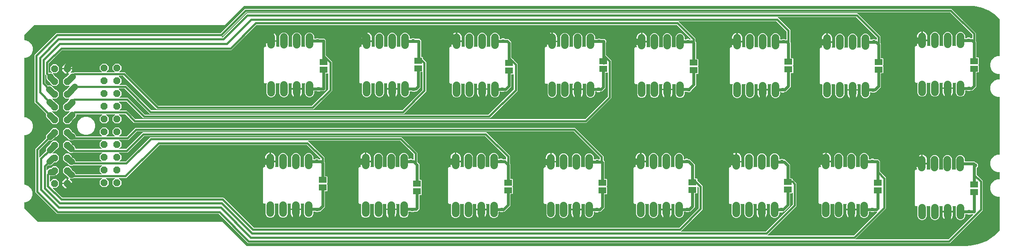
<source format=gbr>
G04 EAGLE Gerber RS-274X export*
G75*
%MOMM*%
%FSLAX34Y34*%
%LPD*%
%INBottom Copper*%
%IPPOS*%
%AMOC8*
5,1,8,0,0,1.08239X$1,22.5*%
G01*
%ADD10C,1.524000*%
%ADD11R,1.600200X1.168400*%
%ADD12P,1.539592X8X112.500000*%
%ADD13C,0.609600*%
%ADD14C,0.756400*%
%ADD15C,0.406400*%
%ADD16C,1.270000*%

G36*
X1625614Y-80515D02*
X1625614Y-80515D01*
X1625637Y-80516D01*
X1634202Y-80096D01*
X1634234Y-80089D01*
X1634313Y-80082D01*
X1651112Y-76740D01*
X1651135Y-76732D01*
X1651255Y-76697D01*
X1667080Y-70142D01*
X1667100Y-70129D01*
X1667212Y-70072D01*
X1681454Y-60556D01*
X1681471Y-60539D01*
X1681569Y-60461D01*
X1692178Y-49852D01*
X1692231Y-49778D01*
X1692262Y-49742D01*
X1692270Y-49734D01*
X1692270Y-49732D01*
X1692291Y-49708D01*
X1692303Y-49678D01*
X1692322Y-49652D01*
X1692349Y-49565D01*
X1692352Y-49557D01*
X1692373Y-49511D01*
X1692374Y-49501D01*
X1692383Y-49480D01*
X1692387Y-49439D01*
X1692394Y-49417D01*
X1692393Y-49385D01*
X1692401Y-49313D01*
X1692401Y16698D01*
X1692398Y16718D01*
X1692400Y16737D01*
X1692378Y16839D01*
X1692362Y16941D01*
X1692352Y16958D01*
X1692348Y16978D01*
X1692295Y17067D01*
X1692246Y17158D01*
X1692232Y17172D01*
X1692222Y17189D01*
X1692143Y17256D01*
X1692068Y17328D01*
X1692050Y17336D01*
X1692035Y17349D01*
X1691939Y17388D01*
X1691845Y17431D01*
X1691825Y17433D01*
X1691807Y17441D01*
X1691640Y17459D01*
X1687511Y17459D01*
X1681064Y20130D01*
X1676130Y25064D01*
X1673459Y31511D01*
X1673459Y38489D01*
X1676130Y44936D01*
X1681064Y49870D01*
X1687511Y52541D01*
X1691640Y52541D01*
X1691660Y52544D01*
X1691679Y52542D01*
X1691781Y52564D01*
X1691883Y52580D01*
X1691900Y52590D01*
X1691920Y52594D01*
X1692009Y52647D01*
X1692100Y52696D01*
X1692114Y52710D01*
X1692131Y52720D01*
X1692198Y52799D01*
X1692270Y52874D01*
X1692278Y52892D01*
X1692291Y52907D01*
X1692330Y53003D01*
X1692373Y53097D01*
X1692375Y53117D01*
X1692383Y53135D01*
X1692401Y53302D01*
X1692401Y65698D01*
X1692398Y65718D01*
X1692400Y65737D01*
X1692378Y65839D01*
X1692362Y65941D01*
X1692352Y65958D01*
X1692348Y65978D01*
X1692295Y66067D01*
X1692246Y66158D01*
X1692232Y66172D01*
X1692222Y66189D01*
X1692143Y66256D01*
X1692068Y66328D01*
X1692050Y66336D01*
X1692035Y66349D01*
X1691939Y66388D01*
X1691845Y66431D01*
X1691825Y66433D01*
X1691807Y66441D01*
X1691640Y66459D01*
X1687511Y66459D01*
X1681064Y69130D01*
X1676130Y74064D01*
X1673459Y80511D01*
X1673459Y87489D01*
X1676130Y93936D01*
X1681064Y98870D01*
X1687511Y101541D01*
X1691640Y101541D01*
X1691660Y101544D01*
X1691679Y101542D01*
X1691781Y101564D01*
X1691883Y101580D01*
X1691900Y101590D01*
X1691920Y101594D01*
X1692009Y101647D01*
X1692100Y101696D01*
X1692114Y101710D01*
X1692131Y101720D01*
X1692198Y101799D01*
X1692270Y101874D01*
X1692278Y101892D01*
X1692291Y101907D01*
X1692330Y102003D01*
X1692373Y102097D01*
X1692375Y102117D01*
X1692383Y102135D01*
X1692401Y102302D01*
X1692401Y215698D01*
X1692398Y215718D01*
X1692400Y215737D01*
X1692378Y215839D01*
X1692362Y215941D01*
X1692352Y215958D01*
X1692348Y215978D01*
X1692295Y216067D01*
X1692246Y216158D01*
X1692232Y216172D01*
X1692222Y216189D01*
X1692143Y216256D01*
X1692068Y216328D01*
X1692050Y216336D01*
X1692035Y216349D01*
X1691939Y216388D01*
X1691845Y216431D01*
X1691825Y216433D01*
X1691807Y216441D01*
X1691640Y216459D01*
X1687511Y216459D01*
X1681064Y219130D01*
X1676130Y224064D01*
X1673459Y230511D01*
X1673459Y237489D01*
X1676130Y243936D01*
X1681064Y248870D01*
X1687511Y251541D01*
X1691640Y251541D01*
X1691660Y251544D01*
X1691679Y251542D01*
X1691781Y251564D01*
X1691883Y251580D01*
X1691900Y251590D01*
X1691920Y251594D01*
X1692009Y251647D01*
X1692100Y251696D01*
X1692114Y251710D01*
X1692131Y251720D01*
X1692198Y251799D01*
X1692270Y251874D01*
X1692278Y251892D01*
X1692291Y251907D01*
X1692330Y252003D01*
X1692373Y252097D01*
X1692375Y252117D01*
X1692383Y252135D01*
X1692401Y252302D01*
X1692401Y261698D01*
X1692398Y261718D01*
X1692400Y261737D01*
X1692378Y261839D01*
X1692362Y261941D01*
X1692352Y261958D01*
X1692348Y261978D01*
X1692295Y262067D01*
X1692246Y262158D01*
X1692232Y262172D01*
X1692222Y262189D01*
X1692143Y262256D01*
X1692068Y262328D01*
X1692050Y262336D01*
X1692035Y262349D01*
X1691939Y262388D01*
X1691845Y262431D01*
X1691825Y262433D01*
X1691807Y262441D01*
X1691640Y262459D01*
X1687511Y262459D01*
X1681064Y265130D01*
X1676130Y270064D01*
X1673459Y276511D01*
X1673459Y283489D01*
X1676130Y289936D01*
X1681064Y294870D01*
X1687511Y297541D01*
X1691640Y297541D01*
X1691660Y297544D01*
X1691679Y297542D01*
X1691781Y297564D01*
X1691883Y297580D01*
X1691900Y297590D01*
X1691920Y297594D01*
X1692009Y297647D01*
X1692100Y297696D01*
X1692114Y297710D01*
X1692131Y297720D01*
X1692198Y297799D01*
X1692270Y297874D01*
X1692278Y297892D01*
X1692291Y297907D01*
X1692330Y298003D01*
X1692373Y298097D01*
X1692375Y298117D01*
X1692383Y298135D01*
X1692401Y298302D01*
X1692401Y371329D01*
X1692387Y371419D01*
X1692379Y371510D01*
X1692367Y371540D01*
X1692362Y371572D01*
X1692319Y371652D01*
X1692283Y371736D01*
X1692257Y371768D01*
X1692246Y371789D01*
X1692223Y371811D01*
X1692178Y371867D01*
X1684355Y379691D01*
X1684336Y379704D01*
X1684240Y379785D01*
X1671240Y388471D01*
X1671218Y388481D01*
X1671108Y388542D01*
X1656663Y394525D01*
X1656640Y394531D01*
X1656520Y394568D01*
X1641186Y397619D01*
X1641153Y397620D01*
X1641075Y397632D01*
X1633257Y398016D01*
X1633243Y398015D01*
X1633220Y398017D01*
X192183Y398017D01*
X192093Y398003D01*
X192002Y397995D01*
X191973Y397983D01*
X191941Y397978D01*
X191860Y397935D01*
X191776Y397899D01*
X191744Y397873D01*
X191723Y397862D01*
X191701Y397839D01*
X191645Y397794D01*
X155926Y362075D01*
X153768Y359917D01*
X-224377Y359917D01*
X-224467Y359903D01*
X-224558Y359895D01*
X-224587Y359883D01*
X-224619Y359878D01*
X-224700Y359835D01*
X-224784Y359799D01*
X-224816Y359773D01*
X-224837Y359762D01*
X-224859Y359739D01*
X-224915Y359694D01*
X-244378Y340231D01*
X-244420Y340173D01*
X-244469Y340121D01*
X-244478Y340103D01*
X-244491Y340088D01*
X-244503Y340057D01*
X-244522Y340031D01*
X-244543Y339962D01*
X-244573Y339898D01*
X-244575Y339878D01*
X-244583Y339859D01*
X-244587Y339818D01*
X-244594Y339796D01*
X-244593Y339764D01*
X-244601Y339693D01*
X-244601Y330302D01*
X-244598Y330282D01*
X-244600Y330263D01*
X-244578Y330161D01*
X-244562Y330059D01*
X-244552Y330042D01*
X-244548Y330022D01*
X-244495Y329933D01*
X-244446Y329842D01*
X-244432Y329828D01*
X-244422Y329811D01*
X-244343Y329744D01*
X-244268Y329672D01*
X-244250Y329664D01*
X-244235Y329651D01*
X-244139Y329612D01*
X-244045Y329569D01*
X-244025Y329567D01*
X-244007Y329559D01*
X-243840Y329541D01*
X-241511Y329541D01*
X-235064Y326870D01*
X-230130Y321936D01*
X-227459Y315489D01*
X-227459Y308511D01*
X-230130Y302064D01*
X-235064Y297130D01*
X-241511Y294459D01*
X-243840Y294459D01*
X-243860Y294456D01*
X-243879Y294458D01*
X-243981Y294436D01*
X-244083Y294420D01*
X-244100Y294410D01*
X-244120Y294406D01*
X-244209Y294353D01*
X-244300Y294304D01*
X-244314Y294290D01*
X-244331Y294280D01*
X-244398Y294201D01*
X-244470Y294126D01*
X-244478Y294108D01*
X-244491Y294093D01*
X-244530Y293997D01*
X-244573Y293903D01*
X-244575Y293883D01*
X-244583Y293865D01*
X-244601Y293698D01*
X-244601Y176302D01*
X-244598Y176282D01*
X-244600Y176263D01*
X-244578Y176161D01*
X-244562Y176059D01*
X-244552Y176042D01*
X-244548Y176022D01*
X-244495Y175933D01*
X-244446Y175842D01*
X-244432Y175828D01*
X-244422Y175811D01*
X-244343Y175744D01*
X-244268Y175672D01*
X-244250Y175664D01*
X-244235Y175651D01*
X-244139Y175612D01*
X-244045Y175569D01*
X-244025Y175567D01*
X-244007Y175559D01*
X-243840Y175541D01*
X-241511Y175541D01*
X-235064Y172870D01*
X-230130Y167936D01*
X-227459Y161489D01*
X-227459Y154511D01*
X-230130Y148064D01*
X-235064Y143130D01*
X-241511Y140459D01*
X-243840Y140459D01*
X-243860Y140456D01*
X-243879Y140458D01*
X-243981Y140436D01*
X-244083Y140420D01*
X-244100Y140410D01*
X-244120Y140406D01*
X-244209Y140353D01*
X-244300Y140304D01*
X-244314Y140290D01*
X-244331Y140280D01*
X-244398Y140201D01*
X-244470Y140126D01*
X-244478Y140108D01*
X-244491Y140093D01*
X-244530Y139997D01*
X-244573Y139903D01*
X-244575Y139883D01*
X-244583Y139865D01*
X-244601Y139698D01*
X-244601Y42302D01*
X-244598Y42282D01*
X-244600Y42263D01*
X-244578Y42161D01*
X-244562Y42059D01*
X-244552Y42042D01*
X-244548Y42022D01*
X-244495Y41933D01*
X-244446Y41842D01*
X-244432Y41828D01*
X-244422Y41811D01*
X-244343Y41744D01*
X-244268Y41672D01*
X-244250Y41664D01*
X-244235Y41651D01*
X-244139Y41612D01*
X-244045Y41569D01*
X-244025Y41567D01*
X-244007Y41559D01*
X-243840Y41541D01*
X-242511Y41541D01*
X-236064Y38870D01*
X-231130Y33936D01*
X-228459Y27489D01*
X-228459Y20511D01*
X-231130Y14064D01*
X-236064Y9130D01*
X-242511Y6459D01*
X-243840Y6459D01*
X-243860Y6456D01*
X-243879Y6458D01*
X-243981Y6436D01*
X-244083Y6420D01*
X-244100Y6410D01*
X-244120Y6406D01*
X-244209Y6353D01*
X-244300Y6304D01*
X-244314Y6290D01*
X-244331Y6280D01*
X-244398Y6201D01*
X-244470Y6126D01*
X-244478Y6108D01*
X-244491Y6093D01*
X-244530Y5997D01*
X-244573Y5903D01*
X-244575Y5883D01*
X-244583Y5865D01*
X-244601Y5698D01*
X-244601Y-4413D01*
X-244599Y-4424D01*
X-244600Y-4432D01*
X-244592Y-4471D01*
X-244587Y-4503D01*
X-244579Y-4594D01*
X-244567Y-4623D01*
X-244562Y-4655D01*
X-244519Y-4736D01*
X-244483Y-4820D01*
X-244457Y-4852D01*
X-244446Y-4873D01*
X-244423Y-4895D01*
X-244378Y-4951D01*
X-217295Y-32034D01*
X-217221Y-32087D01*
X-217152Y-32147D01*
X-217121Y-32159D01*
X-217095Y-32178D01*
X-217008Y-32205D01*
X-216923Y-32239D01*
X-216882Y-32243D01*
X-216860Y-32250D01*
X-216828Y-32249D01*
X-216757Y-32257D01*
X149196Y-32257D01*
X197233Y-80294D01*
X197307Y-80347D01*
X197376Y-80407D01*
X197407Y-80419D01*
X197433Y-80438D01*
X197520Y-80465D01*
X197605Y-80499D01*
X197646Y-80503D01*
X197668Y-80510D01*
X197700Y-80509D01*
X197771Y-80517D01*
X1625600Y-80517D01*
X1625614Y-80515D01*
G37*
%LPC*%
G36*
X199492Y-74601D02*
X199492Y-74601D01*
X141396Y-16505D01*
X141322Y-16452D01*
X141253Y-16393D01*
X141223Y-16380D01*
X141196Y-16362D01*
X141109Y-16335D01*
X141025Y-16301D01*
X140984Y-16296D01*
X140961Y-16289D01*
X140929Y-16290D01*
X140858Y-16282D01*
X-179984Y-16282D01*
X-182291Y-13976D01*
X-220256Y23989D01*
X-222562Y26296D01*
X-222562Y113250D01*
X-201691Y134122D01*
X-201623Y134216D01*
X-201553Y134310D01*
X-201551Y134316D01*
X-201547Y134321D01*
X-201513Y134433D01*
X-201477Y134544D01*
X-201477Y134550D01*
X-201475Y134556D01*
X-201478Y134673D01*
X-201479Y134790D01*
X-201481Y134797D01*
X-201481Y134802D01*
X-201488Y134820D01*
X-201526Y134951D01*
X-201706Y135385D01*
X-201706Y138518D01*
X-200507Y141412D01*
X-193645Y148274D01*
X-193592Y148348D01*
X-193532Y148418D01*
X-193520Y148448D01*
X-193501Y148474D01*
X-193474Y148561D01*
X-193440Y148646D01*
X-193436Y148687D01*
X-193429Y148709D01*
X-193430Y148741D01*
X-193422Y148812D01*
X-193422Y149424D01*
X-188363Y154483D01*
X-181208Y154483D01*
X-176148Y149424D01*
X-176148Y142269D01*
X-181208Y137210D01*
X-182121Y137210D01*
X-182211Y137195D01*
X-182302Y137188D01*
X-182331Y137176D01*
X-182363Y137170D01*
X-182444Y137128D01*
X-182528Y137092D01*
X-182560Y137066D01*
X-182581Y137055D01*
X-182589Y137046D01*
X-182590Y137045D01*
X-182605Y137030D01*
X-182659Y136987D01*
X-189370Y130276D01*
X-192264Y129077D01*
X-195397Y129077D01*
X-195831Y129257D01*
X-195945Y129283D01*
X-196058Y129312D01*
X-196065Y129311D01*
X-196071Y129313D01*
X-196187Y129302D01*
X-196304Y129293D01*
X-196309Y129290D01*
X-196316Y129290D01*
X-196423Y129242D01*
X-196530Y129196D01*
X-196536Y129192D01*
X-196540Y129190D01*
X-196554Y129177D01*
X-196661Y129092D01*
X-215226Y110527D01*
X-215279Y110453D01*
X-215338Y110383D01*
X-215350Y110353D01*
X-215369Y110327D01*
X-215396Y110240D01*
X-215430Y110155D01*
X-215435Y110114D01*
X-215442Y110092D01*
X-215441Y110060D01*
X-215449Y109988D01*
X-215449Y96554D01*
X-215437Y96483D01*
X-215435Y96412D01*
X-215417Y96363D01*
X-215409Y96311D01*
X-215375Y96248D01*
X-215351Y96181D01*
X-215318Y96140D01*
X-215294Y96094D01*
X-215242Y96045D01*
X-215197Y95989D01*
X-215153Y95960D01*
X-215116Y95925D01*
X-215051Y95894D01*
X-214990Y95856D01*
X-214940Y95843D01*
X-214892Y95821D01*
X-214821Y95813D01*
X-214752Y95796D01*
X-214700Y95800D01*
X-214648Y95794D01*
X-214578Y95809D01*
X-214506Y95815D01*
X-214459Y95835D01*
X-214408Y95846D01*
X-214346Y95883D01*
X-214280Y95911D01*
X-214224Y95956D01*
X-214197Y95972D01*
X-214181Y95990D01*
X-214149Y96016D01*
X-201904Y108261D01*
X-201836Y108356D01*
X-201766Y108450D01*
X-201764Y108456D01*
X-201760Y108461D01*
X-201726Y108572D01*
X-201690Y108684D01*
X-201690Y108690D01*
X-201688Y108696D01*
X-201691Y108813D01*
X-201692Y108930D01*
X-201694Y108937D01*
X-201694Y108942D01*
X-201701Y108959D01*
X-201739Y109091D01*
X-201919Y109525D01*
X-201919Y112658D01*
X-200720Y115552D01*
X-193645Y122627D01*
X-193592Y122701D01*
X-193532Y122770D01*
X-193520Y122800D01*
X-193501Y122826D01*
X-193474Y122914D01*
X-193440Y122998D01*
X-193436Y123039D01*
X-193429Y123062D01*
X-193430Y123094D01*
X-193422Y123165D01*
X-193422Y124024D01*
X-188363Y129083D01*
X-181208Y129083D01*
X-176148Y124024D01*
X-176148Y116869D01*
X-181208Y111810D01*
X-181873Y111810D01*
X-181963Y111795D01*
X-182054Y111788D01*
X-182084Y111776D01*
X-182116Y111770D01*
X-182197Y111728D01*
X-182280Y111692D01*
X-182313Y111666D01*
X-182333Y111655D01*
X-182355Y111632D01*
X-182411Y111587D01*
X-189015Y104983D01*
X-189057Y104925D01*
X-189107Y104873D01*
X-189129Y104825D01*
X-189159Y104783D01*
X-189180Y104715D01*
X-189210Y104650D01*
X-189216Y104598D01*
X-189231Y104548D01*
X-189229Y104476D01*
X-189237Y104405D01*
X-189226Y104354D01*
X-189225Y104302D01*
X-189200Y104235D01*
X-189185Y104165D01*
X-189158Y104120D01*
X-189141Y104071D01*
X-189096Y104015D01*
X-189059Y103954D01*
X-189019Y103920D01*
X-188987Y103879D01*
X-188927Y103841D01*
X-188872Y103794D01*
X-188824Y103774D01*
X-188780Y103746D01*
X-188710Y103729D01*
X-188644Y103702D01*
X-188573Y103694D01*
X-188541Y103686D01*
X-188518Y103688D01*
X-188477Y103683D01*
X-181208Y103683D01*
X-176148Y98624D01*
X-176148Y91469D01*
X-181208Y86410D01*
X-185105Y86410D01*
X-185195Y86395D01*
X-185286Y86388D01*
X-185315Y86376D01*
X-185347Y86370D01*
X-185428Y86328D01*
X-185512Y86292D01*
X-185544Y86266D01*
X-185565Y86255D01*
X-185587Y86232D01*
X-185643Y86187D01*
X-190538Y81292D01*
X-193432Y80093D01*
X-196565Y80093D01*
X-196999Y80273D01*
X-197113Y80299D01*
X-197226Y80328D01*
X-197232Y80327D01*
X-197239Y80329D01*
X-197355Y80318D01*
X-197471Y80309D01*
X-197477Y80306D01*
X-197483Y80306D01*
X-197591Y80258D01*
X-197698Y80212D01*
X-197704Y80208D01*
X-197708Y80206D01*
X-197722Y80193D01*
X-197829Y80108D01*
X-200335Y77602D01*
X-200382Y77536D01*
X-200426Y77490D01*
X-200432Y77476D01*
X-200447Y77458D01*
X-200459Y77428D01*
X-200478Y77402D01*
X-200501Y77328D01*
X-200530Y77267D01*
X-200531Y77249D01*
X-200539Y77230D01*
X-200544Y77189D01*
X-200551Y77167D01*
X-200550Y77135D01*
X-200558Y77063D01*
X-200558Y71403D01*
X-200542Y71307D01*
X-200533Y71210D01*
X-200522Y71186D01*
X-200518Y71160D01*
X-200472Y71074D01*
X-200433Y70985D01*
X-200415Y70966D01*
X-200403Y70942D01*
X-200332Y70876D01*
X-200266Y70804D01*
X-200243Y70791D01*
X-200224Y70773D01*
X-200136Y70732D01*
X-200051Y70685D01*
X-200025Y70680D01*
X-200001Y70669D01*
X-199905Y70659D01*
X-199809Y70641D01*
X-199783Y70645D01*
X-199757Y70642D01*
X-199662Y70663D01*
X-199565Y70677D01*
X-199542Y70689D01*
X-199517Y70695D01*
X-199433Y70745D01*
X-199346Y70789D01*
X-199328Y70807D01*
X-199305Y70821D01*
X-199242Y70895D01*
X-199174Y70964D01*
X-199158Y70993D01*
X-199146Y71008D01*
X-199133Y71039D01*
X-199093Y71111D01*
X-198941Y71479D01*
X-196726Y73694D01*
X-193831Y74893D01*
X-192068Y74893D01*
X-191978Y74908D01*
X-191887Y74915D01*
X-191858Y74928D01*
X-191826Y74933D01*
X-191745Y74975D01*
X-191661Y75011D01*
X-191629Y75037D01*
X-191608Y75048D01*
X-191586Y75071D01*
X-191530Y75116D01*
X-188363Y78283D01*
X-181208Y78283D01*
X-176148Y73224D01*
X-176148Y66069D01*
X-181208Y61010D01*
X-181970Y61010D01*
X-182060Y60995D01*
X-182151Y60988D01*
X-182181Y60975D01*
X-182213Y60970D01*
X-182293Y60928D01*
X-182377Y60892D01*
X-182409Y60866D01*
X-182430Y60855D01*
X-182452Y60832D01*
X-182508Y60787D01*
X-182953Y60342D01*
X-185847Y59144D01*
X-193472Y59144D01*
X-193492Y59140D01*
X-193511Y59143D01*
X-193613Y59121D01*
X-193715Y59104D01*
X-193732Y59095D01*
X-193752Y59090D01*
X-193841Y59037D01*
X-193932Y58989D01*
X-193946Y58974D01*
X-193963Y58964D01*
X-194030Y58885D01*
X-194101Y58810D01*
X-194110Y58792D01*
X-194123Y58777D01*
X-194161Y58681D01*
X-194205Y58587D01*
X-194207Y58568D01*
X-194215Y58549D01*
X-194233Y58382D01*
X-194233Y48851D01*
X-194222Y48780D01*
X-194220Y48708D01*
X-194202Y48659D01*
X-194193Y48608D01*
X-194160Y48545D01*
X-194135Y48477D01*
X-194103Y48437D01*
X-194078Y48391D01*
X-194026Y48341D01*
X-193981Y48285D01*
X-193938Y48257D01*
X-193900Y48221D01*
X-193835Y48191D01*
X-193775Y48152D01*
X-193724Y48140D01*
X-193677Y48118D01*
X-193606Y48110D01*
X-193536Y48092D01*
X-193484Y48096D01*
X-193432Y48090D01*
X-193362Y48106D01*
X-193291Y48111D01*
X-193243Y48132D01*
X-193192Y48143D01*
X-193130Y48180D01*
X-193065Y48208D01*
X-193009Y48252D01*
X-192981Y48269D01*
X-192966Y48287D01*
X-192934Y48312D01*
X-188363Y52883D01*
X-181208Y52883D01*
X-176148Y47824D01*
X-176148Y40669D01*
X-181208Y35610D01*
X-187391Y35610D01*
X-187461Y35598D01*
X-187533Y35597D01*
X-187582Y35579D01*
X-187633Y35570D01*
X-187697Y35537D01*
X-187764Y35512D01*
X-187805Y35480D01*
X-187851Y35455D01*
X-187900Y35403D01*
X-187956Y35358D01*
X-187984Y35315D01*
X-188020Y35277D01*
X-188050Y35212D01*
X-188089Y35152D01*
X-188102Y35101D01*
X-188124Y35054D01*
X-188132Y34983D01*
X-188149Y34913D01*
X-188145Y34861D01*
X-188151Y34809D01*
X-188136Y34739D01*
X-188130Y34668D01*
X-188110Y34620D01*
X-188099Y34569D01*
X-188062Y34507D01*
X-188034Y34441D01*
X-187989Y34386D01*
X-187972Y34358D01*
X-187955Y34343D01*
X-187929Y34310D01*
X-170124Y16505D01*
X-170050Y16452D01*
X-169980Y16393D01*
X-169950Y16380D01*
X-169924Y16362D01*
X-169837Y16335D01*
X-169752Y16301D01*
X-169711Y16296D01*
X-169689Y16289D01*
X-169657Y16290D01*
X-169585Y16282D01*
X150444Y16282D01*
X210470Y-43744D01*
X210544Y-43797D01*
X210614Y-43856D01*
X210644Y-43868D01*
X210670Y-43887D01*
X210757Y-43914D01*
X210842Y-43948D01*
X210883Y-43953D01*
X210905Y-43960D01*
X210937Y-43959D01*
X211008Y-43967D01*
X1055664Y-43967D01*
X1055754Y-43952D01*
X1055845Y-43945D01*
X1055875Y-43932D01*
X1055907Y-43927D01*
X1055988Y-43884D01*
X1056072Y-43849D01*
X1056104Y-43823D01*
X1056124Y-43812D01*
X1056147Y-43788D01*
X1056203Y-43744D01*
X1094669Y-5278D01*
X1094722Y-5204D01*
X1094781Y-5134D01*
X1094793Y-5104D01*
X1094812Y-5078D01*
X1094839Y-4991D01*
X1094873Y-4906D01*
X1094878Y-4865D01*
X1094885Y-4843D01*
X1094884Y-4811D01*
X1094892Y-4739D01*
X1094892Y35956D01*
X1094889Y35975D01*
X1094891Y35993D01*
X1094876Y36063D01*
X1094870Y36137D01*
X1094857Y36167D01*
X1094852Y36199D01*
X1094842Y36217D01*
X1094838Y36234D01*
X1094804Y36291D01*
X1094774Y36363D01*
X1094748Y36395D01*
X1094737Y36416D01*
X1094720Y36432D01*
X1094712Y36445D01*
X1094699Y36456D01*
X1094669Y36494D01*
X1093119Y38044D01*
X1093061Y38085D01*
X1093009Y38135D01*
X1092962Y38157D01*
X1092920Y38187D01*
X1092851Y38208D01*
X1092786Y38238D01*
X1092734Y38244D01*
X1092684Y38259D01*
X1092613Y38258D01*
X1092542Y38266D01*
X1092491Y38254D01*
X1092439Y38253D01*
X1092371Y38228D01*
X1092301Y38213D01*
X1092256Y38187D01*
X1092208Y38169D01*
X1092152Y38124D01*
X1092090Y38087D01*
X1092056Y38048D01*
X1092016Y38015D01*
X1091977Y37955D01*
X1091930Y37900D01*
X1091911Y37852D01*
X1091883Y37808D01*
X1091865Y37739D01*
X1091838Y37672D01*
X1091830Y37601D01*
X1091822Y37570D01*
X1091824Y37546D01*
X1091820Y37505D01*
X1091820Y25022D01*
X1090927Y24129D01*
X1087628Y24129D01*
X1087608Y24126D01*
X1087589Y24128D01*
X1087487Y24106D01*
X1087385Y24090D01*
X1087368Y24080D01*
X1087348Y24076D01*
X1087259Y24023D01*
X1087168Y23974D01*
X1087154Y23960D01*
X1087137Y23950D01*
X1087070Y23871D01*
X1086998Y23796D01*
X1086990Y23778D01*
X1086977Y23763D01*
X1086938Y23667D01*
X1086895Y23573D01*
X1086893Y23553D01*
X1086885Y23535D01*
X1086867Y23368D01*
X1086867Y-2910D01*
X1077584Y-12193D01*
X1075734Y-12193D01*
X1075644Y-12207D01*
X1075553Y-12215D01*
X1075524Y-12227D01*
X1075492Y-12232D01*
X1075411Y-12275D01*
X1075327Y-12311D01*
X1075295Y-12337D01*
X1075274Y-12348D01*
X1075252Y-12371D01*
X1075196Y-12416D01*
X1074332Y-13280D01*
X1069936Y-13280D01*
X1069072Y-12416D01*
X1068998Y-12363D01*
X1068928Y-12303D01*
X1068898Y-12291D01*
X1068872Y-12272D01*
X1068785Y-12245D01*
X1068700Y-12211D01*
X1068659Y-12207D01*
X1068637Y-12200D01*
X1068605Y-12201D01*
X1068534Y-12193D01*
X1065530Y-12193D01*
X1065510Y-12196D01*
X1065491Y-12194D01*
X1065389Y-12216D01*
X1065287Y-12232D01*
X1065270Y-12242D01*
X1065250Y-12246D01*
X1065161Y-12299D01*
X1065070Y-12348D01*
X1065056Y-12362D01*
X1065039Y-12372D01*
X1064972Y-12451D01*
X1064900Y-12526D01*
X1064892Y-12544D01*
X1064879Y-12559D01*
X1064840Y-12655D01*
X1064797Y-12749D01*
X1064795Y-12769D01*
X1064787Y-12787D01*
X1064769Y-12954D01*
X1064769Y-17059D01*
X1063377Y-20420D01*
X1060804Y-22993D01*
X1057443Y-24385D01*
X1053805Y-24385D01*
X1050444Y-22993D01*
X1047871Y-20420D01*
X1046479Y-17059D01*
X1046479Y1819D01*
X1046710Y2376D01*
X1046720Y2420D01*
X1046740Y2462D01*
X1046748Y2539D01*
X1046766Y2615D01*
X1046762Y2661D01*
X1046767Y2706D01*
X1046750Y2783D01*
X1046743Y2860D01*
X1046724Y2902D01*
X1046715Y2947D01*
X1046675Y3014D01*
X1046643Y3085D01*
X1046612Y3119D01*
X1046588Y3158D01*
X1046529Y3209D01*
X1046477Y3266D01*
X1046436Y3288D01*
X1046401Y3318D01*
X1046329Y3347D01*
X1046261Y3384D01*
X1046216Y3393D01*
X1046173Y3410D01*
X1046037Y3425D01*
X1046019Y3428D01*
X1046014Y3427D01*
X1046007Y3428D01*
X1040841Y3428D01*
X1040826Y3426D01*
X1040810Y3428D01*
X1040705Y3406D01*
X1040599Y3389D01*
X1040585Y3381D01*
X1040569Y3378D01*
X1040476Y3324D01*
X1040381Y3273D01*
X1040370Y3262D01*
X1040357Y3254D01*
X1040286Y3173D01*
X1040212Y3095D01*
X1040205Y3081D01*
X1040195Y3069D01*
X1040154Y2969D01*
X1040108Y2872D01*
X1040107Y2856D01*
X1040100Y2841D01*
X1040093Y2734D01*
X1040081Y2628D01*
X1040085Y2612D01*
X1040084Y2596D01*
X1040118Y2432D01*
X1040135Y2379D01*
X1040385Y800D01*
X1040385Y-6097D01*
X1030986Y-6097D01*
X1030966Y-6100D01*
X1030947Y-6098D01*
X1030845Y-6120D01*
X1030743Y-6137D01*
X1030726Y-6146D01*
X1030706Y-6150D01*
X1030617Y-6203D01*
X1030526Y-6252D01*
X1030512Y-6266D01*
X1030495Y-6276D01*
X1030428Y-6355D01*
X1030357Y-6430D01*
X1030348Y-6448D01*
X1030335Y-6463D01*
X1030297Y-6559D01*
X1030253Y-6653D01*
X1030251Y-6673D01*
X1030243Y-6691D01*
X1030225Y-6858D01*
X1030225Y-7621D01*
X1030223Y-7621D01*
X1030223Y-6858D01*
X1030220Y-6838D01*
X1030222Y-6819D01*
X1030200Y-6717D01*
X1030183Y-6615D01*
X1030174Y-6598D01*
X1030170Y-6578D01*
X1030117Y-6489D01*
X1030068Y-6398D01*
X1030054Y-6384D01*
X1030044Y-6367D01*
X1029965Y-6300D01*
X1029890Y-6229D01*
X1029872Y-6220D01*
X1029857Y-6207D01*
X1029761Y-6168D01*
X1029667Y-6125D01*
X1029647Y-6123D01*
X1029629Y-6115D01*
X1029462Y-6097D01*
X1020063Y-6097D01*
X1020063Y800D01*
X1020313Y2379D01*
X1020330Y2432D01*
X1020333Y2447D01*
X1020340Y2462D01*
X1020351Y2569D01*
X1020368Y2675D01*
X1020365Y2691D01*
X1020367Y2706D01*
X1020344Y2811D01*
X1020325Y2917D01*
X1020318Y2931D01*
X1020314Y2947D01*
X1020259Y3039D01*
X1020208Y3133D01*
X1020196Y3144D01*
X1020188Y3158D01*
X1020107Y3228D01*
X1020028Y3301D01*
X1020014Y3307D01*
X1020001Y3318D01*
X1019902Y3358D01*
X1019804Y3402D01*
X1019788Y3404D01*
X1019773Y3410D01*
X1019607Y3428D01*
X1014441Y3428D01*
X1014396Y3421D01*
X1014350Y3423D01*
X1014275Y3401D01*
X1014199Y3389D01*
X1014158Y3367D01*
X1014114Y3354D01*
X1014050Y3310D01*
X1013981Y3273D01*
X1013950Y3240D01*
X1013912Y3214D01*
X1013865Y3151D01*
X1013812Y3095D01*
X1013793Y3053D01*
X1013765Y3017D01*
X1013741Y2943D01*
X1013708Y2872D01*
X1013703Y2826D01*
X1013689Y2783D01*
X1013690Y2705D01*
X1013681Y2628D01*
X1013691Y2583D01*
X1013691Y2537D01*
X1013729Y2406D01*
X1013733Y2387D01*
X1013736Y2383D01*
X1013738Y2376D01*
X1013969Y1819D01*
X1013969Y-17059D01*
X1012577Y-20420D01*
X1010004Y-22993D01*
X1006643Y-24385D01*
X1003005Y-24385D01*
X999644Y-22993D01*
X997071Y-20420D01*
X995679Y-17059D01*
X995679Y1819D01*
X995910Y2376D01*
X995920Y2420D01*
X995940Y2462D01*
X995948Y2539D01*
X995966Y2615D01*
X995962Y2661D01*
X995967Y2706D01*
X995950Y2783D01*
X995943Y2860D01*
X995924Y2902D01*
X995915Y2947D01*
X995875Y3014D01*
X995843Y3085D01*
X995812Y3119D01*
X995788Y3158D01*
X995729Y3209D01*
X995677Y3266D01*
X995636Y3288D01*
X995601Y3318D01*
X995529Y3347D01*
X995461Y3384D01*
X995416Y3393D01*
X995373Y3410D01*
X995237Y3425D01*
X995219Y3428D01*
X995214Y3427D01*
X995207Y3428D01*
X989041Y3428D01*
X988996Y3421D01*
X988950Y3423D01*
X988875Y3401D01*
X988799Y3389D01*
X988758Y3367D01*
X988714Y3354D01*
X988650Y3310D01*
X988581Y3273D01*
X988550Y3240D01*
X988512Y3214D01*
X988465Y3151D01*
X988412Y3095D01*
X988393Y3053D01*
X988365Y3017D01*
X988341Y2943D01*
X988308Y2872D01*
X988303Y2826D01*
X988289Y2783D01*
X988290Y2705D01*
X988281Y2628D01*
X988291Y2583D01*
X988291Y2537D01*
X988329Y2406D01*
X988333Y2387D01*
X988336Y2383D01*
X988338Y2376D01*
X988569Y1819D01*
X988569Y-17059D01*
X987177Y-20420D01*
X984604Y-22993D01*
X981243Y-24385D01*
X977605Y-24385D01*
X974244Y-22993D01*
X971671Y-20420D01*
X970279Y-17059D01*
X970279Y1819D01*
X970510Y2376D01*
X970520Y2420D01*
X970540Y2462D01*
X970548Y2539D01*
X970566Y2615D01*
X970562Y2661D01*
X970567Y2706D01*
X970550Y2783D01*
X970543Y2860D01*
X970524Y2902D01*
X970515Y2947D01*
X970475Y3014D01*
X970443Y3085D01*
X970412Y3119D01*
X970388Y3158D01*
X970329Y3209D01*
X970277Y3266D01*
X970236Y3288D01*
X970201Y3318D01*
X970129Y3347D01*
X970061Y3384D01*
X970016Y3393D01*
X969973Y3410D01*
X969837Y3425D01*
X969819Y3428D01*
X969814Y3427D01*
X969807Y3428D01*
X966943Y3428D01*
X965009Y5363D01*
X965009Y74774D01*
X966943Y76709D01*
X968768Y76709D01*
X968847Y76722D01*
X968926Y76725D01*
X968967Y76741D01*
X969011Y76748D01*
X969081Y76786D01*
X969155Y76815D01*
X969189Y76843D01*
X969228Y76864D01*
X969283Y76921D01*
X969344Y76972D01*
X969367Y77010D01*
X969398Y77042D01*
X969431Y77114D01*
X969473Y77182D01*
X969483Y77225D01*
X969501Y77265D01*
X969510Y77344D01*
X969528Y77422D01*
X969525Y77480D01*
X969528Y77509D01*
X969523Y77537D01*
X969520Y77589D01*
X969263Y79210D01*
X969263Y86107D01*
X978662Y86107D01*
X978682Y86110D01*
X978701Y86108D01*
X978803Y86130D01*
X978905Y86147D01*
X978922Y86156D01*
X978942Y86160D01*
X979031Y86213D01*
X979122Y86262D01*
X979136Y86276D01*
X979153Y86286D01*
X979220Y86365D01*
X979291Y86440D01*
X979300Y86458D01*
X979313Y86473D01*
X979351Y86569D01*
X979395Y86663D01*
X979397Y86683D01*
X979405Y86701D01*
X979423Y86868D01*
X979423Y87631D01*
X979425Y87631D01*
X979425Y86868D01*
X979428Y86848D01*
X979426Y86829D01*
X979448Y86727D01*
X979465Y86625D01*
X979474Y86608D01*
X979478Y86588D01*
X979531Y86499D01*
X979580Y86408D01*
X979594Y86394D01*
X979604Y86377D01*
X979683Y86310D01*
X979758Y86239D01*
X979776Y86230D01*
X979791Y86217D01*
X979887Y86178D01*
X979981Y86135D01*
X980001Y86133D01*
X980019Y86125D01*
X980186Y86107D01*
X989585Y86107D01*
X989585Y79210D01*
X989328Y77589D01*
X989328Y77509D01*
X989320Y77431D01*
X989329Y77387D01*
X989329Y77343D01*
X989355Y77268D01*
X989372Y77190D01*
X989395Y77152D01*
X989409Y77110D01*
X989457Y77047D01*
X989498Y76979D01*
X989532Y76950D01*
X989559Y76915D01*
X989625Y76871D01*
X989685Y76819D01*
X989726Y76803D01*
X989763Y76778D01*
X989839Y76757D01*
X989913Y76727D01*
X989971Y76721D01*
X990000Y76713D01*
X990028Y76715D01*
X990080Y76709D01*
X995154Y76709D01*
X995199Y76716D01*
X995245Y76714D01*
X995320Y76736D01*
X995397Y76748D01*
X995437Y76770D01*
X995481Y76783D01*
X995546Y76827D01*
X995614Y76864D01*
X995646Y76897D01*
X995683Y76923D01*
X995730Y76986D01*
X995783Y77042D01*
X995803Y77083D01*
X995830Y77120D01*
X995854Y77195D01*
X995887Y77265D01*
X995892Y77311D01*
X995906Y77354D01*
X995906Y77432D01*
X995914Y77509D01*
X995904Y77554D01*
X995904Y77600D01*
X995866Y77731D01*
X995862Y77750D01*
X995859Y77754D01*
X995857Y77761D01*
X995679Y78191D01*
X995679Y97069D01*
X997071Y100430D01*
X999644Y103003D01*
X1003005Y104395D01*
X1006643Y104395D01*
X1010004Y103003D01*
X1012577Y100430D01*
X1013969Y97069D01*
X1013969Y78191D01*
X1013791Y77761D01*
X1013780Y77717D01*
X1013761Y77675D01*
X1013752Y77598D01*
X1013735Y77522D01*
X1013739Y77476D01*
X1013734Y77431D01*
X1013750Y77354D01*
X1013758Y77277D01*
X1013776Y77235D01*
X1013786Y77190D01*
X1013826Y77123D01*
X1013858Y77052D01*
X1013889Y77018D01*
X1013912Y76979D01*
X1013971Y76928D01*
X1014024Y76871D01*
X1014064Y76849D01*
X1014099Y76819D01*
X1014171Y76790D01*
X1014240Y76753D01*
X1014285Y76744D01*
X1014327Y76727D01*
X1014463Y76712D01*
X1014482Y76709D01*
X1014487Y76710D01*
X1014494Y76709D01*
X1020554Y76709D01*
X1020599Y76716D01*
X1020645Y76714D01*
X1020720Y76736D01*
X1020797Y76748D01*
X1020837Y76770D01*
X1020881Y76783D01*
X1020946Y76827D01*
X1021014Y76864D01*
X1021046Y76897D01*
X1021083Y76923D01*
X1021130Y76986D01*
X1021183Y77042D01*
X1021203Y77083D01*
X1021230Y77120D01*
X1021254Y77195D01*
X1021287Y77265D01*
X1021292Y77311D01*
X1021306Y77354D01*
X1021306Y77432D01*
X1021314Y77509D01*
X1021304Y77554D01*
X1021304Y77600D01*
X1021266Y77731D01*
X1021262Y77750D01*
X1021259Y77754D01*
X1021257Y77761D01*
X1021079Y78191D01*
X1021079Y97069D01*
X1022471Y100430D01*
X1025044Y103003D01*
X1028405Y104395D01*
X1032043Y104395D01*
X1035404Y103003D01*
X1037977Y100430D01*
X1039369Y97069D01*
X1039369Y78191D01*
X1039191Y77761D01*
X1039180Y77717D01*
X1039161Y77675D01*
X1039152Y77598D01*
X1039135Y77522D01*
X1039139Y77476D01*
X1039134Y77431D01*
X1039150Y77354D01*
X1039158Y77277D01*
X1039176Y77235D01*
X1039186Y77190D01*
X1039226Y77123D01*
X1039258Y77052D01*
X1039289Y77018D01*
X1039312Y76979D01*
X1039371Y76928D01*
X1039424Y76871D01*
X1039464Y76849D01*
X1039499Y76819D01*
X1039571Y76790D01*
X1039640Y76753D01*
X1039685Y76744D01*
X1039727Y76727D01*
X1039863Y76712D01*
X1039882Y76709D01*
X1039887Y76710D01*
X1039894Y76709D01*
X1045954Y76709D01*
X1045999Y76716D01*
X1046045Y76714D01*
X1046120Y76736D01*
X1046197Y76748D01*
X1046237Y76770D01*
X1046281Y76783D01*
X1046346Y76827D01*
X1046414Y76864D01*
X1046446Y76897D01*
X1046483Y76923D01*
X1046530Y76986D01*
X1046583Y77042D01*
X1046603Y77083D01*
X1046630Y77120D01*
X1046654Y77195D01*
X1046687Y77265D01*
X1046692Y77311D01*
X1046706Y77354D01*
X1046706Y77432D01*
X1046714Y77509D01*
X1046704Y77554D01*
X1046704Y77600D01*
X1046666Y77731D01*
X1046662Y77750D01*
X1046659Y77754D01*
X1046657Y77761D01*
X1046479Y78191D01*
X1046479Y97069D01*
X1047871Y100430D01*
X1050444Y103003D01*
X1053805Y104395D01*
X1057443Y104395D01*
X1060804Y103003D01*
X1063377Y100430D01*
X1064769Y97069D01*
X1064769Y92964D01*
X1064772Y92944D01*
X1064770Y92925D01*
X1064792Y92823D01*
X1064808Y92721D01*
X1064818Y92704D01*
X1064822Y92684D01*
X1064875Y92595D01*
X1064924Y92504D01*
X1064938Y92490D01*
X1064948Y92473D01*
X1065027Y92406D01*
X1065102Y92334D01*
X1065120Y92326D01*
X1065135Y92313D01*
X1065231Y92274D01*
X1065325Y92231D01*
X1065345Y92229D01*
X1065363Y92221D01*
X1065530Y92203D01*
X1067137Y92203D01*
X1067227Y92217D01*
X1067318Y92225D01*
X1067347Y92237D01*
X1067379Y92242D01*
X1067460Y92285D01*
X1067544Y92321D01*
X1067576Y92347D01*
X1067597Y92358D01*
X1067619Y92381D01*
X1067675Y92426D01*
X1068666Y93417D01*
X1073062Y93417D01*
X1074053Y92426D01*
X1074127Y92373D01*
X1074197Y92313D01*
X1074227Y92301D01*
X1074253Y92282D01*
X1074340Y92255D01*
X1074425Y92221D01*
X1074466Y92217D01*
X1074488Y92210D01*
X1074520Y92211D01*
X1074591Y92203D01*
X1076822Y92203D01*
X1086867Y82158D01*
X1086867Y54864D01*
X1086870Y54844D01*
X1086868Y54825D01*
X1086890Y54723D01*
X1086906Y54621D01*
X1086916Y54604D01*
X1086920Y54584D01*
X1086973Y54495D01*
X1087022Y54404D01*
X1087036Y54390D01*
X1087046Y54373D01*
X1087125Y54306D01*
X1087200Y54234D01*
X1087218Y54226D01*
X1087233Y54213D01*
X1087329Y54174D01*
X1087423Y54131D01*
X1087443Y54129D01*
X1087461Y54121D01*
X1087628Y54103D01*
X1090927Y54103D01*
X1091820Y53210D01*
X1091820Y49718D01*
X1091834Y49628D01*
X1091842Y49537D01*
X1091854Y49508D01*
X1091859Y49476D01*
X1091902Y49395D01*
X1091938Y49311D01*
X1091964Y49279D01*
X1091975Y49258D01*
X1091998Y49236D01*
X1092043Y49180D01*
X1102005Y39218D01*
X1102005Y-8001D01*
X1061233Y-48774D01*
X1059363Y-50643D01*
X1059322Y-50701D01*
X1059272Y-50753D01*
X1059250Y-50800D01*
X1059220Y-50842D01*
X1059199Y-50911D01*
X1059169Y-50976D01*
X1059163Y-51028D01*
X1059148Y-51078D01*
X1059149Y-51149D01*
X1059142Y-51220D01*
X1059153Y-51271D01*
X1059154Y-51323D01*
X1059179Y-51391D01*
X1059194Y-51461D01*
X1059220Y-51506D01*
X1059238Y-51554D01*
X1059283Y-51610D01*
X1059320Y-51672D01*
X1059360Y-51706D01*
X1059392Y-51746D01*
X1059452Y-51785D01*
X1059507Y-51832D01*
X1059555Y-51851D01*
X1059599Y-51879D01*
X1059668Y-51897D01*
X1059735Y-51924D01*
X1059806Y-51932D01*
X1059838Y-51940D01*
X1059861Y-51938D01*
X1059902Y-51942D01*
X1227216Y-51942D01*
X1227306Y-51928D01*
X1227397Y-51920D01*
X1227427Y-51908D01*
X1227459Y-51903D01*
X1227539Y-51860D01*
X1227623Y-51824D01*
X1227655Y-51798D01*
X1227676Y-51787D01*
X1227698Y-51764D01*
X1227754Y-51719D01*
X1281486Y2012D01*
X1281539Y2086D01*
X1281598Y2156D01*
X1281610Y2186D01*
X1281629Y2212D01*
X1281656Y2299D01*
X1281690Y2384D01*
X1281695Y2425D01*
X1281702Y2447D01*
X1281701Y2479D01*
X1281709Y2551D01*
X1281709Y24352D01*
X1281697Y24422D01*
X1281695Y24494D01*
X1281677Y24543D01*
X1281669Y24594D01*
X1281635Y24658D01*
X1281611Y24725D01*
X1281578Y24766D01*
X1281554Y24812D01*
X1281502Y24861D01*
X1281457Y24917D01*
X1281413Y24945D01*
X1281375Y24981D01*
X1281310Y25011D01*
X1281250Y25050D01*
X1281200Y25063D01*
X1281152Y25085D01*
X1281081Y25093D01*
X1281012Y25110D01*
X1280960Y25106D01*
X1280908Y25112D01*
X1280838Y25097D01*
X1280766Y25091D01*
X1280719Y25071D01*
X1280668Y25060D01*
X1280606Y25023D01*
X1280540Y24995D01*
X1280484Y24950D01*
X1280456Y24933D01*
X1280441Y24916D01*
X1280409Y24890D01*
X1279903Y24383D01*
X1276604Y24383D01*
X1276584Y24380D01*
X1276565Y24382D01*
X1276463Y24360D01*
X1276361Y24344D01*
X1276344Y24334D01*
X1276324Y24330D01*
X1276235Y24277D01*
X1276144Y24228D01*
X1276130Y24214D01*
X1276113Y24204D01*
X1276046Y24125D01*
X1275974Y24050D01*
X1275966Y24032D01*
X1275953Y24017D01*
X1275914Y23921D01*
X1275871Y23827D01*
X1275869Y23807D01*
X1275861Y23789D01*
X1275843Y23622D01*
X1275843Y-370D01*
X1264020Y-12193D01*
X1262424Y-12193D01*
X1262334Y-12207D01*
X1262243Y-12215D01*
X1262214Y-12227D01*
X1262182Y-12232D01*
X1262101Y-12275D01*
X1262017Y-12311D01*
X1261985Y-12337D01*
X1261964Y-12348D01*
X1261942Y-12371D01*
X1261886Y-12416D01*
X1260768Y-13534D01*
X1256372Y-13534D01*
X1255552Y-12714D01*
X1255494Y-12672D01*
X1255442Y-12623D01*
X1255395Y-12601D01*
X1255353Y-12571D01*
X1255284Y-12549D01*
X1255219Y-12519D01*
X1255167Y-12514D01*
X1255117Y-12498D01*
X1255046Y-12500D01*
X1254975Y-12492D01*
X1254924Y-12503D01*
X1254872Y-12505D01*
X1254804Y-12529D01*
X1254734Y-12544D01*
X1254689Y-12571D01*
X1254641Y-12589D01*
X1254585Y-12634D01*
X1254523Y-12671D01*
X1254489Y-12710D01*
X1254449Y-12743D01*
X1254410Y-12803D01*
X1254363Y-12858D01*
X1254344Y-12906D01*
X1254316Y-12950D01*
X1254298Y-13019D01*
X1254271Y-13086D01*
X1254263Y-13157D01*
X1254255Y-13188D01*
X1254257Y-13211D01*
X1254253Y-13252D01*
X1254253Y-17059D01*
X1252861Y-20420D01*
X1250288Y-22993D01*
X1246927Y-24385D01*
X1243289Y-24385D01*
X1239928Y-22993D01*
X1237355Y-20420D01*
X1235963Y-17059D01*
X1235963Y1819D01*
X1236089Y2122D01*
X1236099Y2166D01*
X1236118Y2208D01*
X1236127Y2285D01*
X1236145Y2361D01*
X1236141Y2407D01*
X1236146Y2452D01*
X1236129Y2529D01*
X1236122Y2606D01*
X1236103Y2648D01*
X1236093Y2693D01*
X1236053Y2760D01*
X1236022Y2831D01*
X1235991Y2865D01*
X1235967Y2904D01*
X1235908Y2955D01*
X1235855Y3012D01*
X1235815Y3034D01*
X1235780Y3064D01*
X1235708Y3093D01*
X1235640Y3130D01*
X1235595Y3139D01*
X1235552Y3156D01*
X1235416Y3171D01*
X1235398Y3174D01*
X1235393Y3173D01*
X1235385Y3174D01*
X1230384Y3174D01*
X1230305Y3161D01*
X1230226Y3158D01*
X1230185Y3142D01*
X1230141Y3135D01*
X1230071Y3097D01*
X1229997Y3068D01*
X1229963Y3040D01*
X1229924Y3019D01*
X1229869Y2962D01*
X1229808Y2911D01*
X1229785Y2873D01*
X1229754Y2841D01*
X1229721Y2769D01*
X1229679Y2701D01*
X1229669Y2658D01*
X1229651Y2618D01*
X1229642Y2539D01*
X1229624Y2461D01*
X1229627Y2403D01*
X1229624Y2374D01*
X1229630Y2346D01*
X1229632Y2294D01*
X1229869Y800D01*
X1229869Y-6097D01*
X1220470Y-6097D01*
X1220450Y-6100D01*
X1220431Y-6098D01*
X1220329Y-6120D01*
X1220227Y-6137D01*
X1220210Y-6146D01*
X1220190Y-6150D01*
X1220101Y-6203D01*
X1220010Y-6252D01*
X1219996Y-6266D01*
X1219979Y-6276D01*
X1219912Y-6355D01*
X1219841Y-6430D01*
X1219832Y-6448D01*
X1219819Y-6463D01*
X1219781Y-6559D01*
X1219737Y-6653D01*
X1219735Y-6673D01*
X1219727Y-6691D01*
X1219709Y-6858D01*
X1219709Y-7621D01*
X1219707Y-7621D01*
X1219707Y-6858D01*
X1219704Y-6838D01*
X1219706Y-6819D01*
X1219684Y-6717D01*
X1219667Y-6615D01*
X1219658Y-6598D01*
X1219654Y-6578D01*
X1219601Y-6489D01*
X1219552Y-6398D01*
X1219538Y-6384D01*
X1219528Y-6367D01*
X1219449Y-6300D01*
X1219374Y-6229D01*
X1219356Y-6220D01*
X1219341Y-6207D01*
X1219245Y-6168D01*
X1219151Y-6125D01*
X1219131Y-6123D01*
X1219113Y-6115D01*
X1218946Y-6097D01*
X1209547Y-6097D01*
X1209547Y800D01*
X1209784Y2294D01*
X1209784Y2373D01*
X1209792Y2452D01*
X1209783Y2496D01*
X1209783Y2540D01*
X1209757Y2615D01*
X1209740Y2693D01*
X1209717Y2731D01*
X1209703Y2773D01*
X1209655Y2836D01*
X1209614Y2904D01*
X1209580Y2933D01*
X1209553Y2968D01*
X1209487Y3012D01*
X1209427Y3064D01*
X1209386Y3080D01*
X1209349Y3105D01*
X1209273Y3126D01*
X1209199Y3156D01*
X1209140Y3162D01*
X1209112Y3170D01*
X1209084Y3168D01*
X1209032Y3174D01*
X1204031Y3174D01*
X1203985Y3167D01*
X1203939Y3169D01*
X1203865Y3147D01*
X1203788Y3135D01*
X1203747Y3113D01*
X1203703Y3100D01*
X1203639Y3056D01*
X1203571Y3019D01*
X1203539Y2986D01*
X1203501Y2960D01*
X1203455Y2897D01*
X1203401Y2841D01*
X1203382Y2799D01*
X1203354Y2763D01*
X1203330Y2689D01*
X1203298Y2618D01*
X1203292Y2572D01*
X1203278Y2529D01*
X1203279Y2451D01*
X1203270Y2374D01*
X1203280Y2329D01*
X1203281Y2283D01*
X1203319Y2152D01*
X1203323Y2133D01*
X1203325Y2129D01*
X1203327Y2122D01*
X1203453Y1819D01*
X1203453Y-17059D01*
X1202061Y-20420D01*
X1199488Y-22993D01*
X1196127Y-24385D01*
X1192489Y-24385D01*
X1189128Y-22993D01*
X1186555Y-20420D01*
X1185163Y-17059D01*
X1185163Y1819D01*
X1185289Y2122D01*
X1185299Y2166D01*
X1185318Y2208D01*
X1185327Y2285D01*
X1185345Y2361D01*
X1185341Y2407D01*
X1185346Y2452D01*
X1185329Y2529D01*
X1185322Y2606D01*
X1185303Y2648D01*
X1185293Y2693D01*
X1185253Y2760D01*
X1185222Y2831D01*
X1185191Y2865D01*
X1185167Y2904D01*
X1185108Y2955D01*
X1185055Y3012D01*
X1185015Y3034D01*
X1184980Y3064D01*
X1184908Y3093D01*
X1184840Y3130D01*
X1184795Y3139D01*
X1184752Y3156D01*
X1184616Y3171D01*
X1184598Y3174D01*
X1184593Y3173D01*
X1184585Y3174D01*
X1178631Y3174D01*
X1178585Y3167D01*
X1178539Y3169D01*
X1178465Y3147D01*
X1178388Y3135D01*
X1178347Y3113D01*
X1178303Y3100D01*
X1178239Y3056D01*
X1178171Y3019D01*
X1178139Y2986D01*
X1178101Y2960D01*
X1178055Y2897D01*
X1178001Y2841D01*
X1177982Y2799D01*
X1177954Y2763D01*
X1177930Y2689D01*
X1177898Y2618D01*
X1177892Y2572D01*
X1177878Y2529D01*
X1177879Y2451D01*
X1177870Y2374D01*
X1177880Y2329D01*
X1177881Y2283D01*
X1177919Y2152D01*
X1177923Y2133D01*
X1177925Y2129D01*
X1177927Y2122D01*
X1178053Y1819D01*
X1178053Y-17059D01*
X1176661Y-20420D01*
X1174088Y-22993D01*
X1170727Y-24385D01*
X1167089Y-24385D01*
X1163728Y-22993D01*
X1161155Y-20420D01*
X1159763Y-17059D01*
X1159763Y1819D01*
X1159889Y2122D01*
X1159899Y2166D01*
X1159918Y2208D01*
X1159927Y2285D01*
X1159945Y2361D01*
X1159941Y2407D01*
X1159946Y2452D01*
X1159929Y2529D01*
X1159922Y2606D01*
X1159903Y2648D01*
X1159893Y2693D01*
X1159853Y2760D01*
X1159822Y2831D01*
X1159791Y2865D01*
X1159767Y2904D01*
X1159708Y2955D01*
X1159655Y3012D01*
X1159615Y3034D01*
X1159580Y3064D01*
X1159508Y3093D01*
X1159440Y3130D01*
X1159395Y3139D01*
X1159352Y3156D01*
X1159216Y3171D01*
X1159198Y3174D01*
X1159193Y3173D01*
X1159185Y3174D01*
X1156427Y3174D01*
X1154493Y5109D01*
X1154493Y74520D01*
X1156427Y76455D01*
X1158252Y76455D01*
X1158331Y76468D01*
X1158410Y76471D01*
X1158451Y76487D01*
X1158495Y76494D01*
X1158565Y76532D01*
X1158639Y76561D01*
X1158673Y76589D01*
X1158712Y76610D01*
X1158767Y76667D01*
X1158828Y76718D01*
X1158851Y76756D01*
X1158882Y76788D01*
X1158915Y76860D01*
X1158957Y76928D01*
X1158967Y76971D01*
X1158985Y77011D01*
X1158994Y77090D01*
X1159012Y77168D01*
X1159009Y77226D01*
X1159012Y77255D01*
X1159007Y77283D01*
X1159004Y77335D01*
X1158747Y78956D01*
X1158747Y85853D01*
X1168146Y85853D01*
X1168166Y85856D01*
X1168185Y85854D01*
X1168287Y85876D01*
X1168389Y85893D01*
X1168406Y85902D01*
X1168426Y85906D01*
X1168515Y85959D01*
X1168606Y86008D01*
X1168620Y86022D01*
X1168637Y86032D01*
X1168704Y86111D01*
X1168775Y86186D01*
X1168784Y86204D01*
X1168797Y86219D01*
X1168835Y86315D01*
X1168879Y86409D01*
X1168881Y86429D01*
X1168889Y86447D01*
X1168907Y86614D01*
X1168907Y87377D01*
X1168909Y87377D01*
X1168909Y86614D01*
X1168912Y86594D01*
X1168910Y86575D01*
X1168932Y86473D01*
X1168949Y86371D01*
X1168958Y86354D01*
X1168962Y86334D01*
X1169015Y86245D01*
X1169064Y86154D01*
X1169078Y86140D01*
X1169088Y86123D01*
X1169167Y86056D01*
X1169242Y85985D01*
X1169260Y85976D01*
X1169275Y85963D01*
X1169371Y85924D01*
X1169465Y85881D01*
X1169485Y85879D01*
X1169503Y85871D01*
X1169670Y85853D01*
X1179069Y85853D01*
X1179069Y78956D01*
X1178812Y77335D01*
X1178812Y77255D01*
X1178804Y77177D01*
X1178813Y77133D01*
X1178813Y77089D01*
X1178839Y77014D01*
X1178856Y76936D01*
X1178879Y76898D01*
X1178893Y76856D01*
X1178941Y76793D01*
X1178982Y76725D01*
X1179016Y76696D01*
X1179043Y76661D01*
X1179108Y76617D01*
X1179169Y76565D01*
X1179210Y76549D01*
X1179247Y76524D01*
X1179323Y76503D01*
X1179397Y76473D01*
X1179455Y76467D01*
X1179484Y76459D01*
X1179511Y76461D01*
X1179564Y76455D01*
X1184638Y76455D01*
X1184683Y76462D01*
X1184729Y76460D01*
X1184804Y76482D01*
X1184881Y76494D01*
X1184921Y76516D01*
X1184965Y76529D01*
X1185029Y76573D01*
X1185098Y76610D01*
X1185130Y76643D01*
X1185167Y76669D01*
X1185214Y76732D01*
X1185267Y76788D01*
X1185287Y76830D01*
X1185314Y76866D01*
X1185338Y76940D01*
X1185371Y77011D01*
X1185376Y77057D01*
X1185390Y77100D01*
X1185390Y77178D01*
X1185398Y77255D01*
X1185388Y77300D01*
X1185388Y77346D01*
X1185350Y77478D01*
X1185346Y77496D01*
X1185343Y77500D01*
X1185341Y77507D01*
X1185163Y77937D01*
X1185163Y96815D01*
X1186555Y100176D01*
X1189128Y102749D01*
X1192489Y104141D01*
X1196127Y104141D01*
X1199488Y102749D01*
X1202061Y100176D01*
X1203453Y96815D01*
X1203453Y77937D01*
X1203275Y77507D01*
X1203264Y77463D01*
X1203245Y77421D01*
X1203236Y77344D01*
X1203219Y77268D01*
X1203223Y77222D01*
X1203218Y77177D01*
X1203234Y77100D01*
X1203242Y77023D01*
X1203260Y76981D01*
X1203270Y76936D01*
X1203310Y76869D01*
X1203342Y76798D01*
X1203373Y76764D01*
X1203396Y76725D01*
X1203455Y76674D01*
X1203508Y76617D01*
X1203548Y76595D01*
X1203583Y76565D01*
X1203655Y76536D01*
X1203724Y76499D01*
X1203769Y76490D01*
X1203811Y76473D01*
X1203947Y76458D01*
X1203966Y76455D01*
X1203971Y76456D01*
X1203978Y76455D01*
X1210038Y76455D01*
X1210083Y76462D01*
X1210129Y76460D01*
X1210204Y76482D01*
X1210281Y76494D01*
X1210321Y76516D01*
X1210365Y76529D01*
X1210429Y76573D01*
X1210498Y76610D01*
X1210530Y76643D01*
X1210567Y76669D01*
X1210614Y76732D01*
X1210667Y76788D01*
X1210687Y76830D01*
X1210714Y76866D01*
X1210738Y76940D01*
X1210771Y77011D01*
X1210776Y77057D01*
X1210790Y77100D01*
X1210790Y77178D01*
X1210798Y77255D01*
X1210788Y77300D01*
X1210788Y77346D01*
X1210750Y77478D01*
X1210746Y77496D01*
X1210743Y77500D01*
X1210741Y77507D01*
X1210563Y77937D01*
X1210563Y96815D01*
X1211955Y100176D01*
X1214528Y102749D01*
X1217889Y104141D01*
X1221527Y104141D01*
X1224888Y102749D01*
X1227461Y100176D01*
X1228853Y96815D01*
X1228853Y77937D01*
X1228675Y77507D01*
X1228664Y77463D01*
X1228645Y77421D01*
X1228636Y77344D01*
X1228619Y77268D01*
X1228623Y77222D01*
X1228618Y77177D01*
X1228634Y77100D01*
X1228642Y77023D01*
X1228660Y76981D01*
X1228670Y76936D01*
X1228710Y76869D01*
X1228742Y76798D01*
X1228773Y76764D01*
X1228796Y76725D01*
X1228855Y76674D01*
X1228908Y76617D01*
X1228948Y76595D01*
X1228983Y76565D01*
X1229055Y76536D01*
X1229124Y76499D01*
X1229169Y76490D01*
X1229211Y76473D01*
X1229347Y76458D01*
X1229366Y76455D01*
X1229371Y76456D01*
X1229378Y76455D01*
X1235438Y76455D01*
X1235483Y76462D01*
X1235529Y76460D01*
X1235604Y76482D01*
X1235681Y76494D01*
X1235721Y76516D01*
X1235765Y76529D01*
X1235829Y76573D01*
X1235898Y76610D01*
X1235930Y76643D01*
X1235967Y76669D01*
X1236014Y76732D01*
X1236067Y76788D01*
X1236087Y76830D01*
X1236114Y76866D01*
X1236138Y76940D01*
X1236171Y77011D01*
X1236176Y77057D01*
X1236190Y77100D01*
X1236190Y77178D01*
X1236198Y77255D01*
X1236188Y77300D01*
X1236188Y77346D01*
X1236150Y77478D01*
X1236146Y77496D01*
X1236143Y77500D01*
X1236141Y77507D01*
X1235963Y77937D01*
X1235963Y96815D01*
X1237355Y100176D01*
X1239928Y102749D01*
X1243289Y104141D01*
X1246927Y104141D01*
X1250288Y102749D01*
X1252861Y100176D01*
X1254253Y96815D01*
X1254253Y92710D01*
X1254256Y92690D01*
X1254254Y92671D01*
X1254276Y92569D01*
X1254292Y92467D01*
X1254302Y92450D01*
X1254306Y92430D01*
X1254359Y92341D01*
X1254408Y92250D01*
X1254422Y92236D01*
X1254432Y92219D01*
X1254511Y92152D01*
X1254586Y92080D01*
X1254604Y92072D01*
X1254619Y92059D01*
X1254715Y92020D01*
X1254809Y91977D01*
X1254829Y91975D01*
X1254847Y91967D01*
X1255014Y91949D01*
X1255859Y91949D01*
X1255949Y91963D01*
X1256040Y91971D01*
X1256069Y91983D01*
X1256101Y91988D01*
X1256182Y92031D01*
X1256266Y92067D01*
X1256298Y92093D01*
X1256319Y92104D01*
X1256341Y92127D01*
X1256397Y92172D01*
X1257388Y93163D01*
X1261784Y93163D01*
X1262775Y92172D01*
X1262849Y92119D01*
X1262919Y92059D01*
X1262949Y92047D01*
X1262975Y92028D01*
X1263062Y92001D01*
X1263147Y91967D01*
X1263188Y91963D01*
X1263210Y91956D01*
X1263242Y91957D01*
X1263313Y91949D01*
X1266052Y91949D01*
X1275843Y82158D01*
X1275843Y55118D01*
X1275846Y55098D01*
X1275844Y55079D01*
X1275866Y54977D01*
X1275882Y54875D01*
X1275892Y54858D01*
X1275896Y54838D01*
X1275949Y54749D01*
X1275998Y54658D01*
X1276012Y54644D01*
X1276022Y54627D01*
X1276101Y54560D01*
X1276176Y54488D01*
X1276194Y54480D01*
X1276209Y54467D01*
X1276305Y54428D01*
X1276399Y54385D01*
X1276419Y54383D01*
X1276437Y54375D01*
X1276604Y54357D01*
X1279903Y54357D01*
X1280796Y53464D01*
X1280796Y52349D01*
X1280799Y52330D01*
X1280797Y52310D01*
X1280819Y52209D01*
X1280835Y52107D01*
X1280845Y52089D01*
X1280849Y52070D01*
X1280902Y51981D01*
X1280951Y51889D01*
X1280965Y51876D01*
X1280975Y51858D01*
X1281054Y51791D01*
X1281129Y51720D01*
X1281147Y51712D01*
X1281162Y51699D01*
X1281258Y51660D01*
X1281352Y51616D01*
X1281372Y51614D01*
X1281390Y51607D01*
X1281557Y51588D01*
X1281989Y51588D01*
X1288822Y44755D01*
X1288822Y-711D01*
X1232784Y-56749D01*
X1230966Y-58568D01*
X1230924Y-58626D01*
X1230875Y-58678D01*
X1230853Y-58725D01*
X1230822Y-58767D01*
X1230801Y-58836D01*
X1230771Y-58901D01*
X1230765Y-58953D01*
X1230750Y-59002D01*
X1230752Y-59074D01*
X1230744Y-59145D01*
X1230755Y-59196D01*
X1230756Y-59248D01*
X1230781Y-59316D01*
X1230796Y-59386D01*
X1230823Y-59430D01*
X1230841Y-59479D01*
X1230886Y-59535D01*
X1230922Y-59597D01*
X1230962Y-59631D01*
X1230994Y-59671D01*
X1231055Y-59710D01*
X1231109Y-59757D01*
X1231158Y-59776D01*
X1231201Y-59804D01*
X1231271Y-59822D01*
X1231337Y-59849D01*
X1231409Y-59857D01*
X1231440Y-59864D01*
X1231463Y-59863D01*
X1231504Y-59867D01*
X1401892Y-59867D01*
X1401982Y-59852D01*
X1402073Y-59845D01*
X1402102Y-59833D01*
X1402134Y-59827D01*
X1402215Y-59785D01*
X1402299Y-59749D01*
X1402331Y-59723D01*
X1402352Y-59712D01*
X1402374Y-59689D01*
X1402430Y-59644D01*
X1448582Y-13492D01*
X1448624Y-13434D01*
X1448673Y-13382D01*
X1448695Y-13335D01*
X1448725Y-13293D01*
X1448746Y-13224D01*
X1448777Y-13159D01*
X1448782Y-13107D01*
X1448798Y-13057D01*
X1448796Y-12986D01*
X1448804Y-12915D01*
X1448793Y-12864D01*
X1448791Y-12812D01*
X1448767Y-12744D01*
X1448751Y-12674D01*
X1448725Y-12630D01*
X1448707Y-12581D01*
X1448662Y-12525D01*
X1448625Y-12463D01*
X1448586Y-12429D01*
X1448553Y-12389D01*
X1448493Y-12350D01*
X1448438Y-12303D01*
X1448390Y-12284D01*
X1448346Y-12256D01*
X1448277Y-12238D01*
X1448210Y-12211D01*
X1448139Y-12203D01*
X1448108Y-12195D01*
X1448084Y-12197D01*
X1448043Y-12193D01*
X1443018Y-12193D01*
X1442928Y-12207D01*
X1442837Y-12215D01*
X1442808Y-12227D01*
X1442776Y-12232D01*
X1442695Y-12275D01*
X1442611Y-12311D01*
X1442579Y-12337D01*
X1442558Y-12348D01*
X1442536Y-12371D01*
X1442480Y-12416D01*
X1441616Y-13280D01*
X1437220Y-13280D01*
X1436356Y-12416D01*
X1436282Y-12363D01*
X1436212Y-12303D01*
X1436182Y-12291D01*
X1436156Y-12272D01*
X1436069Y-12245D01*
X1435984Y-12211D01*
X1435943Y-12207D01*
X1435921Y-12200D01*
X1435889Y-12201D01*
X1435818Y-12193D01*
X1433322Y-12193D01*
X1433302Y-12196D01*
X1433283Y-12194D01*
X1433181Y-12216D01*
X1433079Y-12232D01*
X1433062Y-12242D01*
X1433042Y-12246D01*
X1432953Y-12299D01*
X1432862Y-12348D01*
X1432848Y-12362D01*
X1432831Y-12372D01*
X1432764Y-12451D01*
X1432692Y-12526D01*
X1432684Y-12544D01*
X1432671Y-12559D01*
X1432632Y-12655D01*
X1432589Y-12749D01*
X1432587Y-12769D01*
X1432579Y-12787D01*
X1432561Y-12954D01*
X1432561Y-17059D01*
X1431169Y-20420D01*
X1428596Y-22993D01*
X1425235Y-24385D01*
X1421597Y-24385D01*
X1418236Y-22993D01*
X1415663Y-20420D01*
X1414271Y-17059D01*
X1414271Y1819D01*
X1414502Y2376D01*
X1414512Y2420D01*
X1414532Y2462D01*
X1414540Y2539D01*
X1414558Y2615D01*
X1414554Y2661D01*
X1414559Y2706D01*
X1414542Y2783D01*
X1414535Y2860D01*
X1414516Y2902D01*
X1414507Y2947D01*
X1414467Y3014D01*
X1414435Y3085D01*
X1414404Y3119D01*
X1414380Y3158D01*
X1414321Y3209D01*
X1414269Y3266D01*
X1414228Y3288D01*
X1414193Y3318D01*
X1414121Y3347D01*
X1414053Y3384D01*
X1414008Y3393D01*
X1413965Y3410D01*
X1413829Y3425D01*
X1413811Y3428D01*
X1413806Y3427D01*
X1413799Y3428D01*
X1408633Y3428D01*
X1408618Y3426D01*
X1408602Y3428D01*
X1408497Y3406D01*
X1408391Y3389D01*
X1408377Y3381D01*
X1408361Y3378D01*
X1408268Y3324D01*
X1408173Y3273D01*
X1408162Y3262D01*
X1408149Y3254D01*
X1408078Y3173D01*
X1408004Y3095D01*
X1407997Y3081D01*
X1407987Y3069D01*
X1407946Y2969D01*
X1407900Y2872D01*
X1407899Y2856D01*
X1407892Y2841D01*
X1407885Y2734D01*
X1407873Y2628D01*
X1407877Y2612D01*
X1407876Y2596D01*
X1407910Y2432D01*
X1407927Y2379D01*
X1408177Y800D01*
X1408177Y-6097D01*
X1398778Y-6097D01*
X1398758Y-6100D01*
X1398739Y-6098D01*
X1398637Y-6120D01*
X1398535Y-6137D01*
X1398518Y-6146D01*
X1398498Y-6150D01*
X1398409Y-6203D01*
X1398318Y-6252D01*
X1398304Y-6266D01*
X1398287Y-6276D01*
X1398220Y-6355D01*
X1398149Y-6430D01*
X1398140Y-6448D01*
X1398127Y-6463D01*
X1398089Y-6559D01*
X1398045Y-6653D01*
X1398043Y-6673D01*
X1398035Y-6691D01*
X1398017Y-6858D01*
X1398017Y-7621D01*
X1398015Y-7621D01*
X1398015Y-6858D01*
X1398012Y-6838D01*
X1398014Y-6819D01*
X1397992Y-6717D01*
X1397975Y-6615D01*
X1397966Y-6598D01*
X1397962Y-6578D01*
X1397909Y-6489D01*
X1397860Y-6398D01*
X1397846Y-6384D01*
X1397836Y-6367D01*
X1397757Y-6300D01*
X1397682Y-6229D01*
X1397664Y-6220D01*
X1397649Y-6207D01*
X1397553Y-6168D01*
X1397459Y-6125D01*
X1397439Y-6123D01*
X1397421Y-6115D01*
X1397254Y-6097D01*
X1387855Y-6097D01*
X1387855Y800D01*
X1388105Y2379D01*
X1388122Y2432D01*
X1388125Y2447D01*
X1388132Y2462D01*
X1388143Y2569D01*
X1388160Y2675D01*
X1388157Y2691D01*
X1388159Y2706D01*
X1388136Y2811D01*
X1388117Y2917D01*
X1388110Y2931D01*
X1388106Y2947D01*
X1388051Y3039D01*
X1388000Y3133D01*
X1387988Y3144D01*
X1387980Y3158D01*
X1387899Y3228D01*
X1387820Y3301D01*
X1387806Y3307D01*
X1387793Y3318D01*
X1387694Y3358D01*
X1387596Y3402D01*
X1387580Y3404D01*
X1387565Y3410D01*
X1387399Y3428D01*
X1382233Y3428D01*
X1382188Y3421D01*
X1382142Y3423D01*
X1382067Y3401D01*
X1381991Y3389D01*
X1381950Y3367D01*
X1381906Y3354D01*
X1381842Y3310D01*
X1381773Y3273D01*
X1381742Y3240D01*
X1381704Y3214D01*
X1381657Y3151D01*
X1381604Y3095D01*
X1381585Y3053D01*
X1381557Y3017D01*
X1381533Y2943D01*
X1381500Y2872D01*
X1381495Y2826D01*
X1381481Y2783D01*
X1381482Y2705D01*
X1381473Y2628D01*
X1381483Y2583D01*
X1381483Y2537D01*
X1381521Y2406D01*
X1381525Y2387D01*
X1381528Y2383D01*
X1381530Y2376D01*
X1381761Y1819D01*
X1381761Y-17059D01*
X1380369Y-20420D01*
X1377796Y-22993D01*
X1374435Y-24385D01*
X1370797Y-24385D01*
X1367436Y-22993D01*
X1364863Y-20420D01*
X1363471Y-17059D01*
X1363471Y1819D01*
X1363702Y2376D01*
X1363712Y2420D01*
X1363732Y2462D01*
X1363740Y2539D01*
X1363758Y2615D01*
X1363754Y2661D01*
X1363759Y2706D01*
X1363742Y2783D01*
X1363735Y2860D01*
X1363716Y2902D01*
X1363707Y2947D01*
X1363667Y3014D01*
X1363635Y3085D01*
X1363604Y3119D01*
X1363580Y3158D01*
X1363521Y3209D01*
X1363469Y3266D01*
X1363428Y3288D01*
X1363393Y3318D01*
X1363321Y3347D01*
X1363253Y3384D01*
X1363208Y3393D01*
X1363165Y3410D01*
X1363029Y3425D01*
X1363011Y3428D01*
X1363006Y3427D01*
X1362999Y3428D01*
X1356833Y3428D01*
X1356788Y3421D01*
X1356742Y3423D01*
X1356667Y3401D01*
X1356591Y3389D01*
X1356550Y3367D01*
X1356506Y3354D01*
X1356442Y3310D01*
X1356373Y3273D01*
X1356342Y3240D01*
X1356304Y3214D01*
X1356257Y3151D01*
X1356204Y3095D01*
X1356185Y3053D01*
X1356157Y3017D01*
X1356133Y2943D01*
X1356100Y2872D01*
X1356095Y2826D01*
X1356081Y2783D01*
X1356082Y2705D01*
X1356073Y2628D01*
X1356083Y2583D01*
X1356083Y2537D01*
X1356121Y2406D01*
X1356125Y2387D01*
X1356128Y2383D01*
X1356130Y2376D01*
X1356361Y1819D01*
X1356361Y-17059D01*
X1354969Y-20420D01*
X1352396Y-22993D01*
X1349035Y-24385D01*
X1345397Y-24385D01*
X1342036Y-22993D01*
X1339463Y-20420D01*
X1338071Y-17059D01*
X1338071Y1819D01*
X1338302Y2376D01*
X1338312Y2420D01*
X1338332Y2462D01*
X1338340Y2539D01*
X1338358Y2615D01*
X1338354Y2661D01*
X1338359Y2706D01*
X1338342Y2783D01*
X1338335Y2860D01*
X1338316Y2902D01*
X1338307Y2947D01*
X1338267Y3014D01*
X1338235Y3085D01*
X1338204Y3119D01*
X1338180Y3158D01*
X1338121Y3209D01*
X1338069Y3266D01*
X1338028Y3288D01*
X1337993Y3318D01*
X1337921Y3347D01*
X1337853Y3384D01*
X1337808Y3393D01*
X1337765Y3410D01*
X1337629Y3425D01*
X1337611Y3428D01*
X1337606Y3427D01*
X1337599Y3428D01*
X1334735Y3428D01*
X1332801Y5363D01*
X1332801Y74774D01*
X1334735Y76709D01*
X1336560Y76709D01*
X1336639Y76722D01*
X1336718Y76725D01*
X1336759Y76741D01*
X1336803Y76748D01*
X1336873Y76786D01*
X1336947Y76815D01*
X1336981Y76843D01*
X1337020Y76864D01*
X1337075Y76921D01*
X1337136Y76972D01*
X1337159Y77010D01*
X1337190Y77042D01*
X1337223Y77114D01*
X1337265Y77182D01*
X1337275Y77225D01*
X1337293Y77265D01*
X1337302Y77344D01*
X1337320Y77422D01*
X1337317Y77480D01*
X1337320Y77509D01*
X1337315Y77537D01*
X1337312Y77589D01*
X1337055Y79210D01*
X1337055Y86107D01*
X1346454Y86107D01*
X1346474Y86110D01*
X1346493Y86108D01*
X1346595Y86130D01*
X1346697Y86147D01*
X1346714Y86156D01*
X1346734Y86160D01*
X1346823Y86213D01*
X1346914Y86262D01*
X1346928Y86276D01*
X1346945Y86286D01*
X1347012Y86365D01*
X1347083Y86440D01*
X1347092Y86458D01*
X1347105Y86473D01*
X1347143Y86569D01*
X1347187Y86663D01*
X1347189Y86683D01*
X1347197Y86701D01*
X1347215Y86868D01*
X1347215Y87631D01*
X1347217Y87631D01*
X1347217Y86868D01*
X1347220Y86848D01*
X1347218Y86829D01*
X1347240Y86727D01*
X1347257Y86625D01*
X1347266Y86608D01*
X1347270Y86588D01*
X1347323Y86499D01*
X1347372Y86408D01*
X1347386Y86394D01*
X1347396Y86377D01*
X1347475Y86310D01*
X1347550Y86239D01*
X1347568Y86230D01*
X1347583Y86217D01*
X1347679Y86178D01*
X1347773Y86135D01*
X1347793Y86133D01*
X1347811Y86125D01*
X1347978Y86107D01*
X1357377Y86107D01*
X1357377Y79210D01*
X1357120Y77589D01*
X1357120Y77509D01*
X1357112Y77431D01*
X1357121Y77387D01*
X1357121Y77343D01*
X1357147Y77268D01*
X1357164Y77190D01*
X1357187Y77152D01*
X1357201Y77110D01*
X1357249Y77047D01*
X1357290Y76979D01*
X1357324Y76950D01*
X1357351Y76915D01*
X1357417Y76871D01*
X1357477Y76819D01*
X1357518Y76803D01*
X1357555Y76778D01*
X1357631Y76757D01*
X1357705Y76727D01*
X1357763Y76721D01*
X1357792Y76713D01*
X1357820Y76715D01*
X1357872Y76709D01*
X1362946Y76709D01*
X1362991Y76716D01*
X1363037Y76714D01*
X1363112Y76736D01*
X1363189Y76748D01*
X1363229Y76770D01*
X1363273Y76783D01*
X1363337Y76827D01*
X1363406Y76864D01*
X1363438Y76897D01*
X1363475Y76923D01*
X1363522Y76986D01*
X1363575Y77042D01*
X1363595Y77084D01*
X1363622Y77120D01*
X1363646Y77194D01*
X1363679Y77265D01*
X1363684Y77311D01*
X1363698Y77354D01*
X1363698Y77432D01*
X1363706Y77509D01*
X1363696Y77554D01*
X1363696Y77600D01*
X1363658Y77732D01*
X1363654Y77750D01*
X1363651Y77754D01*
X1363649Y77761D01*
X1363471Y78191D01*
X1363471Y97069D01*
X1364863Y100430D01*
X1367436Y103003D01*
X1370797Y104395D01*
X1374435Y104395D01*
X1377796Y103003D01*
X1380369Y100430D01*
X1381761Y97069D01*
X1381761Y78191D01*
X1381583Y77761D01*
X1381572Y77717D01*
X1381553Y77675D01*
X1381544Y77598D01*
X1381527Y77522D01*
X1381531Y77476D01*
X1381526Y77431D01*
X1381542Y77354D01*
X1381550Y77277D01*
X1381568Y77235D01*
X1381578Y77190D01*
X1381618Y77123D01*
X1381650Y77052D01*
X1381681Y77018D01*
X1381704Y76979D01*
X1381763Y76928D01*
X1381816Y76871D01*
X1381856Y76849D01*
X1381891Y76819D01*
X1381963Y76790D01*
X1382032Y76753D01*
X1382077Y76744D01*
X1382119Y76727D01*
X1382255Y76712D01*
X1382274Y76709D01*
X1382279Y76710D01*
X1382286Y76709D01*
X1388346Y76709D01*
X1388391Y76716D01*
X1388437Y76714D01*
X1388512Y76736D01*
X1388589Y76748D01*
X1388629Y76770D01*
X1388673Y76783D01*
X1388738Y76827D01*
X1388806Y76864D01*
X1388838Y76897D01*
X1388875Y76923D01*
X1388922Y76986D01*
X1388975Y77042D01*
X1388995Y77083D01*
X1389022Y77120D01*
X1389046Y77195D01*
X1389079Y77265D01*
X1389084Y77311D01*
X1389098Y77354D01*
X1389098Y77432D01*
X1389106Y77509D01*
X1389096Y77554D01*
X1389096Y77600D01*
X1389058Y77731D01*
X1389054Y77750D01*
X1389051Y77754D01*
X1389049Y77761D01*
X1388871Y78191D01*
X1388871Y97069D01*
X1390263Y100430D01*
X1392836Y103003D01*
X1396197Y104395D01*
X1399835Y104395D01*
X1403196Y103003D01*
X1405769Y100430D01*
X1407161Y97069D01*
X1407161Y78191D01*
X1406983Y77761D01*
X1406972Y77717D01*
X1406953Y77675D01*
X1406944Y77598D01*
X1406927Y77522D01*
X1406931Y77476D01*
X1406926Y77431D01*
X1406942Y77354D01*
X1406950Y77277D01*
X1406968Y77235D01*
X1406978Y77190D01*
X1407018Y77123D01*
X1407050Y77052D01*
X1407081Y77018D01*
X1407104Y76979D01*
X1407163Y76928D01*
X1407216Y76871D01*
X1407256Y76849D01*
X1407291Y76819D01*
X1407363Y76790D01*
X1407432Y76753D01*
X1407477Y76744D01*
X1407519Y76727D01*
X1407655Y76712D01*
X1407674Y76709D01*
X1407679Y76710D01*
X1407686Y76709D01*
X1413746Y76709D01*
X1413791Y76716D01*
X1413837Y76714D01*
X1413912Y76736D01*
X1413989Y76748D01*
X1414029Y76770D01*
X1414073Y76783D01*
X1414138Y76827D01*
X1414206Y76864D01*
X1414238Y76897D01*
X1414275Y76923D01*
X1414322Y76986D01*
X1414375Y77042D01*
X1414395Y77083D01*
X1414422Y77120D01*
X1414446Y77195D01*
X1414479Y77265D01*
X1414484Y77311D01*
X1414498Y77354D01*
X1414498Y77432D01*
X1414506Y77509D01*
X1414496Y77554D01*
X1414496Y77600D01*
X1414458Y77731D01*
X1414454Y77750D01*
X1414451Y77754D01*
X1414449Y77761D01*
X1414271Y78191D01*
X1414271Y97069D01*
X1415663Y100430D01*
X1418236Y103003D01*
X1421597Y104395D01*
X1425235Y104395D01*
X1428596Y103003D01*
X1431169Y100430D01*
X1432561Y97069D01*
X1432561Y92964D01*
X1432564Y92944D01*
X1432562Y92925D01*
X1432584Y92823D01*
X1432600Y92721D01*
X1432610Y92704D01*
X1432614Y92684D01*
X1432667Y92595D01*
X1432716Y92504D01*
X1432730Y92490D01*
X1432740Y92473D01*
X1432819Y92406D01*
X1432894Y92334D01*
X1432912Y92326D01*
X1432927Y92313D01*
X1433023Y92274D01*
X1433117Y92231D01*
X1433137Y92229D01*
X1433155Y92221D01*
X1433322Y92203D01*
X1435691Y92203D01*
X1435781Y92217D01*
X1435872Y92225D01*
X1435901Y92237D01*
X1435933Y92242D01*
X1436014Y92285D01*
X1436098Y92321D01*
X1436130Y92347D01*
X1436151Y92358D01*
X1436173Y92381D01*
X1436229Y92426D01*
X1437220Y93417D01*
X1441616Y93417D01*
X1442607Y92426D01*
X1442681Y92373D01*
X1442751Y92313D01*
X1442781Y92301D01*
X1442807Y92282D01*
X1442894Y92255D01*
X1442979Y92221D01*
X1443020Y92217D01*
X1443042Y92210D01*
X1443074Y92211D01*
X1443145Y92203D01*
X1451218Y92203D01*
X1454405Y89016D01*
X1454405Y68159D01*
X1454419Y68069D01*
X1454427Y67978D01*
X1454439Y67948D01*
X1454444Y67916D01*
X1454487Y67835D01*
X1454523Y67751D01*
X1454549Y67719D01*
X1454560Y67699D01*
X1454583Y67676D01*
X1454628Y67620D01*
X1464341Y57907D01*
X1466648Y55601D01*
X1466648Y-5486D01*
X1407460Y-64674D01*
X1405946Y-66188D01*
X1405905Y-66246D01*
X1405855Y-66298D01*
X1405833Y-66345D01*
X1405803Y-66387D01*
X1405782Y-66456D01*
X1405752Y-66521D01*
X1405746Y-66573D01*
X1405731Y-66622D01*
X1405732Y-66694D01*
X1405724Y-66765D01*
X1405736Y-66816D01*
X1405737Y-66868D01*
X1405762Y-66936D01*
X1405777Y-67006D01*
X1405803Y-67050D01*
X1405821Y-67099D01*
X1405866Y-67155D01*
X1405903Y-67217D01*
X1405942Y-67251D01*
X1405975Y-67291D01*
X1406035Y-67330D01*
X1406090Y-67377D01*
X1406138Y-67396D01*
X1406182Y-67424D01*
X1406251Y-67442D01*
X1406318Y-67469D01*
X1406389Y-67477D01*
X1406420Y-67484D01*
X1406444Y-67483D01*
X1406485Y-67487D01*
X1589971Y-67487D01*
X1590061Y-67472D01*
X1590152Y-67465D01*
X1590182Y-67453D01*
X1590214Y-67447D01*
X1590294Y-67405D01*
X1590378Y-67369D01*
X1590410Y-67343D01*
X1590431Y-67332D01*
X1590453Y-67309D01*
X1590509Y-67264D01*
X1639684Y-18090D01*
X1639726Y-18031D01*
X1639775Y-17979D01*
X1639797Y-17932D01*
X1639827Y-17890D01*
X1639848Y-17821D01*
X1639879Y-17756D01*
X1639884Y-17705D01*
X1639900Y-17655D01*
X1639898Y-17583D01*
X1639906Y-17512D01*
X1639895Y-17461D01*
X1639893Y-17409D01*
X1639869Y-17342D01*
X1639853Y-17272D01*
X1639827Y-17227D01*
X1639809Y-17178D01*
X1639764Y-17122D01*
X1639727Y-17060D01*
X1639688Y-17027D01*
X1639655Y-16986D01*
X1639595Y-16947D01*
X1639540Y-16901D01*
X1639492Y-16881D01*
X1639448Y-16853D01*
X1639379Y-16835D01*
X1639312Y-16809D01*
X1639241Y-16801D01*
X1639210Y-16793D01*
X1639186Y-16795D01*
X1639145Y-16790D01*
X1635253Y-16790D01*
X1635163Y-16805D01*
X1635072Y-16812D01*
X1635042Y-16825D01*
X1635010Y-16830D01*
X1634930Y-16873D01*
X1634846Y-16908D01*
X1634814Y-16934D01*
X1634793Y-16945D01*
X1634771Y-16968D01*
X1634715Y-17013D01*
X1633998Y-17730D01*
X1629602Y-17730D01*
X1628885Y-17013D01*
X1628811Y-16960D01*
X1628742Y-16901D01*
X1628712Y-16888D01*
X1628685Y-16870D01*
X1628599Y-16843D01*
X1628514Y-16809D01*
X1628473Y-16804D01*
X1628450Y-16797D01*
X1628418Y-16798D01*
X1628347Y-16790D01*
X1624228Y-16790D01*
X1624209Y-16793D01*
X1624189Y-16791D01*
X1624088Y-16813D01*
X1623986Y-16830D01*
X1623968Y-16839D01*
X1623949Y-16843D01*
X1623860Y-16897D01*
X1623768Y-16945D01*
X1623755Y-16959D01*
X1623737Y-16970D01*
X1623670Y-17048D01*
X1623599Y-17123D01*
X1623591Y-17141D01*
X1623578Y-17156D01*
X1623539Y-17253D01*
X1623495Y-17346D01*
X1623493Y-17366D01*
X1623486Y-17385D01*
X1623467Y-17551D01*
X1623467Y-21656D01*
X1622075Y-25017D01*
X1619503Y-27590D01*
X1616141Y-28982D01*
X1612503Y-28982D01*
X1609142Y-27590D01*
X1606570Y-25017D01*
X1605178Y-21656D01*
X1605178Y-2778D01*
X1605356Y-2349D01*
X1605364Y-2315D01*
X1605364Y-2314D01*
X1605365Y-2310D01*
X1605366Y-2304D01*
X1605386Y-2262D01*
X1605394Y-2185D01*
X1605412Y-2109D01*
X1605408Y-2064D01*
X1605413Y-2018D01*
X1605396Y-1942D01*
X1605389Y-1864D01*
X1605370Y-1822D01*
X1605360Y-1778D01*
X1605320Y-1711D01*
X1605289Y-1640D01*
X1605258Y-1606D01*
X1605234Y-1566D01*
X1605175Y-1516D01*
X1605122Y-1459D01*
X1605082Y-1436D01*
X1605047Y-1407D01*
X1604975Y-1377D01*
X1604907Y-1340D01*
X1604862Y-1332D01*
X1604819Y-1315D01*
X1604683Y-1300D01*
X1604665Y-1296D01*
X1604660Y-1297D01*
X1604652Y-1296D01*
X1599578Y-1296D01*
X1599500Y-1309D01*
X1599420Y-1313D01*
X1599379Y-1329D01*
X1599335Y-1336D01*
X1599265Y-1373D01*
X1599191Y-1402D01*
X1599157Y-1430D01*
X1599118Y-1451D01*
X1599063Y-1508D01*
X1599002Y-1560D01*
X1598979Y-1597D01*
X1598949Y-1629D01*
X1598915Y-1701D01*
X1598874Y-1769D01*
X1598864Y-1812D01*
X1598845Y-1852D01*
X1598836Y-1931D01*
X1598818Y-2009D01*
X1598821Y-2068D01*
X1598818Y-2097D01*
X1598824Y-2124D01*
X1598826Y-2176D01*
X1599083Y-3798D01*
X1599083Y-10694D01*
X1589685Y-10694D01*
X1589665Y-10697D01*
X1589645Y-10695D01*
X1589544Y-10717D01*
X1589442Y-10734D01*
X1589424Y-10743D01*
X1589405Y-10747D01*
X1589316Y-10801D01*
X1589224Y-10849D01*
X1589211Y-10863D01*
X1589194Y-10874D01*
X1589126Y-10952D01*
X1589055Y-11027D01*
X1589047Y-11045D01*
X1589034Y-11061D01*
X1588995Y-11157D01*
X1588951Y-11250D01*
X1588949Y-11270D01*
X1588942Y-11289D01*
X1588923Y-11455D01*
X1588923Y-12218D01*
X1588922Y-12218D01*
X1588922Y-11455D01*
X1588918Y-11436D01*
X1588920Y-11416D01*
X1588898Y-11315D01*
X1588882Y-11213D01*
X1588872Y-11195D01*
X1588868Y-11176D01*
X1588815Y-11087D01*
X1588767Y-10995D01*
X1588752Y-10982D01*
X1588742Y-10964D01*
X1588663Y-10897D01*
X1588588Y-10826D01*
X1588570Y-10818D01*
X1588555Y-10805D01*
X1588459Y-10766D01*
X1588365Y-10722D01*
X1588346Y-10720D01*
X1588327Y-10713D01*
X1588160Y-10694D01*
X1578762Y-10694D01*
X1578762Y-3798D01*
X1579018Y-2176D01*
X1579018Y-2097D01*
X1579027Y-2018D01*
X1579017Y-1975D01*
X1579017Y-1930D01*
X1578991Y-1855D01*
X1578975Y-1778D01*
X1578952Y-1740D01*
X1578938Y-1698D01*
X1578889Y-1635D01*
X1578848Y-1566D01*
X1578815Y-1538D01*
X1578788Y-1503D01*
X1578722Y-1458D01*
X1578661Y-1407D01*
X1578620Y-1390D01*
X1578584Y-1365D01*
X1578507Y-1344D01*
X1578433Y-1315D01*
X1578375Y-1308D01*
X1578347Y-1300D01*
X1578319Y-1302D01*
X1578267Y-1296D01*
X1573192Y-1296D01*
X1573147Y-1304D01*
X1573101Y-1302D01*
X1573026Y-1323D01*
X1572950Y-1336D01*
X1572909Y-1357D01*
X1572865Y-1370D01*
X1572801Y-1415D01*
X1572732Y-1451D01*
X1572701Y-1484D01*
X1572663Y-1510D01*
X1572616Y-1573D01*
X1572563Y-1629D01*
X1572544Y-1671D01*
X1572516Y-1708D01*
X1572492Y-1782D01*
X1572459Y-1852D01*
X1572454Y-1898D01*
X1572440Y-1942D01*
X1572441Y-2020D01*
X1572432Y-2097D01*
X1572442Y-2142D01*
X1572442Y-2188D01*
X1572480Y-2319D01*
X1572484Y-2337D01*
X1572487Y-2342D01*
X1572489Y-2349D01*
X1572667Y-2778D01*
X1572667Y-21656D01*
X1571275Y-25017D01*
X1568703Y-27590D01*
X1565341Y-28982D01*
X1561703Y-28982D01*
X1558342Y-27590D01*
X1555770Y-25017D01*
X1554378Y-21656D01*
X1554378Y-2778D01*
X1554556Y-2349D01*
X1554564Y-2315D01*
X1554564Y-2314D01*
X1554565Y-2310D01*
X1554566Y-2304D01*
X1554586Y-2262D01*
X1554594Y-2185D01*
X1554612Y-2109D01*
X1554608Y-2064D01*
X1554613Y-2018D01*
X1554596Y-1942D01*
X1554589Y-1864D01*
X1554570Y-1822D01*
X1554560Y-1778D01*
X1554520Y-1711D01*
X1554489Y-1640D01*
X1554458Y-1606D01*
X1554434Y-1566D01*
X1554375Y-1516D01*
X1554322Y-1459D01*
X1554282Y-1436D01*
X1554247Y-1407D01*
X1554175Y-1377D01*
X1554107Y-1340D01*
X1554062Y-1332D01*
X1554019Y-1315D01*
X1553883Y-1300D01*
X1553865Y-1296D01*
X1553860Y-1297D01*
X1553852Y-1296D01*
X1547792Y-1296D01*
X1547747Y-1304D01*
X1547701Y-1302D01*
X1547626Y-1323D01*
X1547550Y-1336D01*
X1547509Y-1357D01*
X1547465Y-1370D01*
X1547401Y-1415D01*
X1547332Y-1451D01*
X1547301Y-1484D01*
X1547263Y-1510D01*
X1547216Y-1573D01*
X1547163Y-1629D01*
X1547144Y-1671D01*
X1547116Y-1708D01*
X1547092Y-1782D01*
X1547059Y-1852D01*
X1547054Y-1898D01*
X1547040Y-1942D01*
X1547041Y-2020D01*
X1547032Y-2097D01*
X1547042Y-2142D01*
X1547042Y-2188D01*
X1547080Y-2319D01*
X1547084Y-2337D01*
X1547087Y-2342D01*
X1547089Y-2349D01*
X1547267Y-2778D01*
X1547267Y-21656D01*
X1545875Y-25017D01*
X1543303Y-27590D01*
X1539941Y-28982D01*
X1536303Y-28982D01*
X1532942Y-27590D01*
X1530370Y-25017D01*
X1528978Y-21656D01*
X1528978Y-2778D01*
X1529156Y-2349D01*
X1529164Y-2315D01*
X1529164Y-2314D01*
X1529165Y-2310D01*
X1529166Y-2304D01*
X1529186Y-2262D01*
X1529194Y-2185D01*
X1529212Y-2109D01*
X1529208Y-2064D01*
X1529213Y-2018D01*
X1529196Y-1942D01*
X1529189Y-1864D01*
X1529170Y-1822D01*
X1529160Y-1778D01*
X1529120Y-1711D01*
X1529089Y-1640D01*
X1529058Y-1606D01*
X1529034Y-1566D01*
X1528975Y-1516D01*
X1528922Y-1459D01*
X1528882Y-1436D01*
X1528847Y-1407D01*
X1528775Y-1377D01*
X1528707Y-1340D01*
X1528662Y-1332D01*
X1528619Y-1315D01*
X1528483Y-1300D01*
X1528465Y-1296D01*
X1528460Y-1297D01*
X1528452Y-1296D01*
X1525642Y-1296D01*
X1523707Y639D01*
X1523707Y70050D01*
X1525642Y71984D01*
X1527416Y71984D01*
X1527432Y71987D01*
X1527448Y71985D01*
X1527553Y72007D01*
X1527659Y72024D01*
X1527673Y72032D01*
X1527688Y72035D01*
X1527781Y72089D01*
X1527876Y72139D01*
X1527887Y72151D01*
X1527901Y72159D01*
X1527972Y72240D01*
X1528045Y72318D01*
X1528052Y72332D01*
X1528063Y72344D01*
X1528104Y72443D01*
X1528149Y72541D01*
X1528151Y72556D01*
X1528157Y72571D01*
X1528164Y72678D01*
X1528176Y72785D01*
X1528173Y72801D01*
X1528174Y72817D01*
X1528140Y72981D01*
X1527958Y73541D01*
X1527708Y75121D01*
X1527708Y82017D01*
X1537106Y82017D01*
X1537126Y82021D01*
X1537146Y82018D01*
X1537247Y82040D01*
X1537349Y82057D01*
X1537367Y82066D01*
X1537386Y82071D01*
X1537475Y82124D01*
X1537566Y82172D01*
X1537580Y82187D01*
X1537597Y82197D01*
X1537665Y82276D01*
X1537736Y82351D01*
X1537744Y82369D01*
X1537757Y82384D01*
X1537796Y82480D01*
X1537839Y82574D01*
X1537842Y82593D01*
X1537849Y82612D01*
X1537868Y82779D01*
X1537868Y83542D01*
X1537869Y83542D01*
X1537869Y82779D01*
X1537873Y82759D01*
X1537870Y82739D01*
X1537892Y82638D01*
X1537909Y82536D01*
X1537918Y82518D01*
X1537923Y82499D01*
X1537976Y82410D01*
X1538024Y82319D01*
X1538039Y82305D01*
X1538049Y82288D01*
X1538127Y82220D01*
X1538202Y82149D01*
X1538221Y82141D01*
X1538236Y82128D01*
X1538332Y82089D01*
X1538426Y82046D01*
X1538445Y82043D01*
X1538464Y82036D01*
X1538631Y82017D01*
X1548029Y82017D01*
X1548029Y75121D01*
X1547779Y73541D01*
X1547597Y72981D01*
X1547594Y72965D01*
X1547588Y72951D01*
X1547576Y72844D01*
X1547560Y72738D01*
X1547562Y72722D01*
X1547561Y72706D01*
X1547583Y72601D01*
X1547602Y72495D01*
X1547609Y72481D01*
X1547613Y72466D01*
X1547668Y72374D01*
X1547719Y72279D01*
X1547731Y72268D01*
X1547739Y72255D01*
X1547821Y72185D01*
X1547899Y72112D01*
X1547914Y72105D01*
X1547926Y72095D01*
X1548026Y72055D01*
X1548123Y72010D01*
X1548139Y72009D01*
X1548154Y72003D01*
X1548321Y71984D01*
X1553861Y71984D01*
X1553907Y71992D01*
X1553953Y71990D01*
X1554027Y72012D01*
X1554104Y72024D01*
X1554145Y72046D01*
X1554189Y72058D01*
X1554253Y72103D01*
X1554322Y72139D01*
X1554353Y72172D01*
X1554391Y72199D01*
X1554437Y72261D01*
X1554491Y72318D01*
X1554510Y72359D01*
X1554538Y72396D01*
X1554562Y72470D01*
X1554595Y72541D01*
X1554600Y72586D01*
X1554614Y72630D01*
X1554613Y72708D01*
X1554622Y72785D01*
X1554612Y72830D01*
X1554611Y72876D01*
X1554573Y73007D01*
X1554569Y73025D01*
X1554567Y73030D01*
X1554565Y73037D01*
X1554124Y74102D01*
X1554124Y92980D01*
X1555516Y96341D01*
X1558088Y98913D01*
X1561449Y100305D01*
X1565087Y100305D01*
X1568449Y98913D01*
X1571021Y96341D01*
X1572413Y92980D01*
X1572413Y74102D01*
X1571972Y73037D01*
X1571962Y72992D01*
X1571942Y72951D01*
X1571934Y72873D01*
X1571916Y72797D01*
X1571920Y72752D01*
X1571915Y72706D01*
X1571932Y72630D01*
X1571939Y72553D01*
X1571958Y72511D01*
X1571967Y72466D01*
X1572007Y72399D01*
X1572039Y72328D01*
X1572070Y72294D01*
X1572094Y72255D01*
X1572153Y72204D01*
X1572205Y72147D01*
X1572246Y72125D01*
X1572281Y72095D01*
X1572353Y72066D01*
X1572421Y72028D01*
X1572466Y72020D01*
X1572509Y72003D01*
X1572645Y71988D01*
X1572663Y71984D01*
X1572668Y71985D01*
X1572675Y71984D01*
X1579261Y71984D01*
X1579307Y71992D01*
X1579353Y71990D01*
X1579427Y72012D01*
X1579504Y72024D01*
X1579545Y72046D01*
X1579589Y72058D01*
X1579653Y72103D01*
X1579722Y72139D01*
X1579753Y72172D01*
X1579791Y72199D01*
X1579837Y72261D01*
X1579891Y72318D01*
X1579910Y72359D01*
X1579938Y72396D01*
X1579962Y72470D01*
X1579995Y72541D01*
X1580000Y72586D01*
X1580014Y72630D01*
X1580013Y72708D01*
X1580022Y72785D01*
X1580012Y72830D01*
X1580011Y72876D01*
X1579973Y73007D01*
X1579969Y73025D01*
X1579967Y73030D01*
X1579965Y73037D01*
X1579524Y74102D01*
X1579524Y92980D01*
X1580916Y96341D01*
X1583488Y98913D01*
X1586849Y100305D01*
X1590487Y100305D01*
X1593849Y98913D01*
X1596421Y96341D01*
X1597813Y92980D01*
X1597813Y74102D01*
X1597372Y73037D01*
X1597362Y72992D01*
X1597342Y72951D01*
X1597334Y72873D01*
X1597316Y72797D01*
X1597320Y72752D01*
X1597315Y72706D01*
X1597332Y72630D01*
X1597339Y72553D01*
X1597358Y72511D01*
X1597367Y72466D01*
X1597407Y72399D01*
X1597439Y72328D01*
X1597470Y72294D01*
X1597494Y72255D01*
X1597553Y72204D01*
X1597605Y72147D01*
X1597646Y72125D01*
X1597681Y72095D01*
X1597753Y72066D01*
X1597821Y72028D01*
X1597866Y72020D01*
X1597909Y72003D01*
X1598045Y71988D01*
X1598063Y71984D01*
X1598068Y71985D01*
X1598075Y71984D01*
X1604661Y71984D01*
X1604707Y71992D01*
X1604753Y71990D01*
X1604827Y72012D01*
X1604904Y72024D01*
X1604945Y72046D01*
X1604989Y72058D01*
X1605053Y72103D01*
X1605122Y72139D01*
X1605153Y72172D01*
X1605191Y72199D01*
X1605237Y72261D01*
X1605291Y72318D01*
X1605310Y72359D01*
X1605338Y72396D01*
X1605362Y72470D01*
X1605395Y72541D01*
X1605400Y72586D01*
X1605414Y72630D01*
X1605413Y72708D01*
X1605422Y72785D01*
X1605412Y72830D01*
X1605411Y72876D01*
X1605373Y73007D01*
X1605369Y73025D01*
X1605367Y73030D01*
X1605365Y73037D01*
X1604924Y74102D01*
X1604924Y92980D01*
X1606316Y96341D01*
X1608888Y98913D01*
X1612249Y100305D01*
X1615887Y100305D01*
X1619249Y98913D01*
X1621821Y96341D01*
X1623213Y92980D01*
X1623213Y88875D01*
X1623216Y88855D01*
X1623214Y88835D01*
X1623236Y88734D01*
X1623253Y88632D01*
X1623262Y88614D01*
X1623266Y88595D01*
X1623320Y88506D01*
X1623368Y88414D01*
X1623382Y88401D01*
X1623393Y88384D01*
X1623471Y88316D01*
X1623546Y88245D01*
X1623564Y88237D01*
X1623580Y88224D01*
X1623676Y88185D01*
X1623769Y88141D01*
X1623789Y88139D01*
X1623808Y88132D01*
X1623974Y88113D01*
X1642633Y88113D01*
X1645232Y85514D01*
X1645305Y85461D01*
X1645375Y85402D01*
X1645405Y85390D01*
X1645431Y85371D01*
X1645518Y85344D01*
X1645603Y85310D01*
X1645644Y85305D01*
X1645666Y85298D01*
X1645699Y85299D01*
X1645770Y85291D01*
X1646493Y85291D01*
X1649601Y82183D01*
X1649601Y77786D01*
X1646550Y74735D01*
X1646497Y74662D01*
X1646438Y74592D01*
X1646425Y74562D01*
X1646407Y74536D01*
X1646380Y74449D01*
X1646346Y74364D01*
X1646341Y74323D01*
X1646334Y74301D01*
X1646335Y74268D01*
X1646327Y74197D01*
X1646327Y61783D01*
X1646342Y61693D01*
X1646349Y61602D01*
X1646362Y61573D01*
X1646367Y61541D01*
X1646410Y61460D01*
X1646445Y61376D01*
X1646471Y61344D01*
X1646482Y61323D01*
X1646505Y61301D01*
X1646550Y61245D01*
X1658621Y49174D01*
X1658621Y-9213D01*
X1593233Y-74601D01*
X199492Y-74601D01*
G37*
%LPD*%
%LPC*%
G36*
X-188363Y162610D02*
X-188363Y162610D01*
X-193422Y167669D01*
X-193422Y168381D01*
X-193437Y168471D01*
X-193444Y168562D01*
X-193456Y168592D01*
X-193462Y168624D01*
X-193504Y168704D01*
X-193540Y168788D01*
X-193566Y168820D01*
X-193577Y168841D01*
X-193600Y168863D01*
X-193645Y168919D01*
X-200656Y175930D01*
X-201855Y178824D01*
X-201855Y181957D01*
X-201675Y182391D01*
X-201648Y182505D01*
X-201620Y182618D01*
X-201620Y182625D01*
X-201619Y182631D01*
X-201630Y182747D01*
X-201639Y182863D01*
X-201641Y182869D01*
X-201642Y182875D01*
X-201689Y182983D01*
X-201735Y183090D01*
X-201740Y183096D01*
X-201742Y183100D01*
X-201754Y183114D01*
X-201840Y183221D01*
X-221957Y203338D01*
X-221958Y203339D01*
X-224264Y205645D01*
X-224264Y300152D01*
X-180855Y343561D01*
X144388Y343561D01*
X144479Y343576D01*
X144569Y343583D01*
X144599Y343596D01*
X144631Y343601D01*
X144712Y343644D01*
X144796Y343679D01*
X144828Y343705D01*
X144849Y343716D01*
X144871Y343739D01*
X144927Y343784D01*
X193370Y392228D01*
X1596669Y392228D01*
X1645108Y343789D01*
X1645108Y328244D01*
X1645109Y328236D01*
X1645109Y328235D01*
X1645111Y328225D01*
X1645123Y328154D01*
X1645130Y328063D01*
X1645142Y328033D01*
X1645148Y328001D01*
X1645190Y327920D01*
X1645226Y327837D01*
X1645252Y327804D01*
X1645263Y327784D01*
X1645286Y327762D01*
X1645331Y327706D01*
X1646124Y326913D01*
X1646124Y296062D01*
X1646127Y296043D01*
X1646125Y296023D01*
X1646147Y295922D01*
X1646164Y295820D01*
X1646173Y295802D01*
X1646177Y295783D01*
X1646230Y295694D01*
X1646279Y295602D01*
X1646293Y295589D01*
X1646303Y295571D01*
X1646382Y295504D01*
X1646457Y295433D01*
X1646475Y295425D01*
X1646490Y295412D01*
X1646587Y295373D01*
X1646680Y295329D01*
X1646700Y295327D01*
X1646718Y295320D01*
X1646885Y295301D01*
X1650184Y295301D01*
X1651077Y294408D01*
X1651077Y281461D01*
X1650469Y280853D01*
X1650457Y280837D01*
X1650442Y280824D01*
X1650413Y280780D01*
X1650378Y280743D01*
X1650357Y280697D01*
X1650325Y280653D01*
X1650319Y280634D01*
X1650309Y280617D01*
X1650295Y280564D01*
X1650275Y280520D01*
X1650269Y280472D01*
X1650253Y280418D01*
X1650253Y280398D01*
X1650249Y280379D01*
X1650253Y280323D01*
X1650248Y280276D01*
X1650258Y280230D01*
X1650259Y280172D01*
X1650266Y280153D01*
X1650268Y280133D01*
X1650290Y280080D01*
X1650300Y280035D01*
X1650324Y279996D01*
X1650344Y279941D01*
X1650356Y279925D01*
X1650364Y279907D01*
X1650414Y279844D01*
X1650426Y279824D01*
X1650439Y279813D01*
X1650469Y279776D01*
X1651077Y279168D01*
X1651077Y266221D01*
X1650184Y265328D01*
X1646885Y265328D01*
X1646865Y265324D01*
X1646846Y265327D01*
X1646744Y265305D01*
X1646642Y265288D01*
X1646625Y265279D01*
X1646605Y265274D01*
X1646516Y265221D01*
X1646425Y265173D01*
X1646411Y265158D01*
X1646394Y265148D01*
X1646327Y265069D01*
X1646256Y264994D01*
X1646247Y264976D01*
X1646234Y264961D01*
X1646196Y264865D01*
X1646152Y264771D01*
X1646150Y264752D01*
X1646142Y264733D01*
X1646124Y264566D01*
X1646124Y237018D01*
X1638365Y229260D01*
X1634738Y229260D01*
X1634648Y229245D01*
X1634557Y229238D01*
X1634527Y229225D01*
X1634495Y229220D01*
X1634414Y229177D01*
X1634330Y229142D01*
X1634298Y229116D01*
X1634278Y229105D01*
X1634255Y229081D01*
X1634199Y229037D01*
X1633335Y228173D01*
X1628939Y228173D01*
X1628075Y229037D01*
X1628001Y229090D01*
X1627932Y229149D01*
X1627901Y229161D01*
X1627875Y229180D01*
X1627788Y229207D01*
X1627703Y229241D01*
X1627663Y229246D01*
X1627640Y229253D01*
X1627608Y229252D01*
X1627537Y229260D01*
X1624533Y229260D01*
X1624513Y229256D01*
X1624494Y229259D01*
X1624392Y229237D01*
X1624290Y229220D01*
X1624273Y229211D01*
X1624253Y229206D01*
X1624164Y229153D01*
X1624073Y229105D01*
X1624059Y229090D01*
X1624042Y229080D01*
X1623975Y229001D01*
X1623904Y228926D01*
X1623895Y228908D01*
X1623882Y228893D01*
X1623844Y228797D01*
X1623800Y228703D01*
X1623798Y228684D01*
X1623790Y228665D01*
X1623772Y228498D01*
X1623772Y224393D01*
X1622380Y221032D01*
X1619807Y218460D01*
X1616446Y217068D01*
X1612808Y217068D01*
X1609447Y218460D01*
X1606875Y221032D01*
X1605482Y224393D01*
X1605482Y243271D01*
X1605713Y243828D01*
X1605724Y243873D01*
X1605743Y243914D01*
X1605751Y243992D01*
X1605769Y244068D01*
X1605765Y244113D01*
X1605770Y244159D01*
X1605753Y244235D01*
X1605746Y244312D01*
X1605727Y244354D01*
X1605718Y244399D01*
X1605678Y244466D01*
X1605646Y244537D01*
X1605615Y244571D01*
X1605592Y244610D01*
X1605532Y244661D01*
X1605480Y244718D01*
X1605440Y244740D01*
X1605405Y244770D01*
X1605332Y244799D01*
X1605264Y244837D01*
X1605219Y244845D01*
X1605176Y244862D01*
X1605041Y244877D01*
X1605022Y244881D01*
X1605017Y244880D01*
X1605010Y244881D01*
X1599845Y244881D01*
X1599829Y244878D01*
X1599813Y244880D01*
X1599708Y244858D01*
X1599602Y244841D01*
X1599588Y244833D01*
X1599572Y244830D01*
X1599479Y244776D01*
X1599385Y244726D01*
X1599374Y244714D01*
X1599360Y244706D01*
X1599289Y244625D01*
X1599215Y244547D01*
X1599208Y244533D01*
X1599198Y244521D01*
X1599157Y244422D01*
X1599112Y244324D01*
X1599110Y244309D01*
X1599104Y244294D01*
X1599096Y244187D01*
X1599084Y244080D01*
X1599088Y244064D01*
X1599087Y244048D01*
X1599121Y243884D01*
X1599138Y243832D01*
X1599388Y242252D01*
X1599388Y235356D01*
X1589989Y235356D01*
X1589970Y235352D01*
X1589950Y235355D01*
X1589849Y235333D01*
X1589747Y235316D01*
X1589729Y235307D01*
X1589710Y235302D01*
X1589620Y235249D01*
X1589529Y235201D01*
X1589516Y235186D01*
X1589498Y235176D01*
X1589431Y235097D01*
X1589360Y235022D01*
X1589351Y235004D01*
X1589338Y234989D01*
X1589300Y234893D01*
X1589256Y234799D01*
X1589254Y234780D01*
X1589247Y234761D01*
X1589228Y234594D01*
X1589228Y233832D01*
X1589226Y233832D01*
X1589226Y234594D01*
X1589223Y234614D01*
X1589225Y234634D01*
X1589203Y234735D01*
X1589187Y234837D01*
X1589177Y234855D01*
X1589173Y234874D01*
X1589120Y234963D01*
X1589071Y235054D01*
X1589057Y235068D01*
X1589047Y235085D01*
X1588968Y235153D01*
X1588893Y235224D01*
X1588875Y235232D01*
X1588860Y235245D01*
X1588764Y235284D01*
X1588670Y235327D01*
X1588650Y235330D01*
X1588632Y235337D01*
X1588465Y235356D01*
X1579066Y235356D01*
X1579066Y242252D01*
X1579317Y243832D01*
X1579334Y243884D01*
X1579336Y243900D01*
X1579343Y243914D01*
X1579355Y244021D01*
X1579371Y244127D01*
X1579368Y244143D01*
X1579370Y244159D01*
X1579347Y244264D01*
X1579329Y244370D01*
X1579321Y244384D01*
X1579318Y244399D01*
X1579263Y244491D01*
X1579211Y244586D01*
X1579200Y244597D01*
X1579191Y244610D01*
X1579110Y244680D01*
X1579031Y244753D01*
X1579017Y244760D01*
X1579005Y244770D01*
X1578905Y244811D01*
X1578807Y244855D01*
X1578791Y244856D01*
X1578776Y244862D01*
X1578610Y244881D01*
X1573445Y244881D01*
X1573399Y244873D01*
X1573353Y244875D01*
X1573279Y244853D01*
X1573202Y244841D01*
X1573161Y244819D01*
X1573117Y244807D01*
X1573053Y244762D01*
X1572984Y244726D01*
X1572953Y244693D01*
X1572915Y244666D01*
X1572869Y244604D01*
X1572815Y244547D01*
X1572796Y244506D01*
X1572768Y244469D01*
X1572744Y244395D01*
X1572711Y244324D01*
X1572706Y244279D01*
X1572692Y244235D01*
X1572693Y244157D01*
X1572684Y244080D01*
X1572694Y244035D01*
X1572695Y243989D01*
X1572733Y243858D01*
X1572737Y243840D01*
X1572739Y243835D01*
X1572741Y243828D01*
X1572972Y243271D01*
X1572972Y224393D01*
X1571580Y221032D01*
X1569007Y218460D01*
X1565646Y217068D01*
X1562008Y217068D01*
X1558647Y218460D01*
X1556075Y221032D01*
X1554682Y224393D01*
X1554682Y243271D01*
X1554913Y243828D01*
X1554924Y243873D01*
X1554943Y243914D01*
X1554951Y243992D01*
X1554969Y244068D01*
X1554965Y244113D01*
X1554970Y244159D01*
X1554953Y244235D01*
X1554946Y244312D01*
X1554927Y244354D01*
X1554918Y244399D01*
X1554878Y244466D01*
X1554846Y244537D01*
X1554815Y244571D01*
X1554792Y244610D01*
X1554732Y244661D01*
X1554680Y244718D01*
X1554640Y244740D01*
X1554605Y244770D01*
X1554532Y244799D01*
X1554464Y244837D01*
X1554419Y244845D01*
X1554376Y244862D01*
X1554241Y244877D01*
X1554222Y244881D01*
X1554217Y244880D01*
X1554210Y244881D01*
X1548045Y244881D01*
X1547999Y244873D01*
X1547953Y244875D01*
X1547879Y244853D01*
X1547802Y244841D01*
X1547761Y244819D01*
X1547717Y244807D01*
X1547653Y244762D01*
X1547584Y244726D01*
X1547553Y244693D01*
X1547515Y244666D01*
X1547469Y244604D01*
X1547415Y244547D01*
X1547396Y244506D01*
X1547368Y244469D01*
X1547344Y244395D01*
X1547311Y244324D01*
X1547306Y244279D01*
X1547292Y244235D01*
X1547293Y244157D01*
X1547284Y244080D01*
X1547294Y244035D01*
X1547295Y243989D01*
X1547333Y243858D01*
X1547337Y243840D01*
X1547339Y243835D01*
X1547341Y243828D01*
X1547572Y243271D01*
X1547572Y224393D01*
X1546180Y221032D01*
X1543607Y218460D01*
X1540246Y217068D01*
X1536608Y217068D01*
X1533247Y218460D01*
X1530675Y221032D01*
X1529282Y224393D01*
X1529282Y243271D01*
X1529513Y243828D01*
X1529524Y243873D01*
X1529543Y243914D01*
X1529551Y243992D01*
X1529569Y244068D01*
X1529565Y244113D01*
X1529570Y244159D01*
X1529553Y244235D01*
X1529546Y244312D01*
X1529527Y244354D01*
X1529518Y244399D01*
X1529478Y244466D01*
X1529446Y244537D01*
X1529415Y244571D01*
X1529392Y244610D01*
X1529332Y244661D01*
X1529280Y244718D01*
X1529240Y244740D01*
X1529205Y244770D01*
X1529132Y244799D01*
X1529064Y244837D01*
X1529019Y244845D01*
X1528976Y244862D01*
X1528841Y244877D01*
X1528822Y244881D01*
X1528817Y244880D01*
X1528810Y244881D01*
X1525947Y244881D01*
X1524012Y246815D01*
X1524012Y316226D01*
X1525947Y318161D01*
X1527771Y318161D01*
X1527850Y318174D01*
X1527929Y318178D01*
X1527970Y318194D01*
X1528014Y318201D01*
X1528084Y318238D01*
X1528158Y318267D01*
X1528192Y318295D01*
X1528231Y318316D01*
X1528286Y318374D01*
X1528347Y318425D01*
X1528370Y318462D01*
X1528401Y318494D01*
X1528434Y318566D01*
X1528476Y318634D01*
X1528486Y318677D01*
X1528504Y318717D01*
X1528513Y318796D01*
X1528531Y318874D01*
X1528528Y318933D01*
X1528532Y318962D01*
X1528526Y318989D01*
X1528523Y319041D01*
X1528266Y320663D01*
X1528266Y327559D01*
X1537665Y327559D01*
X1537685Y327562D01*
X1537705Y327560D01*
X1537806Y327582D01*
X1537908Y327599D01*
X1537925Y327608D01*
X1537945Y327612D01*
X1538034Y327666D01*
X1538125Y327714D01*
X1538139Y327728D01*
X1538156Y327739D01*
X1538223Y327817D01*
X1538295Y327892D01*
X1538303Y327910D01*
X1538316Y327926D01*
X1538355Y328022D01*
X1538398Y328115D01*
X1538400Y328135D01*
X1538408Y328154D01*
X1538426Y328320D01*
X1538426Y329083D01*
X1538428Y329083D01*
X1538428Y328320D01*
X1538431Y328301D01*
X1538429Y328281D01*
X1538451Y328180D01*
X1538468Y328078D01*
X1538477Y328060D01*
X1538481Y328041D01*
X1538535Y327952D01*
X1538583Y327860D01*
X1538597Y327847D01*
X1538608Y327829D01*
X1538686Y327762D01*
X1538761Y327691D01*
X1538779Y327683D01*
X1538794Y327670D01*
X1538891Y327631D01*
X1538984Y327587D01*
X1539004Y327585D01*
X1539023Y327578D01*
X1539189Y327559D01*
X1548588Y327559D01*
X1548588Y320663D01*
X1548331Y319041D01*
X1548332Y318962D01*
X1548323Y318883D01*
X1548332Y318840D01*
X1548332Y318796D01*
X1548358Y318720D01*
X1548375Y318643D01*
X1548398Y318605D01*
X1548412Y318563D01*
X1548460Y318500D01*
X1548501Y318431D01*
X1548535Y318403D01*
X1548562Y318368D01*
X1548628Y318323D01*
X1548688Y318272D01*
X1548729Y318255D01*
X1548766Y318230D01*
X1548842Y318209D01*
X1548916Y318180D01*
X1548975Y318173D01*
X1549003Y318165D01*
X1549031Y318167D01*
X1549083Y318161D01*
X1554157Y318161D01*
X1554202Y318169D01*
X1554248Y318167D01*
X1554323Y318188D01*
X1554400Y318201D01*
X1554440Y318222D01*
X1554485Y318235D01*
X1554549Y318280D01*
X1554617Y318316D01*
X1554649Y318349D01*
X1554687Y318375D01*
X1554733Y318438D01*
X1554787Y318494D01*
X1554806Y318536D01*
X1554833Y318573D01*
X1554857Y318647D01*
X1554890Y318717D01*
X1554895Y318763D01*
X1554910Y318807D01*
X1554909Y318885D01*
X1554917Y318962D01*
X1554908Y319007D01*
X1554907Y319053D01*
X1554869Y319184D01*
X1554865Y319202D01*
X1554863Y319206D01*
X1554860Y319214D01*
X1554682Y319643D01*
X1554682Y338521D01*
X1556075Y341883D01*
X1558647Y344455D01*
X1562008Y345847D01*
X1565646Y345847D01*
X1569007Y344455D01*
X1571580Y341883D01*
X1572972Y338521D01*
X1572972Y319643D01*
X1572794Y319214D01*
X1572783Y319169D01*
X1572764Y319127D01*
X1572756Y319050D01*
X1572738Y318974D01*
X1572742Y318929D01*
X1572737Y318883D01*
X1572754Y318807D01*
X1572761Y318729D01*
X1572780Y318687D01*
X1572789Y318643D01*
X1572829Y318576D01*
X1572861Y318505D01*
X1572892Y318471D01*
X1572915Y318431D01*
X1572975Y318381D01*
X1573027Y318324D01*
X1573067Y318301D01*
X1573102Y318272D01*
X1573175Y318242D01*
X1573243Y318205D01*
X1573288Y318197D01*
X1573331Y318180D01*
X1573466Y318165D01*
X1573485Y318161D01*
X1573490Y318162D01*
X1573497Y318161D01*
X1579557Y318161D01*
X1579602Y318169D01*
X1579648Y318167D01*
X1579723Y318188D01*
X1579800Y318201D01*
X1579840Y318222D01*
X1579885Y318235D01*
X1579949Y318280D01*
X1580017Y318316D01*
X1580049Y318349D01*
X1580087Y318375D01*
X1580133Y318438D01*
X1580187Y318494D01*
X1580206Y318536D01*
X1580233Y318573D01*
X1580257Y318647D01*
X1580290Y318717D01*
X1580295Y318763D01*
X1580310Y318807D01*
X1580309Y318885D01*
X1580317Y318962D01*
X1580308Y319007D01*
X1580307Y319053D01*
X1580269Y319184D01*
X1580265Y319202D01*
X1580263Y319206D01*
X1580260Y319214D01*
X1580082Y319643D01*
X1580082Y338521D01*
X1581475Y341883D01*
X1584047Y344455D01*
X1587408Y345847D01*
X1591046Y345847D01*
X1594407Y344455D01*
X1596980Y341883D01*
X1598372Y338521D01*
X1598372Y319643D01*
X1598194Y319214D01*
X1598183Y319169D01*
X1598164Y319127D01*
X1598156Y319050D01*
X1598138Y318974D01*
X1598142Y318929D01*
X1598137Y318883D01*
X1598154Y318807D01*
X1598161Y318729D01*
X1598180Y318687D01*
X1598189Y318643D01*
X1598229Y318576D01*
X1598261Y318505D01*
X1598292Y318471D01*
X1598315Y318431D01*
X1598375Y318381D01*
X1598427Y318324D01*
X1598467Y318301D01*
X1598502Y318272D01*
X1598575Y318242D01*
X1598643Y318205D01*
X1598688Y318197D01*
X1598731Y318180D01*
X1598866Y318165D01*
X1598885Y318161D01*
X1598890Y318162D01*
X1598897Y318161D01*
X1604957Y318161D01*
X1605002Y318169D01*
X1605048Y318167D01*
X1605123Y318188D01*
X1605200Y318201D01*
X1605240Y318222D01*
X1605285Y318235D01*
X1605349Y318280D01*
X1605417Y318316D01*
X1605449Y318349D01*
X1605487Y318375D01*
X1605533Y318438D01*
X1605587Y318494D01*
X1605606Y318536D01*
X1605633Y318573D01*
X1605657Y318647D01*
X1605690Y318717D01*
X1605695Y318763D01*
X1605710Y318807D01*
X1605709Y318885D01*
X1605717Y318962D01*
X1605708Y319007D01*
X1605707Y319053D01*
X1605669Y319184D01*
X1605665Y319202D01*
X1605663Y319206D01*
X1605660Y319214D01*
X1605482Y319643D01*
X1605482Y338521D01*
X1606875Y341883D01*
X1609447Y344455D01*
X1612808Y345847D01*
X1616446Y345847D01*
X1619807Y344455D01*
X1622380Y341883D01*
X1623772Y338521D01*
X1623772Y334416D01*
X1623775Y334397D01*
X1623773Y334377D01*
X1623795Y334276D01*
X1623812Y334174D01*
X1623821Y334156D01*
X1623825Y334137D01*
X1623878Y334048D01*
X1623927Y333956D01*
X1623941Y333943D01*
X1623951Y333925D01*
X1624030Y333858D01*
X1624105Y333787D01*
X1624123Y333779D01*
X1624138Y333766D01*
X1624235Y333727D01*
X1624328Y333683D01*
X1624348Y333681D01*
X1624366Y333674D01*
X1624533Y333655D01*
X1626902Y333655D01*
X1626992Y333670D01*
X1627083Y333677D01*
X1627113Y333690D01*
X1627144Y333695D01*
X1627225Y333738D01*
X1627309Y333773D01*
X1627341Y333799D01*
X1627362Y333810D01*
X1627384Y333833D01*
X1627440Y333878D01*
X1628431Y334869D01*
X1632827Y334869D01*
X1633818Y333878D01*
X1633892Y333825D01*
X1633962Y333766D01*
X1633992Y333753D01*
X1634018Y333735D01*
X1634105Y333708D01*
X1634190Y333674D01*
X1634231Y333669D01*
X1634253Y333662D01*
X1634285Y333663D01*
X1634357Y333655D01*
X1637233Y333655D01*
X1637253Y333658D01*
X1637273Y333656D01*
X1637374Y333678D01*
X1637476Y333695D01*
X1637494Y333704D01*
X1637513Y333708D01*
X1637602Y333762D01*
X1637693Y333810D01*
X1637707Y333824D01*
X1637724Y333835D01*
X1637791Y333913D01*
X1637863Y333988D01*
X1637871Y334006D01*
X1637884Y334022D01*
X1637923Y334118D01*
X1637966Y334211D01*
X1637969Y334231D01*
X1637976Y334250D01*
X1637994Y334416D01*
X1637994Y340527D01*
X1637980Y340617D01*
X1637973Y340708D01*
X1637960Y340738D01*
X1637955Y340770D01*
X1637912Y340851D01*
X1637876Y340935D01*
X1637851Y340967D01*
X1637840Y340987D01*
X1637816Y341010D01*
X1637771Y341066D01*
X1593946Y384891D01*
X1593872Y384944D01*
X1593802Y385004D01*
X1593772Y385016D01*
X1593746Y385035D01*
X1593659Y385061D01*
X1593574Y385096D01*
X1593533Y385100D01*
X1593511Y385107D01*
X1593479Y385106D01*
X1593408Y385114D01*
X196632Y385114D01*
X196542Y385099D01*
X196451Y385092D01*
X196421Y385080D01*
X196389Y385074D01*
X196309Y385032D01*
X196225Y384996D01*
X196193Y384970D01*
X196172Y384959D01*
X196150Y384936D01*
X196094Y384891D01*
X149957Y338754D01*
X147554Y336352D01*
X147512Y336293D01*
X147463Y336241D01*
X147441Y336194D01*
X147411Y336152D01*
X147390Y336083D01*
X147359Y336018D01*
X147354Y335967D01*
X147338Y335917D01*
X147340Y335845D01*
X147332Y335774D01*
X147343Y335723D01*
X147345Y335671D01*
X147369Y335604D01*
X147385Y335534D01*
X147411Y335489D01*
X147429Y335440D01*
X147474Y335384D01*
X147511Y335322D01*
X147550Y335289D01*
X147583Y335248D01*
X147643Y335209D01*
X147698Y335163D01*
X147746Y335143D01*
X147790Y335115D01*
X147859Y335097D01*
X147926Y335071D01*
X147997Y335063D01*
X148028Y335055D01*
X148052Y335057D01*
X148093Y335052D01*
X148656Y335052D01*
X148746Y335067D01*
X148837Y335074D01*
X148866Y335087D01*
X148898Y335092D01*
X148979Y335135D01*
X149063Y335170D01*
X149095Y335196D01*
X149116Y335207D01*
X149138Y335230D01*
X149194Y335275D01*
X196901Y382982D01*
X1410030Y382982D01*
X1455421Y337591D01*
X1455421Y324281D01*
X1455435Y324191D01*
X1455443Y324100D01*
X1455455Y324071D01*
X1455460Y324039D01*
X1455503Y323958D01*
X1455539Y323874D01*
X1455565Y323842D01*
X1455576Y323821D01*
X1455599Y323799D01*
X1455644Y323743D01*
X1456437Y322950D01*
X1456437Y294386D01*
X1456440Y294366D01*
X1456438Y294347D01*
X1456460Y294245D01*
X1456476Y294143D01*
X1456486Y294126D01*
X1456490Y294106D01*
X1456543Y294017D01*
X1456592Y293926D01*
X1456606Y293912D01*
X1456616Y293895D01*
X1456695Y293828D01*
X1456770Y293756D01*
X1456788Y293748D01*
X1456803Y293735D01*
X1456899Y293696D01*
X1456993Y293653D01*
X1457013Y293651D01*
X1457031Y293643D01*
X1457198Y293625D01*
X1460497Y293625D01*
X1461390Y292732D01*
X1461390Y279784D01*
X1460782Y279176D01*
X1460770Y279160D01*
X1460754Y279148D01*
X1460698Y279060D01*
X1460638Y278977D01*
X1460632Y278958D01*
X1460621Y278941D01*
X1460596Y278840D01*
X1460566Y278741D01*
X1460566Y278722D01*
X1460561Y278702D01*
X1460569Y278599D01*
X1460572Y278496D01*
X1460579Y278477D01*
X1460580Y278457D01*
X1460621Y278362D01*
X1460656Y278265D01*
X1460669Y278249D01*
X1460677Y278231D01*
X1460782Y278100D01*
X1461390Y277492D01*
X1461390Y264544D01*
X1460497Y263651D01*
X1457198Y263651D01*
X1457178Y263648D01*
X1457159Y263650D01*
X1457057Y263628D01*
X1456955Y263612D01*
X1456938Y263602D01*
X1456918Y263598D01*
X1456829Y263545D01*
X1456738Y263496D01*
X1456724Y263482D01*
X1456707Y263472D01*
X1456640Y263393D01*
X1456568Y263318D01*
X1456560Y263300D01*
X1456547Y263285D01*
X1456508Y263189D01*
X1456465Y263095D01*
X1456463Y263075D01*
X1456455Y263057D01*
X1456437Y262890D01*
X1456437Y236104D01*
X1446392Y226059D01*
X1444669Y226059D01*
X1444579Y226045D01*
X1444488Y226037D01*
X1444459Y226025D01*
X1444427Y226020D01*
X1444346Y225977D01*
X1444262Y225941D01*
X1444230Y225915D01*
X1444209Y225904D01*
X1444187Y225881D01*
X1444131Y225836D01*
X1443140Y224845D01*
X1438744Y224845D01*
X1437753Y225836D01*
X1437679Y225889D01*
X1437609Y225949D01*
X1437579Y225961D01*
X1437553Y225980D01*
X1437466Y226007D01*
X1437381Y226041D01*
X1437340Y226045D01*
X1437318Y226052D01*
X1437286Y226051D01*
X1437215Y226059D01*
X1435354Y226059D01*
X1435334Y226056D01*
X1435315Y226058D01*
X1435213Y226036D01*
X1435111Y226020D01*
X1435094Y226010D01*
X1435074Y226006D01*
X1434985Y225953D01*
X1434894Y225904D01*
X1434880Y225890D01*
X1434863Y225880D01*
X1434796Y225801D01*
X1434724Y225726D01*
X1434716Y225708D01*
X1434703Y225693D01*
X1434664Y225597D01*
X1434621Y225503D01*
X1434619Y225483D01*
X1434611Y225465D01*
X1434593Y225298D01*
X1434593Y221193D01*
X1433201Y217832D01*
X1430628Y215259D01*
X1427267Y213867D01*
X1423629Y213867D01*
X1420268Y215259D01*
X1417695Y217832D01*
X1416303Y221193D01*
X1416303Y240071D01*
X1416481Y240501D01*
X1416492Y240545D01*
X1416511Y240587D01*
X1416520Y240664D01*
X1416537Y240740D01*
X1416533Y240786D01*
X1416538Y240831D01*
X1416522Y240908D01*
X1416514Y240985D01*
X1416496Y241027D01*
X1416486Y241072D01*
X1416446Y241139D01*
X1416414Y241210D01*
X1416383Y241244D01*
X1416360Y241283D01*
X1416301Y241334D01*
X1416248Y241391D01*
X1416208Y241413D01*
X1416173Y241443D01*
X1416101Y241472D01*
X1416032Y241509D01*
X1415987Y241518D01*
X1415945Y241535D01*
X1415809Y241550D01*
X1415790Y241553D01*
X1415785Y241552D01*
X1415778Y241553D01*
X1410704Y241553D01*
X1410625Y241540D01*
X1410546Y241537D01*
X1410505Y241521D01*
X1410461Y241514D01*
X1410391Y241476D01*
X1410317Y241447D01*
X1410283Y241419D01*
X1410244Y241398D01*
X1410189Y241341D01*
X1410128Y241290D01*
X1410105Y241252D01*
X1410074Y241220D01*
X1410041Y241148D01*
X1409999Y241080D01*
X1409989Y241037D01*
X1409971Y240997D01*
X1409962Y240918D01*
X1409944Y240840D01*
X1409947Y240782D01*
X1409944Y240753D01*
X1409949Y240725D01*
X1409952Y240673D01*
X1410209Y239052D01*
X1410209Y232155D01*
X1400810Y232155D01*
X1400790Y232152D01*
X1400771Y232154D01*
X1400669Y232132D01*
X1400567Y232115D01*
X1400550Y232106D01*
X1400530Y232102D01*
X1400441Y232049D01*
X1400350Y232000D01*
X1400336Y231986D01*
X1400319Y231976D01*
X1400252Y231897D01*
X1400181Y231822D01*
X1400172Y231804D01*
X1400159Y231789D01*
X1400121Y231693D01*
X1400077Y231599D01*
X1400075Y231579D01*
X1400067Y231561D01*
X1400049Y231394D01*
X1400049Y230631D01*
X1400047Y230631D01*
X1400047Y231394D01*
X1400044Y231414D01*
X1400046Y231433D01*
X1400024Y231535D01*
X1400007Y231637D01*
X1399998Y231654D01*
X1399994Y231674D01*
X1399941Y231763D01*
X1399892Y231854D01*
X1399878Y231868D01*
X1399868Y231885D01*
X1399789Y231952D01*
X1399714Y232023D01*
X1399696Y232032D01*
X1399681Y232045D01*
X1399585Y232084D01*
X1399491Y232127D01*
X1399471Y232129D01*
X1399453Y232137D01*
X1399286Y232155D01*
X1389887Y232155D01*
X1389887Y239052D01*
X1390144Y240673D01*
X1390144Y240752D01*
X1390152Y240831D01*
X1390143Y240875D01*
X1390143Y240919D01*
X1390117Y240994D01*
X1390100Y241072D01*
X1390077Y241110D01*
X1390063Y241152D01*
X1390015Y241215D01*
X1389974Y241283D01*
X1389940Y241312D01*
X1389913Y241347D01*
X1389848Y241391D01*
X1389787Y241443D01*
X1389746Y241459D01*
X1389709Y241484D01*
X1389633Y241505D01*
X1389559Y241535D01*
X1389501Y241541D01*
X1389472Y241549D01*
X1389445Y241547D01*
X1389392Y241553D01*
X1384318Y241553D01*
X1384273Y241546D01*
X1384227Y241548D01*
X1384152Y241526D01*
X1384075Y241514D01*
X1384035Y241492D01*
X1383991Y241479D01*
X1383926Y241435D01*
X1383858Y241398D01*
X1383826Y241365D01*
X1383789Y241339D01*
X1383742Y241276D01*
X1383689Y241220D01*
X1383669Y241179D01*
X1383642Y241142D01*
X1383618Y241067D01*
X1383585Y240997D01*
X1383580Y240951D01*
X1383566Y240908D01*
X1383566Y240830D01*
X1383558Y240753D01*
X1383568Y240708D01*
X1383568Y240662D01*
X1383606Y240531D01*
X1383610Y240512D01*
X1383613Y240508D01*
X1383615Y240501D01*
X1383793Y240071D01*
X1383793Y221193D01*
X1382401Y217832D01*
X1379828Y215259D01*
X1376467Y213867D01*
X1372829Y213867D01*
X1369468Y215259D01*
X1366895Y217832D01*
X1365503Y221193D01*
X1365503Y240071D01*
X1365681Y240501D01*
X1365692Y240545D01*
X1365711Y240587D01*
X1365720Y240664D01*
X1365737Y240740D01*
X1365733Y240786D01*
X1365738Y240831D01*
X1365722Y240908D01*
X1365714Y240985D01*
X1365696Y241027D01*
X1365686Y241072D01*
X1365646Y241139D01*
X1365614Y241210D01*
X1365583Y241244D01*
X1365560Y241283D01*
X1365501Y241334D01*
X1365448Y241391D01*
X1365408Y241413D01*
X1365373Y241443D01*
X1365301Y241472D01*
X1365232Y241509D01*
X1365187Y241518D01*
X1365145Y241535D01*
X1365009Y241550D01*
X1364990Y241553D01*
X1364985Y241552D01*
X1364978Y241553D01*
X1358918Y241553D01*
X1358873Y241546D01*
X1358827Y241548D01*
X1358752Y241526D01*
X1358675Y241514D01*
X1358635Y241492D01*
X1358591Y241479D01*
X1358526Y241435D01*
X1358458Y241398D01*
X1358426Y241365D01*
X1358389Y241339D01*
X1358342Y241276D01*
X1358289Y241220D01*
X1358269Y241179D01*
X1358242Y241142D01*
X1358218Y241067D01*
X1358185Y240997D01*
X1358180Y240951D01*
X1358166Y240908D01*
X1358166Y240830D01*
X1358158Y240753D01*
X1358168Y240708D01*
X1358168Y240662D01*
X1358206Y240531D01*
X1358210Y240512D01*
X1358213Y240508D01*
X1358215Y240501D01*
X1358393Y240071D01*
X1358393Y221193D01*
X1357001Y217832D01*
X1354428Y215259D01*
X1351067Y213867D01*
X1347429Y213867D01*
X1344068Y215259D01*
X1341495Y217832D01*
X1340103Y221193D01*
X1340103Y240071D01*
X1340281Y240501D01*
X1340292Y240545D01*
X1340311Y240587D01*
X1340320Y240664D01*
X1340337Y240740D01*
X1340333Y240786D01*
X1340338Y240831D01*
X1340322Y240908D01*
X1340314Y240985D01*
X1340296Y241027D01*
X1340286Y241072D01*
X1340246Y241139D01*
X1340214Y241210D01*
X1340183Y241244D01*
X1340160Y241283D01*
X1340101Y241334D01*
X1340048Y241391D01*
X1340008Y241413D01*
X1339973Y241443D01*
X1339901Y241472D01*
X1339832Y241509D01*
X1339787Y241518D01*
X1339745Y241535D01*
X1339609Y241550D01*
X1339590Y241553D01*
X1339585Y241552D01*
X1339578Y241553D01*
X1336767Y241553D01*
X1334833Y243488D01*
X1334833Y312899D01*
X1336767Y314834D01*
X1338631Y314834D01*
X1338646Y314836D01*
X1338662Y314834D01*
X1338768Y314856D01*
X1338873Y314873D01*
X1338887Y314881D01*
X1338903Y314884D01*
X1338996Y314938D01*
X1339091Y314989D01*
X1339102Y315000D01*
X1339116Y315008D01*
X1339186Y315089D01*
X1339260Y315167D01*
X1339267Y315182D01*
X1339277Y315194D01*
X1339318Y315293D01*
X1339364Y315390D01*
X1339365Y315406D01*
X1339372Y315421D01*
X1339379Y315528D01*
X1339391Y315634D01*
X1339387Y315650D01*
X1339388Y315666D01*
X1339354Y315830D01*
X1339337Y315883D01*
X1339087Y317462D01*
X1339087Y324359D01*
X1348486Y324359D01*
X1348506Y324362D01*
X1348525Y324360D01*
X1348627Y324382D01*
X1348729Y324399D01*
X1348746Y324408D01*
X1348766Y324412D01*
X1348855Y324465D01*
X1348946Y324514D01*
X1348960Y324528D01*
X1348977Y324538D01*
X1349044Y324617D01*
X1349115Y324692D01*
X1349124Y324710D01*
X1349137Y324725D01*
X1349175Y324821D01*
X1349219Y324915D01*
X1349221Y324935D01*
X1349229Y324953D01*
X1349247Y325120D01*
X1349247Y325883D01*
X1349249Y325883D01*
X1349249Y325120D01*
X1349252Y325100D01*
X1349250Y325081D01*
X1349272Y324979D01*
X1349289Y324877D01*
X1349298Y324860D01*
X1349302Y324840D01*
X1349355Y324751D01*
X1349404Y324660D01*
X1349418Y324646D01*
X1349428Y324629D01*
X1349507Y324562D01*
X1349582Y324491D01*
X1349600Y324482D01*
X1349615Y324469D01*
X1349711Y324430D01*
X1349805Y324387D01*
X1349825Y324385D01*
X1349843Y324377D01*
X1350010Y324359D01*
X1359409Y324359D01*
X1359409Y317462D01*
X1359159Y315883D01*
X1359142Y315830D01*
X1359139Y315815D01*
X1359132Y315800D01*
X1359121Y315694D01*
X1359104Y315587D01*
X1359107Y315571D01*
X1359105Y315556D01*
X1359128Y315451D01*
X1359146Y315345D01*
X1359154Y315331D01*
X1359157Y315315D01*
X1359213Y315223D01*
X1359264Y315129D01*
X1359275Y315118D01*
X1359284Y315104D01*
X1359365Y315034D01*
X1359444Y314961D01*
X1359458Y314955D01*
X1359471Y314944D01*
X1359570Y314904D01*
X1359668Y314860D01*
X1359684Y314858D01*
X1359699Y314852D01*
X1359865Y314834D01*
X1365031Y314834D01*
X1365076Y314841D01*
X1365122Y314839D01*
X1365197Y314861D01*
X1365273Y314873D01*
X1365314Y314895D01*
X1365358Y314908D01*
X1365422Y314952D01*
X1365491Y314989D01*
X1365522Y315022D01*
X1365560Y315048D01*
X1365607Y315111D01*
X1365660Y315167D01*
X1365679Y315209D01*
X1365707Y315245D01*
X1365731Y315319D01*
X1365764Y315390D01*
X1365769Y315436D01*
X1365783Y315479D01*
X1365782Y315557D01*
X1365791Y315634D01*
X1365781Y315679D01*
X1365781Y315725D01*
X1365743Y315856D01*
X1365739Y315875D01*
X1365736Y315879D01*
X1365734Y315886D01*
X1365503Y316443D01*
X1365503Y335321D01*
X1366895Y338682D01*
X1369468Y341255D01*
X1372829Y342647D01*
X1376467Y342647D01*
X1379828Y341255D01*
X1382401Y338682D01*
X1383793Y335321D01*
X1383793Y316443D01*
X1383562Y315886D01*
X1383552Y315842D01*
X1383532Y315800D01*
X1383524Y315723D01*
X1383506Y315647D01*
X1383510Y315601D01*
X1383505Y315556D01*
X1383522Y315479D01*
X1383529Y315402D01*
X1383548Y315360D01*
X1383557Y315315D01*
X1383597Y315248D01*
X1383629Y315177D01*
X1383660Y315143D01*
X1383684Y315104D01*
X1383743Y315053D01*
X1383795Y314996D01*
X1383836Y314974D01*
X1383871Y314944D01*
X1383943Y314915D01*
X1384011Y314878D01*
X1384056Y314869D01*
X1384099Y314852D01*
X1384235Y314837D01*
X1384253Y314834D01*
X1384258Y314835D01*
X1384265Y314834D01*
X1390431Y314834D01*
X1390476Y314841D01*
X1390522Y314839D01*
X1390597Y314861D01*
X1390673Y314873D01*
X1390714Y314895D01*
X1390758Y314908D01*
X1390822Y314952D01*
X1390891Y314989D01*
X1390922Y315022D01*
X1390960Y315048D01*
X1391007Y315111D01*
X1391060Y315167D01*
X1391079Y315209D01*
X1391107Y315245D01*
X1391131Y315319D01*
X1391164Y315390D01*
X1391169Y315436D01*
X1391183Y315479D01*
X1391182Y315557D01*
X1391191Y315634D01*
X1391181Y315679D01*
X1391181Y315725D01*
X1391143Y315856D01*
X1391139Y315875D01*
X1391136Y315879D01*
X1391134Y315886D01*
X1390903Y316443D01*
X1390903Y335321D01*
X1392295Y338682D01*
X1394868Y341255D01*
X1398229Y342647D01*
X1401867Y342647D01*
X1405228Y341255D01*
X1407801Y338682D01*
X1409193Y335321D01*
X1409193Y316443D01*
X1408962Y315886D01*
X1408952Y315842D01*
X1408932Y315800D01*
X1408924Y315723D01*
X1408906Y315647D01*
X1408910Y315601D01*
X1408905Y315556D01*
X1408922Y315479D01*
X1408929Y315402D01*
X1408948Y315360D01*
X1408957Y315315D01*
X1408997Y315248D01*
X1409029Y315177D01*
X1409060Y315143D01*
X1409084Y315104D01*
X1409143Y315053D01*
X1409195Y314996D01*
X1409236Y314974D01*
X1409271Y314944D01*
X1409343Y314915D01*
X1409411Y314878D01*
X1409456Y314869D01*
X1409499Y314852D01*
X1409635Y314837D01*
X1409653Y314834D01*
X1409658Y314835D01*
X1409665Y314834D01*
X1415831Y314834D01*
X1415876Y314841D01*
X1415922Y314839D01*
X1415997Y314861D01*
X1416073Y314873D01*
X1416114Y314895D01*
X1416158Y314908D01*
X1416222Y314952D01*
X1416291Y314989D01*
X1416322Y315022D01*
X1416360Y315048D01*
X1416407Y315111D01*
X1416460Y315167D01*
X1416479Y315209D01*
X1416507Y315245D01*
X1416531Y315319D01*
X1416564Y315390D01*
X1416569Y315436D01*
X1416583Y315479D01*
X1416582Y315557D01*
X1416591Y315634D01*
X1416581Y315679D01*
X1416581Y315725D01*
X1416543Y315856D01*
X1416539Y315875D01*
X1416536Y315879D01*
X1416534Y315886D01*
X1416303Y316443D01*
X1416303Y335321D01*
X1417695Y338682D01*
X1420268Y341255D01*
X1423629Y342647D01*
X1427267Y342647D01*
X1430628Y341255D01*
X1433201Y338682D01*
X1434593Y335321D01*
X1434593Y331216D01*
X1434596Y331196D01*
X1434594Y331177D01*
X1434616Y331075D01*
X1434632Y330973D01*
X1434642Y330956D01*
X1434646Y330936D01*
X1434699Y330847D01*
X1434748Y330756D01*
X1434762Y330742D01*
X1434772Y330725D01*
X1434851Y330658D01*
X1434926Y330586D01*
X1434944Y330578D01*
X1434959Y330565D01*
X1435055Y330526D01*
X1435149Y330483D01*
X1435169Y330481D01*
X1435187Y330473D01*
X1435354Y330455D01*
X1438612Y330455D01*
X1438702Y330469D01*
X1438793Y330477D01*
X1438822Y330489D01*
X1438854Y330494D01*
X1438935Y330537D01*
X1439019Y330573D01*
X1439051Y330599D01*
X1439072Y330610D01*
X1439094Y330633D01*
X1439150Y330678D01*
X1440014Y331542D01*
X1444410Y331542D01*
X1445274Y330678D01*
X1445348Y330625D01*
X1445418Y330565D01*
X1445448Y330553D01*
X1445474Y330534D01*
X1445561Y330507D01*
X1445646Y330473D01*
X1445687Y330469D01*
X1445709Y330462D01*
X1445741Y330463D01*
X1445812Y330455D01*
X1447546Y330455D01*
X1447566Y330458D01*
X1447585Y330456D01*
X1447687Y330478D01*
X1447789Y330494D01*
X1447806Y330504D01*
X1447826Y330508D01*
X1447915Y330561D01*
X1448006Y330610D01*
X1448020Y330624D01*
X1448037Y330634D01*
X1448104Y330713D01*
X1448176Y330788D01*
X1448184Y330806D01*
X1448197Y330821D01*
X1448236Y330917D01*
X1448279Y331011D01*
X1448281Y331031D01*
X1448289Y331049D01*
X1448307Y331216D01*
X1448307Y334330D01*
X1448293Y334420D01*
X1448285Y334511D01*
X1448273Y334540D01*
X1448268Y334572D01*
X1448225Y334653D01*
X1448189Y334737D01*
X1448163Y334769D01*
X1448152Y334790D01*
X1448129Y334812D01*
X1448084Y334868D01*
X1407307Y375645D01*
X1407233Y375699D01*
X1407163Y375758D01*
X1407133Y375770D01*
X1407107Y375789D01*
X1407020Y375816D01*
X1406935Y375850D01*
X1406894Y375855D01*
X1406872Y375861D01*
X1406840Y375861D01*
X1406768Y375868D01*
X1252383Y375868D01*
X1252312Y375857D01*
X1252240Y375855D01*
X1252192Y375837D01*
X1252140Y375829D01*
X1252077Y375795D01*
X1252009Y375771D01*
X1251969Y375738D01*
X1251923Y375714D01*
X1251873Y375662D01*
X1251817Y375617D01*
X1251789Y375573D01*
X1251753Y375535D01*
X1251723Y375470D01*
X1251684Y375410D01*
X1251672Y375359D01*
X1251650Y375312D01*
X1251642Y375241D01*
X1251624Y375171D01*
X1251628Y375119D01*
X1251623Y375068D01*
X1251638Y374998D01*
X1251644Y374926D01*
X1251664Y374878D01*
X1251675Y374827D01*
X1251712Y374766D01*
X1251740Y374700D01*
X1251785Y374644D01*
X1251801Y374616D01*
X1251819Y374601D01*
X1251845Y374569D01*
X1254146Y372268D01*
X1276351Y350063D01*
X1276351Y326059D01*
X1276365Y325969D01*
X1276373Y325878D01*
X1276385Y325849D01*
X1276390Y325817D01*
X1276433Y325736D01*
X1276469Y325652D01*
X1276495Y325620D01*
X1276506Y325599D01*
X1276529Y325577D01*
X1276574Y325521D01*
X1277367Y324728D01*
X1277367Y294640D01*
X1277370Y294620D01*
X1277368Y294601D01*
X1277390Y294499D01*
X1277406Y294397D01*
X1277416Y294380D01*
X1277420Y294360D01*
X1277473Y294271D01*
X1277522Y294180D01*
X1277536Y294166D01*
X1277546Y294149D01*
X1277625Y294082D01*
X1277700Y294010D01*
X1277718Y294002D01*
X1277733Y293989D01*
X1277829Y293950D01*
X1277923Y293907D01*
X1277943Y293905D01*
X1277961Y293897D01*
X1278128Y293879D01*
X1281427Y293879D01*
X1282320Y292986D01*
X1282320Y280038D01*
X1281712Y279430D01*
X1281700Y279414D01*
X1281684Y279402D01*
X1281628Y279314D01*
X1281568Y279231D01*
X1281562Y279212D01*
X1281551Y279195D01*
X1281526Y279094D01*
X1281496Y278995D01*
X1281496Y278976D01*
X1281491Y278956D01*
X1281499Y278853D01*
X1281502Y278750D01*
X1281509Y278731D01*
X1281510Y278711D01*
X1281551Y278616D01*
X1281586Y278519D01*
X1281599Y278503D01*
X1281607Y278485D01*
X1281712Y278354D01*
X1282320Y277746D01*
X1282320Y264798D01*
X1281427Y263905D01*
X1278128Y263905D01*
X1278108Y263902D01*
X1278089Y263904D01*
X1277987Y263882D01*
X1277885Y263866D01*
X1277868Y263856D01*
X1277848Y263852D01*
X1277759Y263799D01*
X1277668Y263750D01*
X1277654Y263736D01*
X1277637Y263726D01*
X1277570Y263647D01*
X1277498Y263572D01*
X1277490Y263554D01*
X1277477Y263539D01*
X1277438Y263443D01*
X1277395Y263349D01*
X1277393Y263329D01*
X1277385Y263311D01*
X1277367Y263144D01*
X1277367Y236358D01*
X1267576Y226567D01*
X1265091Y226567D01*
X1265001Y226553D01*
X1264910Y226545D01*
X1264881Y226533D01*
X1264849Y226528D01*
X1264768Y226485D01*
X1264684Y226449D01*
X1264652Y226423D01*
X1264631Y226412D01*
X1264609Y226389D01*
X1264553Y226344D01*
X1263562Y225353D01*
X1259166Y225353D01*
X1258175Y226344D01*
X1258101Y226397D01*
X1258031Y226457D01*
X1258001Y226469D01*
X1257975Y226488D01*
X1257888Y226515D01*
X1257803Y226549D01*
X1257762Y226553D01*
X1257740Y226560D01*
X1257708Y226559D01*
X1257637Y226567D01*
X1257046Y226567D01*
X1257026Y226564D01*
X1257007Y226566D01*
X1256905Y226544D01*
X1256803Y226528D01*
X1256786Y226518D01*
X1256766Y226514D01*
X1256677Y226461D01*
X1256586Y226412D01*
X1256572Y226398D01*
X1256555Y226388D01*
X1256488Y226309D01*
X1256416Y226234D01*
X1256408Y226216D01*
X1256395Y226201D01*
X1256356Y226105D01*
X1256313Y226011D01*
X1256311Y225991D01*
X1256303Y225973D01*
X1256285Y225806D01*
X1256285Y221701D01*
X1254893Y218340D01*
X1252320Y215767D01*
X1248959Y214375D01*
X1245321Y214375D01*
X1241960Y215767D01*
X1239387Y218340D01*
X1237995Y221701D01*
X1237995Y240579D01*
X1238173Y241009D01*
X1238184Y241053D01*
X1238203Y241095D01*
X1238212Y241172D01*
X1238229Y241248D01*
X1238225Y241294D01*
X1238230Y241339D01*
X1238214Y241416D01*
X1238206Y241493D01*
X1238188Y241535D01*
X1238178Y241580D01*
X1238138Y241647D01*
X1238106Y241718D01*
X1238075Y241752D01*
X1238052Y241791D01*
X1237993Y241842D01*
X1237940Y241899D01*
X1237900Y241921D01*
X1237865Y241951D01*
X1237793Y241980D01*
X1237724Y242017D01*
X1237679Y242026D01*
X1237637Y242043D01*
X1237501Y242058D01*
X1237482Y242061D01*
X1237477Y242060D01*
X1237470Y242061D01*
X1232396Y242061D01*
X1232317Y242048D01*
X1232238Y242045D01*
X1232197Y242029D01*
X1232153Y242022D01*
X1232083Y241984D01*
X1232009Y241955D01*
X1231975Y241927D01*
X1231936Y241906D01*
X1231881Y241849D01*
X1231820Y241798D01*
X1231797Y241760D01*
X1231766Y241728D01*
X1231733Y241656D01*
X1231691Y241588D01*
X1231681Y241545D01*
X1231663Y241505D01*
X1231654Y241426D01*
X1231636Y241348D01*
X1231639Y241290D01*
X1231636Y241261D01*
X1231641Y241233D01*
X1231644Y241181D01*
X1231901Y239560D01*
X1231901Y232663D01*
X1222502Y232663D01*
X1222482Y232660D01*
X1222463Y232662D01*
X1222361Y232640D01*
X1222259Y232623D01*
X1222242Y232614D01*
X1222222Y232610D01*
X1222133Y232557D01*
X1222042Y232508D01*
X1222028Y232494D01*
X1222011Y232484D01*
X1221944Y232405D01*
X1221873Y232330D01*
X1221864Y232312D01*
X1221851Y232297D01*
X1221813Y232201D01*
X1221769Y232107D01*
X1221767Y232087D01*
X1221759Y232069D01*
X1221741Y231902D01*
X1221741Y231139D01*
X1221739Y231139D01*
X1221739Y231902D01*
X1221736Y231922D01*
X1221738Y231941D01*
X1221716Y232043D01*
X1221699Y232145D01*
X1221690Y232162D01*
X1221686Y232182D01*
X1221633Y232271D01*
X1221584Y232362D01*
X1221570Y232376D01*
X1221560Y232393D01*
X1221481Y232460D01*
X1221406Y232531D01*
X1221388Y232540D01*
X1221373Y232553D01*
X1221277Y232592D01*
X1221183Y232635D01*
X1221163Y232637D01*
X1221145Y232645D01*
X1220978Y232663D01*
X1211579Y232663D01*
X1211579Y239560D01*
X1211836Y241181D01*
X1211836Y241260D01*
X1211844Y241339D01*
X1211835Y241383D01*
X1211835Y241427D01*
X1211809Y241502D01*
X1211792Y241580D01*
X1211769Y241618D01*
X1211755Y241660D01*
X1211707Y241723D01*
X1211666Y241791D01*
X1211632Y241820D01*
X1211605Y241855D01*
X1211539Y241899D01*
X1211479Y241951D01*
X1211438Y241967D01*
X1211401Y241992D01*
X1211325Y242013D01*
X1211251Y242043D01*
X1211193Y242049D01*
X1211164Y242057D01*
X1211136Y242055D01*
X1211084Y242061D01*
X1206010Y242061D01*
X1205965Y242054D01*
X1205919Y242056D01*
X1205844Y242034D01*
X1205767Y242022D01*
X1205727Y242000D01*
X1205683Y241987D01*
X1205619Y241943D01*
X1205550Y241906D01*
X1205518Y241873D01*
X1205481Y241847D01*
X1205434Y241784D01*
X1205381Y241728D01*
X1205361Y241686D01*
X1205334Y241650D01*
X1205310Y241576D01*
X1205277Y241505D01*
X1205272Y241459D01*
X1205258Y241416D01*
X1205258Y241338D01*
X1205250Y241261D01*
X1205260Y241216D01*
X1205260Y241170D01*
X1205298Y241038D01*
X1205302Y241020D01*
X1205305Y241016D01*
X1205307Y241009D01*
X1205485Y240579D01*
X1205485Y221701D01*
X1204093Y218340D01*
X1201520Y215767D01*
X1198159Y214375D01*
X1194521Y214375D01*
X1191160Y215767D01*
X1188587Y218340D01*
X1187195Y221701D01*
X1187195Y240579D01*
X1187373Y241009D01*
X1187384Y241053D01*
X1187403Y241095D01*
X1187412Y241172D01*
X1187429Y241248D01*
X1187425Y241294D01*
X1187430Y241339D01*
X1187414Y241416D01*
X1187406Y241493D01*
X1187388Y241535D01*
X1187378Y241580D01*
X1187338Y241647D01*
X1187306Y241718D01*
X1187275Y241752D01*
X1187252Y241791D01*
X1187193Y241842D01*
X1187140Y241899D01*
X1187100Y241921D01*
X1187065Y241951D01*
X1186993Y241980D01*
X1186924Y242017D01*
X1186879Y242026D01*
X1186837Y242043D01*
X1186701Y242058D01*
X1186682Y242061D01*
X1186677Y242060D01*
X1186670Y242061D01*
X1180610Y242061D01*
X1180565Y242054D01*
X1180519Y242056D01*
X1180444Y242034D01*
X1180367Y242022D01*
X1180327Y242000D01*
X1180283Y241987D01*
X1180219Y241943D01*
X1180150Y241906D01*
X1180118Y241873D01*
X1180081Y241847D01*
X1180034Y241784D01*
X1179981Y241728D01*
X1179961Y241686D01*
X1179934Y241650D01*
X1179910Y241576D01*
X1179877Y241505D01*
X1179872Y241459D01*
X1179858Y241416D01*
X1179858Y241338D01*
X1179850Y241261D01*
X1179860Y241216D01*
X1179860Y241170D01*
X1179898Y241038D01*
X1179902Y241020D01*
X1179905Y241016D01*
X1179907Y241009D01*
X1180085Y240579D01*
X1180085Y221701D01*
X1178693Y218340D01*
X1176120Y215767D01*
X1172759Y214375D01*
X1169121Y214375D01*
X1165760Y215767D01*
X1163187Y218340D01*
X1161795Y221701D01*
X1161795Y240579D01*
X1161973Y241009D01*
X1161984Y241053D01*
X1162003Y241095D01*
X1162012Y241172D01*
X1162029Y241248D01*
X1162025Y241294D01*
X1162030Y241339D01*
X1162014Y241416D01*
X1162006Y241493D01*
X1161988Y241535D01*
X1161978Y241580D01*
X1161938Y241647D01*
X1161906Y241718D01*
X1161875Y241752D01*
X1161852Y241791D01*
X1161793Y241842D01*
X1161740Y241899D01*
X1161700Y241921D01*
X1161665Y241951D01*
X1161593Y241980D01*
X1161524Y242017D01*
X1161479Y242026D01*
X1161437Y242043D01*
X1161301Y242058D01*
X1161282Y242061D01*
X1161277Y242060D01*
X1161270Y242061D01*
X1158459Y242061D01*
X1156525Y243996D01*
X1156525Y313407D01*
X1158459Y315342D01*
X1160323Y315342D01*
X1160338Y315344D01*
X1160354Y315342D01*
X1160459Y315364D01*
X1160565Y315381D01*
X1160579Y315389D01*
X1160595Y315392D01*
X1160688Y315446D01*
X1160783Y315497D01*
X1160794Y315508D01*
X1160807Y315516D01*
X1160878Y315597D01*
X1160952Y315675D01*
X1160959Y315689D01*
X1160969Y315701D01*
X1161010Y315801D01*
X1161056Y315898D01*
X1161057Y315914D01*
X1161064Y315929D01*
X1161071Y316036D01*
X1161083Y316142D01*
X1161079Y316158D01*
X1161080Y316174D01*
X1161046Y316338D01*
X1161029Y316391D01*
X1160779Y317970D01*
X1160779Y324867D01*
X1170178Y324867D01*
X1170198Y324870D01*
X1170217Y324868D01*
X1170319Y324890D01*
X1170421Y324907D01*
X1170438Y324916D01*
X1170458Y324920D01*
X1170547Y324973D01*
X1170638Y325022D01*
X1170652Y325036D01*
X1170669Y325046D01*
X1170736Y325125D01*
X1170807Y325200D01*
X1170816Y325218D01*
X1170829Y325233D01*
X1170867Y325329D01*
X1170911Y325423D01*
X1170913Y325443D01*
X1170921Y325461D01*
X1170939Y325628D01*
X1170939Y326391D01*
X1170941Y326391D01*
X1170941Y325628D01*
X1170944Y325608D01*
X1170942Y325589D01*
X1170964Y325487D01*
X1170981Y325385D01*
X1170990Y325368D01*
X1170994Y325348D01*
X1171047Y325259D01*
X1171096Y325168D01*
X1171110Y325154D01*
X1171120Y325137D01*
X1171199Y325070D01*
X1171274Y324999D01*
X1171292Y324990D01*
X1171307Y324977D01*
X1171403Y324938D01*
X1171497Y324895D01*
X1171517Y324893D01*
X1171535Y324885D01*
X1171702Y324867D01*
X1181101Y324867D01*
X1181101Y317970D01*
X1180851Y316391D01*
X1180834Y316338D01*
X1180831Y316323D01*
X1180824Y316308D01*
X1180813Y316201D01*
X1180796Y316095D01*
X1180799Y316079D01*
X1180797Y316064D01*
X1180820Y315959D01*
X1180839Y315853D01*
X1180846Y315839D01*
X1180850Y315823D01*
X1180905Y315731D01*
X1180956Y315637D01*
X1180968Y315626D01*
X1180976Y315612D01*
X1181057Y315542D01*
X1181136Y315469D01*
X1181150Y315463D01*
X1181163Y315452D01*
X1181262Y315412D01*
X1181360Y315368D01*
X1181376Y315366D01*
X1181391Y315360D01*
X1181557Y315342D01*
X1186723Y315342D01*
X1186768Y315349D01*
X1186814Y315347D01*
X1186889Y315369D01*
X1186965Y315381D01*
X1187006Y315403D01*
X1187050Y315416D01*
X1187114Y315460D01*
X1187183Y315497D01*
X1187214Y315530D01*
X1187252Y315556D01*
X1187299Y315619D01*
X1187352Y315675D01*
X1187371Y315717D01*
X1187399Y315753D01*
X1187423Y315827D01*
X1187456Y315898D01*
X1187461Y315944D01*
X1187475Y315987D01*
X1187474Y316065D01*
X1187483Y316142D01*
X1187473Y316187D01*
X1187473Y316233D01*
X1187435Y316364D01*
X1187431Y316383D01*
X1187428Y316387D01*
X1187426Y316394D01*
X1187195Y316951D01*
X1187195Y335829D01*
X1188587Y339190D01*
X1191160Y341763D01*
X1194521Y343155D01*
X1198159Y343155D01*
X1201520Y341763D01*
X1204093Y339190D01*
X1205485Y335829D01*
X1205485Y316951D01*
X1205254Y316394D01*
X1205244Y316350D01*
X1205224Y316308D01*
X1205216Y316231D01*
X1205198Y316155D01*
X1205202Y316109D01*
X1205197Y316064D01*
X1205214Y315987D01*
X1205221Y315910D01*
X1205240Y315868D01*
X1205249Y315823D01*
X1205289Y315756D01*
X1205321Y315685D01*
X1205352Y315651D01*
X1205376Y315612D01*
X1205435Y315561D01*
X1205487Y315504D01*
X1205528Y315482D01*
X1205563Y315452D01*
X1205635Y315423D01*
X1205703Y315386D01*
X1205748Y315377D01*
X1205791Y315360D01*
X1205927Y315345D01*
X1205945Y315342D01*
X1205950Y315343D01*
X1205957Y315342D01*
X1212123Y315342D01*
X1212168Y315349D01*
X1212214Y315347D01*
X1212289Y315369D01*
X1212365Y315381D01*
X1212406Y315403D01*
X1212450Y315416D01*
X1212514Y315460D01*
X1212583Y315497D01*
X1212614Y315530D01*
X1212652Y315556D01*
X1212699Y315619D01*
X1212752Y315675D01*
X1212771Y315717D01*
X1212799Y315753D01*
X1212823Y315827D01*
X1212856Y315898D01*
X1212861Y315944D01*
X1212875Y315987D01*
X1212874Y316065D01*
X1212883Y316142D01*
X1212873Y316187D01*
X1212873Y316233D01*
X1212835Y316364D01*
X1212831Y316383D01*
X1212828Y316387D01*
X1212826Y316394D01*
X1212595Y316951D01*
X1212595Y335829D01*
X1213987Y339190D01*
X1216560Y341763D01*
X1219921Y343155D01*
X1223559Y343155D01*
X1226920Y341763D01*
X1229493Y339190D01*
X1230885Y335829D01*
X1230885Y316951D01*
X1230654Y316394D01*
X1230644Y316350D01*
X1230624Y316308D01*
X1230616Y316231D01*
X1230598Y316155D01*
X1230602Y316109D01*
X1230597Y316064D01*
X1230614Y315987D01*
X1230621Y315910D01*
X1230640Y315868D01*
X1230649Y315823D01*
X1230689Y315756D01*
X1230721Y315685D01*
X1230752Y315651D01*
X1230776Y315612D01*
X1230835Y315561D01*
X1230887Y315504D01*
X1230928Y315482D01*
X1230963Y315452D01*
X1231035Y315423D01*
X1231103Y315386D01*
X1231148Y315377D01*
X1231191Y315360D01*
X1231327Y315345D01*
X1231345Y315342D01*
X1231350Y315343D01*
X1231357Y315342D01*
X1237523Y315342D01*
X1237568Y315349D01*
X1237614Y315347D01*
X1237689Y315369D01*
X1237765Y315381D01*
X1237806Y315403D01*
X1237850Y315416D01*
X1237914Y315460D01*
X1237983Y315497D01*
X1238014Y315530D01*
X1238052Y315556D01*
X1238099Y315619D01*
X1238152Y315675D01*
X1238171Y315717D01*
X1238199Y315753D01*
X1238223Y315827D01*
X1238256Y315898D01*
X1238261Y315944D01*
X1238275Y315987D01*
X1238274Y316065D01*
X1238283Y316142D01*
X1238273Y316187D01*
X1238273Y316233D01*
X1238235Y316364D01*
X1238231Y316383D01*
X1238228Y316387D01*
X1238226Y316394D01*
X1237995Y316951D01*
X1237995Y335829D01*
X1239387Y339190D01*
X1241960Y341763D01*
X1245321Y343155D01*
X1248959Y343155D01*
X1252320Y341763D01*
X1254893Y339190D01*
X1256285Y335829D01*
X1256285Y331724D01*
X1256288Y331704D01*
X1256286Y331685D01*
X1256308Y331583D01*
X1256324Y331481D01*
X1256334Y331464D01*
X1256338Y331444D01*
X1256391Y331355D01*
X1256440Y331264D01*
X1256454Y331250D01*
X1256464Y331233D01*
X1256543Y331166D01*
X1256618Y331094D01*
X1256636Y331086D01*
X1256651Y331073D01*
X1256747Y331034D01*
X1256841Y330991D01*
X1256861Y330989D01*
X1256879Y330981D01*
X1257046Y330963D01*
X1259542Y330963D01*
X1259632Y330977D01*
X1259723Y330985D01*
X1259752Y330997D01*
X1259784Y331002D01*
X1259865Y331045D01*
X1259949Y331081D01*
X1259981Y331107D01*
X1260002Y331118D01*
X1260024Y331141D01*
X1260080Y331186D01*
X1260944Y332050D01*
X1265340Y332050D01*
X1266204Y331186D01*
X1266278Y331133D01*
X1266348Y331073D01*
X1266378Y331061D01*
X1266404Y331042D01*
X1266491Y331015D01*
X1266576Y330981D01*
X1266617Y330977D01*
X1266639Y330970D01*
X1266671Y330971D01*
X1266742Y330963D01*
X1268476Y330963D01*
X1268496Y330966D01*
X1268515Y330964D01*
X1268617Y330986D01*
X1268719Y331002D01*
X1268736Y331012D01*
X1268756Y331016D01*
X1268845Y331069D01*
X1268936Y331118D01*
X1268950Y331132D01*
X1268967Y331142D01*
X1269034Y331221D01*
X1269106Y331296D01*
X1269114Y331314D01*
X1269127Y331329D01*
X1269166Y331425D01*
X1269209Y331519D01*
X1269211Y331539D01*
X1269219Y331557D01*
X1269237Y331724D01*
X1269237Y346801D01*
X1269223Y346891D01*
X1269215Y346982D01*
X1269203Y347012D01*
X1269198Y347044D01*
X1269155Y347124D01*
X1269119Y347208D01*
X1269093Y347240D01*
X1269082Y347261D01*
X1269059Y347283D01*
X1269014Y347339D01*
X1249116Y367238D01*
X1249042Y367291D01*
X1248972Y367351D01*
X1248942Y367363D01*
X1248916Y367382D01*
X1248829Y367408D01*
X1248744Y367443D01*
X1248703Y367447D01*
X1248681Y367454D01*
X1248649Y367453D01*
X1248577Y367461D01*
X1055431Y367461D01*
X1055361Y367449D01*
X1055289Y367448D01*
X1055240Y367430D01*
X1055189Y367421D01*
X1055125Y367388D01*
X1055058Y367363D01*
X1055017Y367331D01*
X1054971Y367306D01*
X1054922Y367254D01*
X1054866Y367209D01*
X1054838Y367166D01*
X1054802Y367128D01*
X1054772Y367063D01*
X1054733Y367003D01*
X1054720Y366952D01*
X1054698Y366905D01*
X1054690Y366834D01*
X1054673Y366764D01*
X1054677Y366712D01*
X1054671Y366660D01*
X1054686Y366590D01*
X1054692Y366519D01*
X1054712Y366471D01*
X1054723Y366420D01*
X1054760Y366358D01*
X1054788Y366292D01*
X1054833Y366236D01*
X1054850Y366209D01*
X1054867Y366194D01*
X1054893Y366162D01*
X1056330Y364724D01*
X1088137Y332918D01*
X1088137Y327075D01*
X1088151Y326985D01*
X1088159Y326894D01*
X1088171Y326865D01*
X1088176Y326833D01*
X1088219Y326752D01*
X1088255Y326668D01*
X1088281Y326636D01*
X1088292Y326615D01*
X1088315Y326593D01*
X1088360Y326537D01*
X1089153Y325744D01*
X1089153Y292862D01*
X1089156Y292842D01*
X1089154Y292823D01*
X1089176Y292721D01*
X1089192Y292619D01*
X1089202Y292602D01*
X1089206Y292582D01*
X1089259Y292493D01*
X1089308Y292402D01*
X1089322Y292388D01*
X1089332Y292371D01*
X1089411Y292304D01*
X1089486Y292232D01*
X1089504Y292224D01*
X1089519Y292211D01*
X1089615Y292172D01*
X1089709Y292129D01*
X1089729Y292127D01*
X1089747Y292119D01*
X1089914Y292101D01*
X1093213Y292101D01*
X1094106Y291208D01*
X1094106Y278260D01*
X1093498Y277652D01*
X1093486Y277636D01*
X1093470Y277624D01*
X1093414Y277536D01*
X1093354Y277453D01*
X1093348Y277434D01*
X1093337Y277417D01*
X1093312Y277316D01*
X1093282Y277217D01*
X1093282Y277198D01*
X1093277Y277178D01*
X1093285Y277075D01*
X1093288Y276972D01*
X1093295Y276953D01*
X1093296Y276933D01*
X1093337Y276838D01*
X1093372Y276741D01*
X1093385Y276725D01*
X1093393Y276707D01*
X1093498Y276576D01*
X1094106Y275968D01*
X1094106Y263020D01*
X1093213Y262127D01*
X1089914Y262127D01*
X1089894Y262124D01*
X1089875Y262126D01*
X1089773Y262104D01*
X1089671Y262088D01*
X1089654Y262078D01*
X1089634Y262074D01*
X1089545Y262021D01*
X1089454Y261972D01*
X1089440Y261958D01*
X1089423Y261948D01*
X1089356Y261869D01*
X1089284Y261794D01*
X1089276Y261776D01*
X1089263Y261761D01*
X1089224Y261665D01*
X1089181Y261571D01*
X1089179Y261551D01*
X1089171Y261533D01*
X1089153Y261366D01*
X1089153Y238898D01*
X1080790Y230535D01*
X1080737Y230461D01*
X1080678Y230392D01*
X1080666Y230362D01*
X1080647Y230336D01*
X1080620Y230249D01*
X1080586Y230164D01*
X1080581Y230123D01*
X1080574Y230101D01*
X1080575Y230068D01*
X1080567Y229997D01*
X1080567Y229117D01*
X1077459Y226009D01*
X1073062Y226009D01*
X1072473Y226598D01*
X1072399Y226651D01*
X1072329Y226711D01*
X1072299Y226723D01*
X1072273Y226742D01*
X1072186Y226769D01*
X1072101Y226803D01*
X1072060Y226807D01*
X1072038Y226814D01*
X1072006Y226813D01*
X1071935Y226821D01*
X1067562Y226821D01*
X1067542Y226818D01*
X1067523Y226820D01*
X1067421Y226798D01*
X1067319Y226782D01*
X1067302Y226772D01*
X1067282Y226768D01*
X1067193Y226715D01*
X1067102Y226666D01*
X1067088Y226652D01*
X1067071Y226642D01*
X1067004Y226563D01*
X1066932Y226488D01*
X1066924Y226470D01*
X1066911Y226455D01*
X1066872Y226359D01*
X1066829Y226265D01*
X1066827Y226245D01*
X1066819Y226227D01*
X1066801Y226060D01*
X1066801Y221955D01*
X1065409Y218594D01*
X1062836Y216021D01*
X1059475Y214629D01*
X1055837Y214629D01*
X1052476Y216021D01*
X1049903Y218594D01*
X1048511Y221955D01*
X1048511Y240833D01*
X1048689Y241263D01*
X1048700Y241307D01*
X1048719Y241349D01*
X1048728Y241426D01*
X1048745Y241502D01*
X1048741Y241548D01*
X1048746Y241593D01*
X1048730Y241670D01*
X1048722Y241747D01*
X1048704Y241789D01*
X1048694Y241834D01*
X1048654Y241901D01*
X1048622Y241972D01*
X1048591Y242006D01*
X1048568Y242045D01*
X1048509Y242096D01*
X1048456Y242153D01*
X1048416Y242175D01*
X1048381Y242205D01*
X1048309Y242234D01*
X1048240Y242271D01*
X1048195Y242280D01*
X1048153Y242297D01*
X1048017Y242312D01*
X1047998Y242315D01*
X1047993Y242314D01*
X1047986Y242315D01*
X1042912Y242315D01*
X1042833Y242302D01*
X1042754Y242299D01*
X1042713Y242283D01*
X1042669Y242276D01*
X1042599Y242238D01*
X1042525Y242209D01*
X1042491Y242181D01*
X1042452Y242160D01*
X1042397Y242103D01*
X1042336Y242052D01*
X1042313Y242014D01*
X1042282Y241982D01*
X1042249Y241910D01*
X1042207Y241842D01*
X1042197Y241799D01*
X1042179Y241759D01*
X1042170Y241680D01*
X1042152Y241602D01*
X1042155Y241544D01*
X1042152Y241515D01*
X1042157Y241487D01*
X1042160Y241435D01*
X1042417Y239814D01*
X1042417Y232917D01*
X1033018Y232917D01*
X1032998Y232914D01*
X1032979Y232916D01*
X1032877Y232894D01*
X1032775Y232877D01*
X1032758Y232868D01*
X1032738Y232864D01*
X1032649Y232811D01*
X1032558Y232762D01*
X1032544Y232748D01*
X1032527Y232738D01*
X1032460Y232659D01*
X1032389Y232584D01*
X1032380Y232566D01*
X1032367Y232551D01*
X1032329Y232455D01*
X1032285Y232361D01*
X1032283Y232341D01*
X1032275Y232323D01*
X1032257Y232156D01*
X1032257Y231393D01*
X1032255Y231393D01*
X1032255Y232156D01*
X1032252Y232176D01*
X1032254Y232195D01*
X1032232Y232297D01*
X1032215Y232399D01*
X1032206Y232416D01*
X1032202Y232436D01*
X1032149Y232525D01*
X1032100Y232616D01*
X1032086Y232630D01*
X1032076Y232647D01*
X1031997Y232714D01*
X1031922Y232785D01*
X1031904Y232794D01*
X1031889Y232807D01*
X1031793Y232846D01*
X1031699Y232889D01*
X1031679Y232891D01*
X1031661Y232899D01*
X1031494Y232917D01*
X1022095Y232917D01*
X1022095Y239814D01*
X1022352Y241435D01*
X1022352Y241514D01*
X1022360Y241593D01*
X1022351Y241637D01*
X1022351Y241681D01*
X1022325Y241756D01*
X1022308Y241834D01*
X1022285Y241872D01*
X1022271Y241914D01*
X1022223Y241977D01*
X1022182Y242045D01*
X1022148Y242074D01*
X1022121Y242109D01*
X1022056Y242153D01*
X1021995Y242205D01*
X1021954Y242221D01*
X1021917Y242246D01*
X1021841Y242267D01*
X1021767Y242297D01*
X1021709Y242303D01*
X1021680Y242311D01*
X1021653Y242309D01*
X1021600Y242315D01*
X1016526Y242315D01*
X1016481Y242308D01*
X1016435Y242310D01*
X1016360Y242288D01*
X1016283Y242276D01*
X1016243Y242254D01*
X1016199Y242241D01*
X1016134Y242197D01*
X1016066Y242160D01*
X1016034Y242127D01*
X1015997Y242101D01*
X1015950Y242038D01*
X1015897Y241982D01*
X1015877Y241941D01*
X1015850Y241904D01*
X1015826Y241829D01*
X1015793Y241759D01*
X1015788Y241713D01*
X1015774Y241670D01*
X1015774Y241592D01*
X1015766Y241515D01*
X1015776Y241470D01*
X1015776Y241424D01*
X1015814Y241293D01*
X1015818Y241274D01*
X1015821Y241270D01*
X1015823Y241263D01*
X1016001Y240833D01*
X1016001Y221955D01*
X1014609Y218594D01*
X1012036Y216021D01*
X1008675Y214629D01*
X1005037Y214629D01*
X1001676Y216021D01*
X999103Y218594D01*
X997711Y221955D01*
X997711Y240833D01*
X997889Y241263D01*
X997900Y241307D01*
X997919Y241349D01*
X997928Y241426D01*
X997945Y241502D01*
X997941Y241548D01*
X997946Y241593D01*
X997930Y241670D01*
X997922Y241747D01*
X997904Y241789D01*
X997894Y241834D01*
X997854Y241901D01*
X997822Y241972D01*
X997791Y242006D01*
X997768Y242045D01*
X997709Y242096D01*
X997656Y242153D01*
X997616Y242175D01*
X997581Y242205D01*
X997509Y242234D01*
X997440Y242271D01*
X997395Y242280D01*
X997353Y242297D01*
X997217Y242312D01*
X997198Y242315D01*
X997193Y242314D01*
X997186Y242315D01*
X991126Y242315D01*
X991081Y242308D01*
X991035Y242310D01*
X990960Y242288D01*
X990883Y242276D01*
X990843Y242254D01*
X990799Y242241D01*
X990734Y242197D01*
X990666Y242160D01*
X990634Y242127D01*
X990597Y242101D01*
X990550Y242038D01*
X990497Y241982D01*
X990477Y241941D01*
X990450Y241904D01*
X990426Y241829D01*
X990393Y241759D01*
X990388Y241713D01*
X990374Y241670D01*
X990374Y241592D01*
X990366Y241515D01*
X990376Y241470D01*
X990376Y241424D01*
X990414Y241293D01*
X990418Y241274D01*
X990421Y241270D01*
X990423Y241263D01*
X990601Y240833D01*
X990601Y221955D01*
X989209Y218594D01*
X986636Y216021D01*
X983275Y214629D01*
X979637Y214629D01*
X976276Y216021D01*
X973703Y218594D01*
X972311Y221955D01*
X972311Y240833D01*
X972489Y241263D01*
X972500Y241307D01*
X972519Y241349D01*
X972528Y241426D01*
X972545Y241502D01*
X972541Y241548D01*
X972546Y241593D01*
X972530Y241670D01*
X972522Y241747D01*
X972504Y241789D01*
X972494Y241834D01*
X972454Y241901D01*
X972422Y241972D01*
X972391Y242006D01*
X972368Y242045D01*
X972309Y242096D01*
X972256Y242153D01*
X972216Y242175D01*
X972181Y242205D01*
X972109Y242234D01*
X972040Y242271D01*
X971995Y242280D01*
X971953Y242297D01*
X971817Y242312D01*
X971798Y242315D01*
X971793Y242314D01*
X971786Y242315D01*
X968975Y242315D01*
X967041Y244250D01*
X967041Y313661D01*
X968975Y315596D01*
X970839Y315596D01*
X970854Y315598D01*
X970870Y315596D01*
X970976Y315618D01*
X971081Y315635D01*
X971095Y315643D01*
X971111Y315646D01*
X971204Y315700D01*
X971299Y315751D01*
X971310Y315762D01*
X971324Y315770D01*
X971394Y315851D01*
X971468Y315929D01*
X971475Y315944D01*
X971485Y315956D01*
X971526Y316055D01*
X971572Y316152D01*
X971573Y316168D01*
X971580Y316183D01*
X971587Y316290D01*
X971599Y316396D01*
X971595Y316412D01*
X971596Y316428D01*
X971562Y316592D01*
X971545Y316645D01*
X971295Y318224D01*
X971295Y325121D01*
X980694Y325121D01*
X980714Y325124D01*
X980733Y325122D01*
X980835Y325144D01*
X980937Y325161D01*
X980954Y325170D01*
X980974Y325174D01*
X981063Y325227D01*
X981154Y325276D01*
X981168Y325290D01*
X981185Y325300D01*
X981252Y325379D01*
X981323Y325454D01*
X981332Y325472D01*
X981345Y325487D01*
X981383Y325583D01*
X981427Y325677D01*
X981429Y325697D01*
X981437Y325715D01*
X981455Y325882D01*
X981455Y326645D01*
X981457Y326645D01*
X981457Y325882D01*
X981460Y325862D01*
X981458Y325843D01*
X981480Y325741D01*
X981497Y325639D01*
X981506Y325622D01*
X981510Y325602D01*
X981563Y325513D01*
X981612Y325422D01*
X981626Y325408D01*
X981636Y325391D01*
X981715Y325324D01*
X981790Y325253D01*
X981808Y325244D01*
X981823Y325231D01*
X981919Y325192D01*
X982013Y325149D01*
X982033Y325147D01*
X982051Y325139D01*
X982218Y325121D01*
X991617Y325121D01*
X991617Y318224D01*
X991367Y316645D01*
X991350Y316592D01*
X991347Y316577D01*
X991340Y316562D01*
X991329Y316456D01*
X991312Y316349D01*
X991315Y316333D01*
X991313Y316318D01*
X991336Y316213D01*
X991354Y316107D01*
X991362Y316093D01*
X991365Y316077D01*
X991421Y315985D01*
X991472Y315891D01*
X991483Y315880D01*
X991492Y315866D01*
X991573Y315796D01*
X991652Y315723D01*
X991666Y315717D01*
X991679Y315706D01*
X991778Y315666D01*
X991876Y315622D01*
X991892Y315620D01*
X991907Y315614D01*
X992073Y315596D01*
X997239Y315596D01*
X997284Y315603D01*
X997330Y315601D01*
X997405Y315623D01*
X997481Y315635D01*
X997522Y315657D01*
X997566Y315670D01*
X997630Y315714D01*
X997699Y315751D01*
X997730Y315784D01*
X997768Y315810D01*
X997815Y315873D01*
X997868Y315929D01*
X997887Y315971D01*
X997915Y316007D01*
X997939Y316081D01*
X997972Y316152D01*
X997977Y316198D01*
X997991Y316241D01*
X997990Y316319D01*
X997999Y316396D01*
X997989Y316441D01*
X997989Y316487D01*
X997951Y316618D01*
X997947Y316637D01*
X997944Y316641D01*
X997942Y316648D01*
X997711Y317205D01*
X997711Y336083D01*
X999103Y339444D01*
X1001676Y342017D01*
X1005037Y343409D01*
X1008675Y343409D01*
X1012036Y342017D01*
X1014609Y339444D01*
X1016001Y336083D01*
X1016001Y317205D01*
X1015770Y316648D01*
X1015760Y316604D01*
X1015740Y316562D01*
X1015732Y316485D01*
X1015714Y316409D01*
X1015718Y316363D01*
X1015713Y316318D01*
X1015730Y316241D01*
X1015737Y316164D01*
X1015756Y316122D01*
X1015765Y316077D01*
X1015805Y316010D01*
X1015837Y315939D01*
X1015868Y315905D01*
X1015892Y315866D01*
X1015951Y315815D01*
X1016003Y315758D01*
X1016044Y315736D01*
X1016079Y315706D01*
X1016151Y315677D01*
X1016219Y315640D01*
X1016264Y315631D01*
X1016307Y315614D01*
X1016443Y315599D01*
X1016461Y315596D01*
X1016466Y315597D01*
X1016473Y315596D01*
X1022639Y315596D01*
X1022684Y315603D01*
X1022730Y315601D01*
X1022805Y315623D01*
X1022881Y315635D01*
X1022922Y315657D01*
X1022966Y315670D01*
X1023030Y315714D01*
X1023099Y315751D01*
X1023130Y315784D01*
X1023168Y315810D01*
X1023215Y315873D01*
X1023268Y315929D01*
X1023287Y315971D01*
X1023315Y316007D01*
X1023339Y316081D01*
X1023372Y316152D01*
X1023377Y316198D01*
X1023391Y316241D01*
X1023390Y316319D01*
X1023399Y316396D01*
X1023389Y316441D01*
X1023389Y316487D01*
X1023351Y316618D01*
X1023347Y316637D01*
X1023344Y316641D01*
X1023342Y316648D01*
X1023111Y317205D01*
X1023111Y336083D01*
X1024503Y339444D01*
X1027076Y342017D01*
X1030437Y343409D01*
X1034075Y343409D01*
X1037436Y342017D01*
X1040009Y339444D01*
X1041401Y336083D01*
X1041401Y317205D01*
X1041170Y316648D01*
X1041160Y316604D01*
X1041140Y316562D01*
X1041132Y316485D01*
X1041114Y316409D01*
X1041118Y316363D01*
X1041113Y316318D01*
X1041130Y316241D01*
X1041137Y316164D01*
X1041156Y316122D01*
X1041165Y316077D01*
X1041205Y316010D01*
X1041237Y315939D01*
X1041268Y315905D01*
X1041292Y315866D01*
X1041351Y315815D01*
X1041403Y315758D01*
X1041444Y315736D01*
X1041479Y315706D01*
X1041551Y315677D01*
X1041619Y315640D01*
X1041664Y315631D01*
X1041707Y315614D01*
X1041843Y315599D01*
X1041861Y315596D01*
X1041866Y315597D01*
X1041873Y315596D01*
X1048039Y315596D01*
X1048084Y315603D01*
X1048130Y315601D01*
X1048205Y315623D01*
X1048281Y315635D01*
X1048322Y315657D01*
X1048366Y315670D01*
X1048430Y315714D01*
X1048499Y315751D01*
X1048530Y315784D01*
X1048568Y315810D01*
X1048615Y315873D01*
X1048668Y315929D01*
X1048687Y315971D01*
X1048715Y316007D01*
X1048739Y316081D01*
X1048772Y316152D01*
X1048777Y316198D01*
X1048791Y316241D01*
X1048790Y316319D01*
X1048799Y316396D01*
X1048789Y316441D01*
X1048789Y316487D01*
X1048751Y316618D01*
X1048747Y316637D01*
X1048744Y316641D01*
X1048742Y316648D01*
X1048511Y317205D01*
X1048511Y336083D01*
X1049903Y339444D01*
X1052476Y342017D01*
X1055837Y343409D01*
X1059475Y343409D01*
X1062836Y342017D01*
X1065409Y339444D01*
X1066801Y336083D01*
X1066801Y331978D01*
X1066804Y331958D01*
X1066802Y331939D01*
X1066824Y331837D01*
X1066840Y331735D01*
X1066850Y331718D01*
X1066854Y331698D01*
X1066907Y331609D01*
X1066956Y331518D01*
X1066970Y331504D01*
X1066980Y331487D01*
X1067059Y331420D01*
X1067134Y331348D01*
X1067152Y331340D01*
X1067167Y331327D01*
X1067263Y331288D01*
X1067357Y331245D01*
X1067377Y331243D01*
X1067395Y331235D01*
X1067562Y331217D01*
X1069550Y331217D01*
X1069640Y331231D01*
X1069731Y331239D01*
X1069760Y331251D01*
X1069792Y331256D01*
X1069873Y331299D01*
X1069957Y331335D01*
X1069989Y331361D01*
X1070010Y331372D01*
X1070032Y331395D01*
X1070088Y331440D01*
X1070952Y332304D01*
X1075348Y332304D01*
X1076212Y331440D01*
X1076286Y331387D01*
X1076356Y331327D01*
X1076386Y331315D01*
X1076412Y331296D01*
X1076499Y331269D01*
X1076584Y331235D01*
X1076625Y331231D01*
X1076647Y331224D01*
X1076679Y331225D01*
X1076750Y331217D01*
X1077940Y331217D01*
X1078011Y331228D01*
X1078083Y331230D01*
X1078131Y331248D01*
X1078183Y331256D01*
X1078246Y331290D01*
X1078314Y331315D01*
X1078354Y331347D01*
X1078400Y331372D01*
X1078450Y331424D01*
X1078506Y331468D01*
X1078534Y331512D01*
X1078570Y331550D01*
X1078600Y331615D01*
X1078639Y331675D01*
X1078651Y331726D01*
X1078673Y331773D01*
X1078681Y331844D01*
X1078699Y331914D01*
X1078695Y331966D01*
X1078700Y332017D01*
X1078685Y332088D01*
X1078679Y332159D01*
X1078659Y332207D01*
X1078648Y332258D01*
X1078611Y332319D01*
X1078583Y332385D01*
X1078538Y332441D01*
X1078522Y332469D01*
X1078504Y332484D01*
X1078478Y332516D01*
X1051300Y359694D01*
X1051226Y359747D01*
X1051157Y359807D01*
X1051127Y359819D01*
X1051101Y359838D01*
X1051014Y359865D01*
X1050929Y359899D01*
X1050888Y359903D01*
X1050865Y359910D01*
X1050833Y359909D01*
X1050762Y359917D01*
X217003Y359917D01*
X216913Y359903D01*
X216822Y359895D01*
X216792Y359883D01*
X216760Y359878D01*
X216679Y359835D01*
X216595Y359799D01*
X216563Y359773D01*
X216543Y359762D01*
X216520Y359739D01*
X216464Y359694D01*
X168677Y311906D01*
X168676Y311906D01*
X166370Y309600D01*
X-169458Y309600D01*
X-169548Y309585D01*
X-169639Y309578D01*
X-169669Y309565D01*
X-169701Y309560D01*
X-169782Y309517D01*
X-169866Y309482D01*
X-169898Y309456D01*
X-169918Y309445D01*
X-169941Y309422D01*
X-169996Y309377D01*
X-195890Y283484D01*
X-195943Y283410D01*
X-196002Y283340D01*
X-196014Y283310D01*
X-196033Y283284D01*
X-196060Y283197D01*
X-196094Y283112D01*
X-196099Y283071D01*
X-196106Y283049D01*
X-196105Y283017D01*
X-196113Y282945D01*
X-196113Y265263D01*
X-196098Y265172D01*
X-196091Y265081D01*
X-196078Y265052D01*
X-196073Y265020D01*
X-196030Y264939D01*
X-195994Y264855D01*
X-195969Y264823D01*
X-195958Y264803D01*
X-195935Y264780D01*
X-195890Y264724D01*
X-195844Y264679D01*
X-195749Y264611D01*
X-195656Y264541D01*
X-195650Y264539D01*
X-195645Y264536D01*
X-195533Y264501D01*
X-195422Y264465D01*
X-195416Y264465D01*
X-195410Y264463D01*
X-195293Y264467D01*
X-195176Y264468D01*
X-195169Y264470D01*
X-195164Y264470D01*
X-195146Y264476D01*
X-195015Y264514D01*
X-194581Y264694D01*
X-191448Y264694D01*
X-190543Y264319D01*
X-190448Y264297D01*
X-190355Y264268D01*
X-190329Y264269D01*
X-190303Y264263D01*
X-190206Y264272D01*
X-190109Y264275D01*
X-190084Y264284D01*
X-190058Y264286D01*
X-189969Y264326D01*
X-189878Y264359D01*
X-189858Y264375D01*
X-189834Y264386D01*
X-189762Y264452D01*
X-189686Y264513D01*
X-189672Y264535D01*
X-189653Y264552D01*
X-189606Y264638D01*
X-189553Y264720D01*
X-189547Y264745D01*
X-189534Y264768D01*
X-189517Y264864D01*
X-189493Y264958D01*
X-189495Y264984D01*
X-189490Y265010D01*
X-189504Y265106D01*
X-189512Y265203D01*
X-189522Y265227D01*
X-189526Y265253D01*
X-189570Y265340D01*
X-189608Y265430D01*
X-189629Y265455D01*
X-189637Y265472D01*
X-189661Y265496D01*
X-189713Y265561D01*
X-193422Y269269D01*
X-193422Y276424D01*
X-188363Y281483D01*
X-181208Y281483D01*
X-176148Y276424D01*
X-176148Y269269D01*
X-181208Y264210D01*
X-187431Y264210D01*
X-187502Y264198D01*
X-187573Y264197D01*
X-187622Y264179D01*
X-187674Y264170D01*
X-187737Y264137D01*
X-187804Y264112D01*
X-187845Y264080D01*
X-187891Y264055D01*
X-187940Y264003D01*
X-187996Y263958D01*
X-188025Y263915D01*
X-188060Y263877D01*
X-188091Y263812D01*
X-188129Y263752D01*
X-188142Y263701D01*
X-188164Y263654D01*
X-188172Y263583D01*
X-188189Y263513D01*
X-188185Y263461D01*
X-188191Y263409D01*
X-188176Y263339D01*
X-188170Y263268D01*
X-188150Y263220D01*
X-188139Y263169D01*
X-188102Y263107D01*
X-188074Y263041D01*
X-188029Y262985D01*
X-188013Y262958D01*
X-187995Y262943D01*
X-187969Y262910D01*
X-186339Y261280D01*
X-185588Y259469D01*
X-185554Y259413D01*
X-185528Y259353D01*
X-185482Y259295D01*
X-185468Y259271D01*
X-185464Y259267D01*
X-185459Y259260D01*
X-185444Y259247D01*
X-185423Y259222D01*
X-182508Y256306D01*
X-182434Y256253D01*
X-182365Y256194D01*
X-182335Y256182D01*
X-182308Y256163D01*
X-182222Y256136D01*
X-182137Y256102D01*
X-182096Y256097D01*
X-182073Y256091D01*
X-182041Y256091D01*
X-181970Y256083D01*
X-181208Y256083D01*
X-176148Y251024D01*
X-176148Y243869D01*
X-181208Y238810D01*
X-188363Y238810D01*
X-193422Y243869D01*
X-193422Y244632D01*
X-193437Y244722D01*
X-193444Y244813D01*
X-193456Y244842D01*
X-193462Y244874D01*
X-193504Y244955D01*
X-193540Y245039D01*
X-193566Y245071D01*
X-193577Y245092D01*
X-193600Y245114D01*
X-193645Y245170D01*
X-197368Y248893D01*
X-199690Y251216D01*
X-200889Y254110D01*
X-200889Y258386D01*
X-200710Y258820D01*
X-200683Y258934D01*
X-200654Y259047D01*
X-200655Y259053D01*
X-200653Y259059D01*
X-200664Y259176D01*
X-200673Y259292D01*
X-200676Y259298D01*
X-200677Y259304D01*
X-200724Y259411D01*
X-200770Y259518D01*
X-200774Y259524D01*
X-200777Y259529D01*
X-200789Y259543D01*
X-200874Y259649D01*
X-200919Y259694D01*
X-200920Y259694D01*
X-202179Y260954D01*
X-202237Y260996D01*
X-202289Y261045D01*
X-202337Y261067D01*
X-202379Y261098D01*
X-202447Y261119D01*
X-202512Y261149D01*
X-202564Y261155D01*
X-202614Y261170D01*
X-202686Y261168D01*
X-202757Y261176D01*
X-202808Y261165D01*
X-202860Y261164D01*
X-202927Y261139D01*
X-202997Y261124D01*
X-203042Y261097D01*
X-203091Y261079D01*
X-203147Y261034D01*
X-203208Y260997D01*
X-203242Y260958D01*
X-203283Y260925D01*
X-203322Y260865D01*
X-203368Y260811D01*
X-203388Y260762D01*
X-203416Y260718D01*
X-203433Y260649D01*
X-203460Y260582D01*
X-203468Y260511D01*
X-203476Y260480D01*
X-203474Y260457D01*
X-203479Y260416D01*
X-203479Y245146D01*
X-203464Y245056D01*
X-203457Y244965D01*
X-203444Y244935D01*
X-203439Y244903D01*
X-203396Y244823D01*
X-203361Y244739D01*
X-203335Y244707D01*
X-203324Y244686D01*
X-203301Y244664D01*
X-203256Y244608D01*
X-198207Y239559D01*
X-198112Y239491D01*
X-198018Y239421D01*
X-198012Y239419D01*
X-198007Y239415D01*
X-197896Y239381D01*
X-197784Y239345D01*
X-197778Y239345D01*
X-197772Y239343D01*
X-197655Y239346D01*
X-197538Y239347D01*
X-197531Y239349D01*
X-197526Y239349D01*
X-197509Y239356D01*
X-197377Y239394D01*
X-196943Y239574D01*
X-193810Y239574D01*
X-190916Y238375D01*
X-183448Y230906D01*
X-183374Y230853D01*
X-183305Y230794D01*
X-183274Y230782D01*
X-183248Y230763D01*
X-183161Y230736D01*
X-183076Y230702D01*
X-183035Y230697D01*
X-183013Y230691D01*
X-182981Y230691D01*
X-182910Y230683D01*
X-181208Y230683D01*
X-176148Y225624D01*
X-176148Y218469D01*
X-181208Y213410D01*
X-188498Y213410D01*
X-188568Y213398D01*
X-188640Y213397D01*
X-188689Y213379D01*
X-188740Y213370D01*
X-188804Y213337D01*
X-188871Y213312D01*
X-188912Y213280D01*
X-188958Y213255D01*
X-189007Y213203D01*
X-189063Y213158D01*
X-189091Y213115D01*
X-189127Y213077D01*
X-189157Y213012D01*
X-189196Y212952D01*
X-189209Y212901D01*
X-189231Y212854D01*
X-189239Y212783D01*
X-189256Y212713D01*
X-189252Y212661D01*
X-189258Y212609D01*
X-189243Y212539D01*
X-189237Y212468D01*
X-189217Y212420D01*
X-189206Y212369D01*
X-189169Y212307D01*
X-189141Y212241D01*
X-189096Y212186D01*
X-189079Y212158D01*
X-189062Y212143D01*
X-189036Y212110D01*
X-182432Y205506D01*
X-182358Y205453D01*
X-182289Y205394D01*
X-182258Y205382D01*
X-182232Y205363D01*
X-182145Y205336D01*
X-182060Y205302D01*
X-182019Y205297D01*
X-181997Y205291D01*
X-181965Y205291D01*
X-181894Y205283D01*
X-181208Y205283D01*
X-176148Y200224D01*
X-176148Y193069D01*
X-181208Y188010D01*
X-188625Y188010D01*
X-188695Y187998D01*
X-188767Y187997D01*
X-188816Y187979D01*
X-188867Y187970D01*
X-188931Y187937D01*
X-188998Y187912D01*
X-189039Y187880D01*
X-189085Y187855D01*
X-189134Y187803D01*
X-189190Y187758D01*
X-189218Y187715D01*
X-189254Y187677D01*
X-189284Y187612D01*
X-189323Y187552D01*
X-189336Y187501D01*
X-189358Y187454D01*
X-189366Y187383D01*
X-189383Y187313D01*
X-189379Y187261D01*
X-189385Y187209D01*
X-189370Y187139D01*
X-189364Y187068D01*
X-189344Y187020D01*
X-189333Y186969D01*
X-189296Y186907D01*
X-189268Y186841D01*
X-189223Y186786D01*
X-189206Y186758D01*
X-189189Y186743D01*
X-189163Y186710D01*
X-182559Y180106D01*
X-182485Y180053D01*
X-182416Y179994D01*
X-182385Y179982D01*
X-182359Y179963D01*
X-182272Y179936D01*
X-182187Y179902D01*
X-182146Y179897D01*
X-182124Y179891D01*
X-182092Y179891D01*
X-182021Y179883D01*
X-181208Y179883D01*
X-176148Y174824D01*
X-176148Y167669D01*
X-181208Y162610D01*
X-188363Y162610D01*
G37*
%LPD*%
%LPC*%
G36*
X-162963Y162610D02*
X-162963Y162610D01*
X-168022Y167669D01*
X-168022Y174824D01*
X-162963Y179883D01*
X-162200Y179883D01*
X-162110Y179898D01*
X-162019Y179905D01*
X-161989Y179918D01*
X-161957Y179923D01*
X-161877Y179966D01*
X-161793Y180002D01*
X-161761Y180027D01*
X-161740Y180038D01*
X-161718Y180062D01*
X-161662Y180106D01*
X-156668Y185100D01*
X-155058Y186710D01*
X-155016Y186769D01*
X-154967Y186821D01*
X-154945Y186868D01*
X-154914Y186910D01*
X-154893Y186979D01*
X-154863Y187044D01*
X-154857Y187096D01*
X-154842Y187145D01*
X-154844Y187217D01*
X-154836Y187288D01*
X-154847Y187339D01*
X-154848Y187391D01*
X-154873Y187459D01*
X-154888Y187529D01*
X-154915Y187573D01*
X-154933Y187622D01*
X-154978Y187678D01*
X-155014Y187740D01*
X-155054Y187774D01*
X-155086Y187814D01*
X-155147Y187853D01*
X-155201Y187900D01*
X-155250Y187919D01*
X-155293Y187947D01*
X-155363Y187965D01*
X-155429Y187992D01*
X-155501Y187999D01*
X-155532Y188007D01*
X-155555Y188005D01*
X-155596Y188010D01*
X-162963Y188010D01*
X-168022Y193069D01*
X-168022Y200224D01*
X-162963Y205283D01*
X-162200Y205283D01*
X-162110Y205298D01*
X-162019Y205305D01*
X-161989Y205318D01*
X-161957Y205323D01*
X-161877Y205366D01*
X-161793Y205402D01*
X-161761Y205427D01*
X-161740Y205438D01*
X-161718Y205462D01*
X-161662Y205506D01*
X-157880Y209288D01*
X-157842Y209342D01*
X-157796Y209388D01*
X-157755Y209462D01*
X-157736Y209488D01*
X-157731Y209507D01*
X-157715Y209535D01*
X-157018Y211217D01*
X-156125Y212110D01*
X-156083Y212169D01*
X-156033Y212221D01*
X-156011Y212268D01*
X-155981Y212310D01*
X-155960Y212379D01*
X-155930Y212444D01*
X-155924Y212496D01*
X-155909Y212545D01*
X-155911Y212617D01*
X-155903Y212688D01*
X-155914Y212739D01*
X-155915Y212791D01*
X-155940Y212859D01*
X-155955Y212929D01*
X-155982Y212973D01*
X-156000Y213022D01*
X-156044Y213078D01*
X-156081Y213140D01*
X-156121Y213174D01*
X-156153Y213214D01*
X-156214Y213253D01*
X-156268Y213300D01*
X-156316Y213319D01*
X-156360Y213347D01*
X-156430Y213365D01*
X-156496Y213392D01*
X-156567Y213399D01*
X-156599Y213407D01*
X-156622Y213405D01*
X-156663Y213410D01*
X-162963Y213410D01*
X-168022Y218469D01*
X-168022Y225624D01*
X-162963Y230683D01*
X-162200Y230683D01*
X-162110Y230698D01*
X-162019Y230705D01*
X-161989Y230718D01*
X-161957Y230723D01*
X-161877Y230766D01*
X-161793Y230802D01*
X-161761Y230827D01*
X-161740Y230838D01*
X-161718Y230862D01*
X-161662Y230906D01*
X-155058Y237510D01*
X-155016Y237569D01*
X-154967Y237621D01*
X-154945Y237668D01*
X-154914Y237710D01*
X-154893Y237779D01*
X-154863Y237844D01*
X-154857Y237896D01*
X-154842Y237945D01*
X-154844Y238017D01*
X-154836Y238088D01*
X-154847Y238139D01*
X-154848Y238191D01*
X-154873Y238259D01*
X-154888Y238329D01*
X-154915Y238373D01*
X-154933Y238422D01*
X-154978Y238478D01*
X-155014Y238540D01*
X-155054Y238574D01*
X-155086Y238614D01*
X-155147Y238653D01*
X-155201Y238700D01*
X-155250Y238719D01*
X-155293Y238747D01*
X-155363Y238765D01*
X-155429Y238792D01*
X-155501Y238799D01*
X-155532Y238807D01*
X-155555Y238805D01*
X-155596Y238810D01*
X-162963Y238810D01*
X-168022Y243869D01*
X-168022Y251024D01*
X-162963Y256083D01*
X-162200Y256083D01*
X-162110Y256098D01*
X-162019Y256105D01*
X-161989Y256118D01*
X-161957Y256123D01*
X-161877Y256166D01*
X-161793Y256202D01*
X-161761Y256227D01*
X-161740Y256238D01*
X-161718Y256262D01*
X-161662Y256306D01*
X-156262Y261706D01*
X-156074Y261894D01*
X-156032Y261953D01*
X-155983Y262005D01*
X-155961Y262052D01*
X-155930Y262094D01*
X-155909Y262163D01*
X-155879Y262228D01*
X-155873Y262279D01*
X-155858Y262329D01*
X-155860Y262401D01*
X-155852Y262472D01*
X-155863Y262523D01*
X-155864Y262575D01*
X-155889Y262642D01*
X-155904Y262713D01*
X-155931Y262757D01*
X-155949Y262806D01*
X-155994Y262862D01*
X-156030Y262924D01*
X-156070Y262958D01*
X-156102Y262998D01*
X-156163Y263037D01*
X-156217Y263084D01*
X-156266Y263103D01*
X-156309Y263131D01*
X-156379Y263149D01*
X-156445Y263176D01*
X-156517Y263183D01*
X-156548Y263191D01*
X-156571Y263189D01*
X-156612Y263194D01*
X-157862Y263194D01*
X-157862Y271324D01*
X-149732Y271324D01*
X-149732Y268848D01*
X-152279Y266302D01*
X-152336Y266223D01*
X-152398Y266148D01*
X-152407Y266123D01*
X-152423Y266102D01*
X-152451Y266009D01*
X-152486Y265918D01*
X-152487Y265892D01*
X-152495Y265867D01*
X-152492Y265770D01*
X-152497Y265672D01*
X-152489Y265647D01*
X-152489Y265621D01*
X-152455Y265530D01*
X-152428Y265436D01*
X-152413Y265415D01*
X-152404Y265390D01*
X-152343Y265314D01*
X-152288Y265234D01*
X-152267Y265218D01*
X-152250Y265198D01*
X-152168Y265145D01*
X-152090Y265087D01*
X-152066Y265079D01*
X-152044Y265065D01*
X-151949Y265041D01*
X-151857Y265011D01*
X-151830Y265011D01*
X-151805Y265005D01*
X-151708Y265013D01*
X-151611Y265013D01*
X-151579Y265023D01*
X-151560Y265024D01*
X-151529Y265037D01*
X-151449Y265060D01*
X-151045Y265228D01*
X-147811Y265228D01*
X-147377Y265048D01*
X-147263Y265021D01*
X-147150Y264993D01*
X-147144Y264993D01*
X-147138Y264992D01*
X-147021Y265003D01*
X-146905Y265012D01*
X-146899Y265014D01*
X-146893Y265015D01*
X-146786Y265062D01*
X-146678Y265108D01*
X-146673Y265113D01*
X-146668Y265115D01*
X-146654Y265127D01*
X-146547Y265213D01*
X-146075Y265685D01*
X-91548Y265685D01*
X-91477Y265696D01*
X-91406Y265698D01*
X-91357Y265716D01*
X-91305Y265724D01*
X-91242Y265758D01*
X-91175Y265783D01*
X-91134Y265815D01*
X-91088Y265840D01*
X-91039Y265892D01*
X-90983Y265936D01*
X-90954Y265980D01*
X-90919Y266018D01*
X-90888Y266083D01*
X-90850Y266143D01*
X-90837Y266194D01*
X-90815Y266241D01*
X-90807Y266312D01*
X-90790Y266382D01*
X-90794Y266434D01*
X-90788Y266485D01*
X-90803Y266556D01*
X-90809Y266627D01*
X-90829Y266675D01*
X-90840Y266726D01*
X-90877Y266787D01*
X-90905Y266853D01*
X-90950Y266909D01*
X-90966Y266937D01*
X-90984Y266952D01*
X-91010Y266984D01*
X-94794Y270768D01*
X-94794Y277923D01*
X-89734Y282982D01*
X-82579Y282982D01*
X-77520Y277923D01*
X-77520Y270768D01*
X-81304Y266984D01*
X-81346Y266926D01*
X-81395Y266874D01*
X-81417Y266827D01*
X-81447Y266785D01*
X-81468Y266716D01*
X-81499Y266651D01*
X-81504Y266599D01*
X-81520Y266549D01*
X-81518Y266478D01*
X-81526Y266407D01*
X-81515Y266356D01*
X-81513Y266304D01*
X-81489Y266236D01*
X-81473Y266166D01*
X-81447Y266121D01*
X-81429Y266073D01*
X-81384Y266017D01*
X-81347Y265955D01*
X-81308Y265921D01*
X-81275Y265881D01*
X-81215Y265842D01*
X-81160Y265795D01*
X-81112Y265776D01*
X-81068Y265748D01*
X-80999Y265730D01*
X-80932Y265703D01*
X-80861Y265695D01*
X-80830Y265687D01*
X-80806Y265689D01*
X-80765Y265685D01*
X-66148Y265685D01*
X-66077Y265696D01*
X-66006Y265698D01*
X-65957Y265716D01*
X-65905Y265724D01*
X-65842Y265758D01*
X-65775Y265783D01*
X-65734Y265815D01*
X-65688Y265840D01*
X-65639Y265892D01*
X-65583Y265936D01*
X-65554Y265980D01*
X-65519Y266018D01*
X-65488Y266083D01*
X-65450Y266143D01*
X-65437Y266194D01*
X-65415Y266241D01*
X-65407Y266312D01*
X-65390Y266382D01*
X-65394Y266434D01*
X-65388Y266485D01*
X-65403Y266556D01*
X-65409Y266627D01*
X-65429Y266675D01*
X-65440Y266726D01*
X-65477Y266787D01*
X-65505Y266853D01*
X-65550Y266909D01*
X-65566Y266937D01*
X-65584Y266952D01*
X-65610Y266984D01*
X-69394Y270768D01*
X-69394Y277923D01*
X-64334Y282982D01*
X-57179Y282982D01*
X-52120Y277923D01*
X-52120Y270768D01*
X-55904Y266984D01*
X-55946Y266926D01*
X-55995Y266874D01*
X-56017Y266827D01*
X-56047Y266785D01*
X-56068Y266716D01*
X-56099Y266651D01*
X-56104Y266599D01*
X-56120Y266549D01*
X-56118Y266478D01*
X-56126Y266407D01*
X-56115Y266356D01*
X-56113Y266304D01*
X-56089Y266236D01*
X-56073Y266166D01*
X-56047Y266121D01*
X-56029Y266073D01*
X-55984Y266017D01*
X-55947Y265955D01*
X-55908Y265921D01*
X-55875Y265881D01*
X-55815Y265842D01*
X-55760Y265795D01*
X-55712Y265776D01*
X-55668Y265748D01*
X-55599Y265730D01*
X-55532Y265703D01*
X-55461Y265695D01*
X-55430Y265687D01*
X-55406Y265689D01*
X-55365Y265685D01*
X-45288Y265685D01*
X-42982Y263378D01*
X21367Y199030D01*
X21441Y198976D01*
X21510Y198917D01*
X21541Y198905D01*
X21567Y198886D01*
X21654Y198859D01*
X21739Y198825D01*
X21780Y198820D01*
X21802Y198814D01*
X21834Y198814D01*
X21905Y198807D01*
X325922Y198807D01*
X326012Y198821D01*
X326103Y198828D01*
X326133Y198841D01*
X326165Y198846D01*
X326246Y198889D01*
X326330Y198925D01*
X326362Y198950D01*
X326382Y198961D01*
X326405Y198985D01*
X326461Y199030D01*
X358983Y231552D01*
X359036Y231626D01*
X359096Y231696D01*
X359108Y231726D01*
X359127Y231752D01*
X359153Y231839D01*
X359188Y231924D01*
X359192Y231965D01*
X359199Y231987D01*
X359198Y232019D01*
X359206Y232090D01*
X359206Y262883D01*
X359195Y262954D01*
X359193Y263025D01*
X359175Y263074D01*
X359166Y263126D01*
X359133Y263189D01*
X359108Y263256D01*
X359076Y263297D01*
X359051Y263343D01*
X358999Y263392D01*
X358954Y263448D01*
X358911Y263477D01*
X358873Y263512D01*
X358808Y263543D01*
X358748Y263581D01*
X358697Y263594D01*
X358650Y263616D01*
X358579Y263624D01*
X358509Y263642D01*
X358457Y263637D01*
X358405Y263643D01*
X358335Y263628D01*
X358264Y263622D01*
X358216Y263602D01*
X358165Y263591D01*
X358103Y263554D01*
X358037Y263526D01*
X357981Y263481D01*
X357954Y263465D01*
X357939Y263447D01*
X357907Y263421D01*
X357883Y263397D01*
X354584Y263397D01*
X354564Y263394D01*
X354545Y263396D01*
X354443Y263374D01*
X354341Y263358D01*
X354324Y263348D01*
X354304Y263344D01*
X354215Y263291D01*
X354124Y263242D01*
X354110Y263228D01*
X354093Y263218D01*
X354026Y263139D01*
X353954Y263064D01*
X353946Y263046D01*
X353933Y263031D01*
X353894Y262935D01*
X353851Y262841D01*
X353849Y262821D01*
X353841Y262803D01*
X353823Y262636D01*
X353823Y230770D01*
X351144Y228091D01*
X342749Y228091D01*
X342658Y228077D01*
X342568Y228069D01*
X342538Y228057D01*
X342506Y228052D01*
X342425Y228009D01*
X342341Y227973D01*
X342309Y227947D01*
X342288Y227936D01*
X342266Y227913D01*
X342210Y227868D01*
X341621Y227279D01*
X337224Y227279D01*
X336635Y227868D01*
X336561Y227921D01*
X336491Y227981D01*
X336461Y227993D01*
X336435Y228012D01*
X336348Y228039D01*
X336263Y228073D01*
X336222Y228077D01*
X336200Y228084D01*
X336168Y228083D01*
X336097Y228091D01*
X331724Y228091D01*
X331704Y228088D01*
X331685Y228090D01*
X331583Y228068D01*
X331481Y228052D01*
X331464Y228042D01*
X331444Y228038D01*
X331355Y227985D01*
X331264Y227936D01*
X331250Y227922D01*
X331233Y227912D01*
X331166Y227833D01*
X331094Y227758D01*
X331086Y227740D01*
X331073Y227725D01*
X331034Y227629D01*
X330991Y227535D01*
X330989Y227515D01*
X330981Y227497D01*
X330963Y227330D01*
X330963Y223225D01*
X329571Y219864D01*
X326998Y217291D01*
X323637Y215899D01*
X319999Y215899D01*
X316638Y217291D01*
X314065Y219864D01*
X312673Y223225D01*
X312673Y242103D01*
X312851Y242533D01*
X312862Y242577D01*
X312881Y242619D01*
X312890Y242696D01*
X312907Y242772D01*
X312903Y242818D01*
X312908Y242863D01*
X312892Y242940D01*
X312884Y243017D01*
X312866Y243059D01*
X312856Y243104D01*
X312816Y243171D01*
X312784Y243242D01*
X312753Y243276D01*
X312730Y243315D01*
X312671Y243366D01*
X312618Y243423D01*
X312578Y243445D01*
X312543Y243475D01*
X312471Y243504D01*
X312402Y243541D01*
X312357Y243550D01*
X312315Y243567D01*
X312179Y243582D01*
X312160Y243585D01*
X312155Y243584D01*
X312148Y243585D01*
X307074Y243585D01*
X306995Y243572D01*
X306916Y243569D01*
X306875Y243553D01*
X306831Y243546D01*
X306761Y243508D01*
X306687Y243479D01*
X306653Y243451D01*
X306614Y243430D01*
X306559Y243373D01*
X306498Y243322D01*
X306475Y243284D01*
X306444Y243252D01*
X306411Y243180D01*
X306369Y243112D01*
X306359Y243069D01*
X306341Y243029D01*
X306332Y242950D01*
X306314Y242872D01*
X306317Y242814D01*
X306314Y242785D01*
X306319Y242757D01*
X306322Y242705D01*
X306579Y241084D01*
X306579Y234187D01*
X297180Y234187D01*
X297160Y234184D01*
X297141Y234186D01*
X297039Y234164D01*
X296937Y234147D01*
X296920Y234138D01*
X296900Y234134D01*
X296811Y234081D01*
X296720Y234032D01*
X296706Y234018D01*
X296689Y234008D01*
X296622Y233929D01*
X296551Y233854D01*
X296542Y233836D01*
X296529Y233821D01*
X296491Y233725D01*
X296447Y233631D01*
X296445Y233611D01*
X296437Y233593D01*
X296419Y233426D01*
X296419Y232663D01*
X296417Y232663D01*
X296417Y233426D01*
X296414Y233446D01*
X296416Y233465D01*
X296394Y233567D01*
X296377Y233669D01*
X296368Y233686D01*
X296364Y233706D01*
X296311Y233795D01*
X296262Y233886D01*
X296248Y233900D01*
X296238Y233917D01*
X296159Y233984D01*
X296084Y234055D01*
X296066Y234064D01*
X296051Y234077D01*
X295955Y234116D01*
X295861Y234159D01*
X295841Y234161D01*
X295823Y234169D01*
X295656Y234187D01*
X286257Y234187D01*
X286257Y241084D01*
X286514Y242705D01*
X286514Y242784D01*
X286522Y242863D01*
X286513Y242907D01*
X286513Y242951D01*
X286487Y243026D01*
X286470Y243104D01*
X286447Y243142D01*
X286433Y243184D01*
X286385Y243247D01*
X286344Y243315D01*
X286310Y243344D01*
X286283Y243379D01*
X286218Y243423D01*
X286157Y243475D01*
X286116Y243491D01*
X286079Y243516D01*
X286003Y243537D01*
X285929Y243567D01*
X285871Y243573D01*
X285842Y243581D01*
X285815Y243579D01*
X285762Y243585D01*
X280688Y243585D01*
X280643Y243578D01*
X280597Y243580D01*
X280522Y243558D01*
X280445Y243546D01*
X280405Y243524D01*
X280361Y243511D01*
X280296Y243467D01*
X280228Y243430D01*
X280196Y243397D01*
X280159Y243371D01*
X280112Y243308D01*
X280059Y243252D01*
X280039Y243211D01*
X280012Y243174D01*
X279988Y243099D01*
X279955Y243029D01*
X279950Y242983D01*
X279936Y242940D01*
X279936Y242862D01*
X279928Y242785D01*
X279938Y242740D01*
X279938Y242694D01*
X279976Y242563D01*
X279980Y242544D01*
X279983Y242540D01*
X279985Y242533D01*
X280163Y242103D01*
X280163Y223225D01*
X278771Y219864D01*
X276198Y217291D01*
X272837Y215899D01*
X269199Y215899D01*
X265838Y217291D01*
X263265Y219864D01*
X261873Y223225D01*
X261873Y242103D01*
X262051Y242533D01*
X262062Y242577D01*
X262081Y242619D01*
X262090Y242696D01*
X262107Y242772D01*
X262103Y242818D01*
X262108Y242863D01*
X262092Y242940D01*
X262084Y243017D01*
X262066Y243059D01*
X262056Y243104D01*
X262016Y243171D01*
X261984Y243242D01*
X261953Y243276D01*
X261930Y243315D01*
X261871Y243366D01*
X261818Y243423D01*
X261778Y243445D01*
X261743Y243475D01*
X261671Y243504D01*
X261602Y243541D01*
X261557Y243550D01*
X261515Y243567D01*
X261379Y243582D01*
X261360Y243585D01*
X261355Y243584D01*
X261348Y243585D01*
X255288Y243585D01*
X255243Y243578D01*
X255197Y243580D01*
X255122Y243558D01*
X255045Y243546D01*
X255005Y243524D01*
X254961Y243511D01*
X254896Y243467D01*
X254828Y243430D01*
X254796Y243397D01*
X254759Y243371D01*
X254712Y243308D01*
X254659Y243252D01*
X254639Y243211D01*
X254612Y243174D01*
X254588Y243099D01*
X254555Y243029D01*
X254550Y242983D01*
X254536Y242940D01*
X254536Y242862D01*
X254528Y242785D01*
X254538Y242740D01*
X254538Y242694D01*
X254576Y242563D01*
X254580Y242544D01*
X254583Y242540D01*
X254585Y242533D01*
X254763Y242103D01*
X254763Y223225D01*
X253371Y219864D01*
X250798Y217291D01*
X247437Y215899D01*
X243799Y215899D01*
X240438Y217291D01*
X237865Y219864D01*
X236473Y223225D01*
X236473Y242103D01*
X236651Y242533D01*
X236662Y242577D01*
X236681Y242619D01*
X236690Y242696D01*
X236707Y242772D01*
X236703Y242818D01*
X236708Y242863D01*
X236692Y242940D01*
X236684Y243017D01*
X236666Y243059D01*
X236656Y243104D01*
X236616Y243171D01*
X236584Y243242D01*
X236553Y243276D01*
X236530Y243315D01*
X236471Y243366D01*
X236418Y243423D01*
X236378Y243445D01*
X236343Y243475D01*
X236271Y243504D01*
X236202Y243541D01*
X236157Y243550D01*
X236115Y243567D01*
X235979Y243582D01*
X235960Y243585D01*
X235955Y243584D01*
X235948Y243585D01*
X233137Y243585D01*
X231203Y245520D01*
X231203Y314931D01*
X233137Y316866D01*
X235001Y316866D01*
X235016Y316868D01*
X235032Y316866D01*
X235138Y316888D01*
X235243Y316905D01*
X235257Y316913D01*
X235273Y316916D01*
X235366Y316970D01*
X235461Y317021D01*
X235472Y317032D01*
X235486Y317040D01*
X235556Y317121D01*
X235630Y317199D01*
X235637Y317214D01*
X235647Y317226D01*
X235688Y317325D01*
X235734Y317422D01*
X235735Y317438D01*
X235742Y317453D01*
X235749Y317560D01*
X235761Y317666D01*
X235757Y317682D01*
X235758Y317698D01*
X235724Y317862D01*
X235707Y317915D01*
X235457Y319494D01*
X235457Y326391D01*
X244856Y326391D01*
X244876Y326394D01*
X244895Y326392D01*
X244997Y326414D01*
X245099Y326431D01*
X245116Y326440D01*
X245136Y326444D01*
X245225Y326497D01*
X245316Y326546D01*
X245330Y326560D01*
X245347Y326570D01*
X245414Y326649D01*
X245485Y326724D01*
X245494Y326742D01*
X245507Y326757D01*
X245545Y326853D01*
X245589Y326947D01*
X245591Y326967D01*
X245599Y326985D01*
X245617Y327152D01*
X245617Y327915D01*
X245619Y327915D01*
X245619Y327152D01*
X245622Y327132D01*
X245620Y327113D01*
X245642Y327011D01*
X245659Y326909D01*
X245668Y326892D01*
X245672Y326872D01*
X245725Y326783D01*
X245774Y326692D01*
X245788Y326678D01*
X245798Y326661D01*
X245877Y326594D01*
X245952Y326523D01*
X245970Y326514D01*
X245985Y326501D01*
X246081Y326462D01*
X246175Y326419D01*
X246195Y326417D01*
X246213Y326409D01*
X246380Y326391D01*
X255779Y326391D01*
X255779Y319494D01*
X255529Y317915D01*
X255512Y317862D01*
X255509Y317847D01*
X255502Y317832D01*
X255491Y317725D01*
X255474Y317619D01*
X255477Y317603D01*
X255475Y317588D01*
X255498Y317483D01*
X255516Y317377D01*
X255524Y317363D01*
X255527Y317347D01*
X255583Y317255D01*
X255634Y317161D01*
X255645Y317150D01*
X255654Y317136D01*
X255735Y317066D01*
X255814Y316993D01*
X255828Y316987D01*
X255841Y316976D01*
X255940Y316936D01*
X256038Y316892D01*
X256054Y316890D01*
X256069Y316884D01*
X256235Y316866D01*
X261401Y316866D01*
X261446Y316873D01*
X261492Y316871D01*
X261567Y316893D01*
X261643Y316905D01*
X261684Y316927D01*
X261728Y316940D01*
X261792Y316984D01*
X261861Y317021D01*
X261892Y317054D01*
X261930Y317080D01*
X261977Y317143D01*
X262030Y317199D01*
X262049Y317241D01*
X262077Y317277D01*
X262101Y317351D01*
X262134Y317422D01*
X262139Y317468D01*
X262153Y317511D01*
X262152Y317589D01*
X262161Y317666D01*
X262151Y317711D01*
X262151Y317757D01*
X262113Y317888D01*
X262109Y317907D01*
X262106Y317911D01*
X262104Y317918D01*
X261873Y318475D01*
X261873Y337353D01*
X263265Y340714D01*
X265838Y343287D01*
X269199Y344679D01*
X272837Y344679D01*
X276198Y343287D01*
X278771Y340714D01*
X280163Y337353D01*
X280163Y318475D01*
X279932Y317918D01*
X279922Y317874D01*
X279902Y317832D01*
X279894Y317755D01*
X279876Y317679D01*
X279880Y317633D01*
X279875Y317588D01*
X279892Y317511D01*
X279899Y317434D01*
X279918Y317392D01*
X279927Y317347D01*
X279967Y317280D01*
X279999Y317209D01*
X280030Y317175D01*
X280054Y317136D01*
X280113Y317085D01*
X280165Y317028D01*
X280206Y317006D01*
X280241Y316976D01*
X280313Y316947D01*
X280381Y316910D01*
X280426Y316901D01*
X280469Y316884D01*
X280605Y316869D01*
X280623Y316866D01*
X280628Y316867D01*
X280635Y316866D01*
X286801Y316866D01*
X286846Y316873D01*
X286892Y316871D01*
X286967Y316893D01*
X287043Y316905D01*
X287084Y316927D01*
X287128Y316940D01*
X287192Y316984D01*
X287261Y317021D01*
X287292Y317054D01*
X287330Y317080D01*
X287377Y317143D01*
X287430Y317199D01*
X287449Y317241D01*
X287477Y317277D01*
X287501Y317351D01*
X287534Y317422D01*
X287539Y317468D01*
X287553Y317511D01*
X287552Y317589D01*
X287561Y317666D01*
X287551Y317711D01*
X287551Y317757D01*
X287513Y317888D01*
X287509Y317907D01*
X287506Y317911D01*
X287504Y317918D01*
X287273Y318475D01*
X287273Y337353D01*
X288665Y340714D01*
X291238Y343287D01*
X294599Y344679D01*
X298237Y344679D01*
X301598Y343287D01*
X304171Y340714D01*
X305563Y337353D01*
X305563Y318475D01*
X305332Y317918D01*
X305322Y317874D01*
X305302Y317832D01*
X305294Y317755D01*
X305276Y317679D01*
X305280Y317633D01*
X305275Y317588D01*
X305292Y317511D01*
X305299Y317434D01*
X305318Y317392D01*
X305327Y317347D01*
X305367Y317280D01*
X305399Y317209D01*
X305430Y317175D01*
X305454Y317136D01*
X305513Y317085D01*
X305565Y317028D01*
X305606Y317006D01*
X305641Y316976D01*
X305713Y316947D01*
X305781Y316910D01*
X305826Y316901D01*
X305869Y316884D01*
X306005Y316869D01*
X306023Y316866D01*
X306028Y316867D01*
X306035Y316866D01*
X312201Y316866D01*
X312246Y316873D01*
X312292Y316871D01*
X312367Y316893D01*
X312443Y316905D01*
X312484Y316927D01*
X312528Y316940D01*
X312592Y316984D01*
X312661Y317021D01*
X312692Y317054D01*
X312730Y317080D01*
X312777Y317143D01*
X312830Y317199D01*
X312849Y317241D01*
X312877Y317277D01*
X312901Y317351D01*
X312934Y317422D01*
X312939Y317468D01*
X312953Y317511D01*
X312952Y317589D01*
X312961Y317666D01*
X312951Y317711D01*
X312951Y317757D01*
X312913Y317888D01*
X312909Y317907D01*
X312906Y317911D01*
X312904Y317918D01*
X312673Y318475D01*
X312673Y337353D01*
X314065Y340714D01*
X316638Y343287D01*
X319999Y344679D01*
X323637Y344679D01*
X326998Y343287D01*
X329571Y340714D01*
X330963Y337353D01*
X330963Y333248D01*
X330966Y333228D01*
X330964Y333209D01*
X330986Y333107D01*
X331002Y333005D01*
X331012Y332988D01*
X331016Y332968D01*
X331069Y332879D01*
X331118Y332788D01*
X331132Y332774D01*
X331142Y332757D01*
X331221Y332690D01*
X331296Y332618D01*
X331314Y332610D01*
X331329Y332597D01*
X331425Y332558D01*
X331519Y332515D01*
X331539Y332513D01*
X331557Y332505D01*
X331724Y332487D01*
X333966Y332487D01*
X334056Y332501D01*
X334147Y332509D01*
X334176Y332521D01*
X334208Y332526D01*
X334289Y332569D01*
X334373Y332605D01*
X334405Y332631D01*
X334426Y332642D01*
X334448Y332665D01*
X334504Y332710D01*
X335368Y333574D01*
X339764Y333574D01*
X340628Y332710D01*
X340702Y332657D01*
X340772Y332597D01*
X340802Y332585D01*
X340828Y332566D01*
X340915Y332539D01*
X341000Y332505D01*
X341041Y332501D01*
X341063Y332494D01*
X341095Y332495D01*
X341166Y332487D01*
X346990Y332487D01*
X347080Y332501D01*
X347171Y332509D01*
X347201Y332521D01*
X347233Y332526D01*
X347253Y332538D01*
X351144Y332538D01*
X353874Y329808D01*
X353874Y325901D01*
X353841Y325820D01*
X353837Y325780D01*
X353830Y325757D01*
X353831Y325725D01*
X353823Y325654D01*
X353823Y299553D01*
X353837Y299463D01*
X353845Y299372D01*
X353857Y299342D01*
X353862Y299310D01*
X353905Y299229D01*
X353941Y299145D01*
X353967Y299113D01*
X353978Y299093D01*
X354001Y299070D01*
X354046Y299014D01*
X366320Y286741D01*
X366320Y228829D01*
X329184Y191693D01*
X18644Y191693D01*
X16337Y194000D01*
X-48012Y258348D01*
X-48086Y258401D01*
X-48155Y258461D01*
X-48185Y258473D01*
X-48211Y258492D01*
X-48298Y258519D01*
X-48383Y258553D01*
X-48424Y258557D01*
X-48447Y258564D01*
X-48479Y258563D01*
X-48550Y258571D01*
X-56331Y258571D01*
X-56401Y258560D01*
X-56473Y258558D01*
X-56522Y258540D01*
X-56573Y258532D01*
X-56637Y258498D01*
X-56704Y258473D01*
X-56745Y258441D01*
X-56791Y258416D01*
X-56840Y258364D01*
X-56896Y258320D01*
X-56924Y258276D01*
X-56960Y258238D01*
X-56990Y258173D01*
X-57029Y258113D01*
X-57042Y258062D01*
X-57064Y258015D01*
X-57072Y257944D01*
X-57089Y257874D01*
X-57085Y257822D01*
X-57091Y257771D01*
X-57076Y257700D01*
X-57070Y257629D01*
X-57050Y257581D01*
X-57039Y257530D01*
X-57002Y257469D01*
X-56974Y257403D01*
X-56929Y257347D01*
X-56913Y257319D01*
X-56895Y257304D01*
X-56869Y257272D01*
X-52120Y252523D01*
X-52120Y245368D01*
X-55980Y241508D01*
X-56022Y241450D01*
X-56071Y241398D01*
X-56093Y241351D01*
X-56123Y241308D01*
X-56145Y241240D01*
X-56175Y241175D01*
X-56180Y241123D01*
X-56196Y241073D01*
X-56194Y241001D01*
X-56202Y240930D01*
X-56191Y240879D01*
X-56189Y240827D01*
X-56165Y240760D01*
X-56150Y240690D01*
X-56123Y240645D01*
X-56105Y240596D01*
X-56060Y240540D01*
X-56023Y240479D01*
X-55984Y240445D01*
X-55951Y240404D01*
X-55891Y240366D01*
X-55837Y240319D01*
X-55788Y240299D01*
X-55744Y240271D01*
X-55675Y240254D01*
X-55608Y240227D01*
X-55537Y240219D01*
X-55506Y240211D01*
X-55483Y240213D01*
X-55442Y240209D01*
X-42494Y240209D01*
X-40188Y237902D01*
X7473Y190241D01*
X7547Y190188D01*
X7617Y190129D01*
X7647Y190116D01*
X7673Y190098D01*
X7760Y190071D01*
X7845Y190037D01*
X7886Y190032D01*
X7908Y190025D01*
X7940Y190026D01*
X8012Y190018D01*
X505272Y190018D01*
X505362Y190033D01*
X505453Y190040D01*
X505482Y190053D01*
X505514Y190058D01*
X505595Y190101D01*
X505679Y190136D01*
X505711Y190162D01*
X505732Y190173D01*
X505754Y190196D01*
X505810Y190241D01*
X545978Y230409D01*
X546031Y230483D01*
X546090Y230552D01*
X546103Y230583D01*
X546121Y230609D01*
X546148Y230696D01*
X546182Y230781D01*
X546187Y230822D01*
X546194Y230844D01*
X546193Y230876D01*
X546201Y230947D01*
X546201Y265430D01*
X546198Y265450D01*
X546200Y265469D01*
X546178Y265571D01*
X546161Y265673D01*
X546152Y265690D01*
X546148Y265710D01*
X546094Y265799D01*
X546046Y265890D01*
X546032Y265904D01*
X546021Y265921D01*
X545943Y265988D01*
X545868Y266060D01*
X545850Y266068D01*
X545834Y266081D01*
X545738Y266120D01*
X545645Y266163D01*
X545625Y266165D01*
X545606Y266173D01*
X545440Y266191D01*
X542544Y266191D01*
X542524Y266188D01*
X542505Y266190D01*
X542403Y266168D01*
X542301Y266152D01*
X542284Y266142D01*
X542264Y266138D01*
X542175Y266085D01*
X542084Y266036D01*
X542070Y266022D01*
X542053Y266012D01*
X541986Y265933D01*
X541914Y265858D01*
X541906Y265840D01*
X541893Y265825D01*
X541854Y265729D01*
X541811Y265635D01*
X541809Y265615D01*
X541801Y265597D01*
X541783Y265430D01*
X541783Y235088D01*
X534532Y227837D01*
X532233Y227837D01*
X532142Y227823D01*
X532052Y227815D01*
X532022Y227803D01*
X531990Y227798D01*
X531909Y227755D01*
X531825Y227719D01*
X531793Y227693D01*
X531772Y227682D01*
X531750Y227659D01*
X531694Y227614D01*
X530851Y226771D01*
X526454Y226771D01*
X525611Y227614D01*
X525537Y227667D01*
X525467Y227727D01*
X525437Y227739D01*
X525411Y227758D01*
X525324Y227785D01*
X525239Y227819D01*
X525198Y227823D01*
X525176Y227830D01*
X525144Y227829D01*
X525073Y227837D01*
X521208Y227837D01*
X521188Y227834D01*
X521169Y227836D01*
X521067Y227814D01*
X520965Y227798D01*
X520948Y227788D01*
X520928Y227784D01*
X520839Y227731D01*
X520748Y227682D01*
X520734Y227668D01*
X520717Y227658D01*
X520650Y227579D01*
X520578Y227504D01*
X520570Y227486D01*
X520557Y227471D01*
X520518Y227375D01*
X520475Y227281D01*
X520473Y227261D01*
X520465Y227243D01*
X520447Y227076D01*
X520447Y222971D01*
X519055Y219610D01*
X516482Y217037D01*
X513121Y215645D01*
X509483Y215645D01*
X506122Y217037D01*
X503549Y219610D01*
X502157Y222971D01*
X502157Y241849D01*
X502335Y242279D01*
X502346Y242323D01*
X502365Y242365D01*
X502374Y242442D01*
X502391Y242518D01*
X502387Y242564D01*
X502392Y242609D01*
X502376Y242686D01*
X502368Y242763D01*
X502350Y242805D01*
X502340Y242850D01*
X502300Y242917D01*
X502268Y242988D01*
X502237Y243022D01*
X502214Y243061D01*
X502155Y243112D01*
X502102Y243169D01*
X502062Y243191D01*
X502027Y243221D01*
X501955Y243250D01*
X501886Y243287D01*
X501841Y243296D01*
X501799Y243313D01*
X501663Y243328D01*
X501644Y243331D01*
X501639Y243330D01*
X501632Y243331D01*
X496558Y243331D01*
X496479Y243318D01*
X496400Y243315D01*
X496359Y243299D01*
X496315Y243292D01*
X496245Y243254D01*
X496171Y243225D01*
X496137Y243197D01*
X496098Y243176D01*
X496043Y243119D01*
X495982Y243068D01*
X495959Y243030D01*
X495928Y242998D01*
X495895Y242926D01*
X495853Y242858D01*
X495843Y242815D01*
X495825Y242775D01*
X495816Y242696D01*
X495798Y242618D01*
X495801Y242560D01*
X495798Y242531D01*
X495803Y242503D01*
X495806Y242451D01*
X496063Y240830D01*
X496063Y233933D01*
X486664Y233933D01*
X486644Y233930D01*
X486625Y233932D01*
X486523Y233910D01*
X486421Y233893D01*
X486404Y233884D01*
X486384Y233880D01*
X486295Y233827D01*
X486204Y233778D01*
X486190Y233764D01*
X486173Y233754D01*
X486106Y233675D01*
X486035Y233600D01*
X486026Y233582D01*
X486013Y233567D01*
X485975Y233471D01*
X485931Y233377D01*
X485929Y233357D01*
X485921Y233339D01*
X485903Y233172D01*
X485903Y232409D01*
X485901Y232409D01*
X485901Y233172D01*
X485898Y233192D01*
X485900Y233211D01*
X485878Y233313D01*
X485861Y233415D01*
X485852Y233432D01*
X485848Y233452D01*
X485795Y233541D01*
X485746Y233632D01*
X485732Y233646D01*
X485722Y233663D01*
X485643Y233730D01*
X485568Y233801D01*
X485550Y233810D01*
X485535Y233823D01*
X485439Y233862D01*
X485345Y233905D01*
X485325Y233907D01*
X485307Y233915D01*
X485140Y233933D01*
X475741Y233933D01*
X475741Y240830D01*
X475998Y242451D01*
X475998Y242530D01*
X476006Y242609D01*
X475997Y242653D01*
X475997Y242697D01*
X475971Y242772D01*
X475954Y242850D01*
X475931Y242888D01*
X475917Y242930D01*
X475869Y242993D01*
X475828Y243061D01*
X475794Y243090D01*
X475767Y243125D01*
X475701Y243169D01*
X475641Y243221D01*
X475600Y243237D01*
X475563Y243262D01*
X475487Y243283D01*
X475413Y243313D01*
X475355Y243319D01*
X475326Y243327D01*
X475298Y243325D01*
X475246Y243331D01*
X470172Y243331D01*
X470127Y243324D01*
X470081Y243326D01*
X470006Y243304D01*
X469929Y243292D01*
X469889Y243270D01*
X469845Y243257D01*
X469781Y243213D01*
X469712Y243176D01*
X469680Y243143D01*
X469643Y243117D01*
X469596Y243054D01*
X469543Y242998D01*
X469523Y242956D01*
X469496Y242920D01*
X469472Y242846D01*
X469439Y242775D01*
X469434Y242729D01*
X469420Y242686D01*
X469420Y242608D01*
X469412Y242531D01*
X469422Y242486D01*
X469422Y242440D01*
X469460Y242308D01*
X469464Y242290D01*
X469467Y242286D01*
X469469Y242279D01*
X469647Y241849D01*
X469647Y222971D01*
X468255Y219610D01*
X465682Y217037D01*
X462321Y215645D01*
X458683Y215645D01*
X455322Y217037D01*
X452749Y219610D01*
X451357Y222971D01*
X451357Y241849D01*
X451535Y242279D01*
X451546Y242323D01*
X451565Y242365D01*
X451574Y242442D01*
X451591Y242518D01*
X451587Y242564D01*
X451592Y242609D01*
X451576Y242686D01*
X451568Y242763D01*
X451550Y242805D01*
X451540Y242850D01*
X451500Y242917D01*
X451468Y242988D01*
X451437Y243022D01*
X451414Y243061D01*
X451355Y243112D01*
X451302Y243169D01*
X451262Y243191D01*
X451227Y243221D01*
X451155Y243250D01*
X451086Y243287D01*
X451041Y243296D01*
X450999Y243313D01*
X450863Y243328D01*
X450844Y243331D01*
X450839Y243330D01*
X450832Y243331D01*
X444772Y243331D01*
X444727Y243324D01*
X444681Y243326D01*
X444606Y243304D01*
X444529Y243292D01*
X444489Y243270D01*
X444445Y243257D01*
X444381Y243213D01*
X444312Y243176D01*
X444280Y243143D01*
X444243Y243117D01*
X444196Y243054D01*
X444143Y242998D01*
X444123Y242956D01*
X444096Y242920D01*
X444072Y242846D01*
X444039Y242775D01*
X444034Y242729D01*
X444020Y242686D01*
X444020Y242608D01*
X444012Y242531D01*
X444022Y242486D01*
X444022Y242440D01*
X444060Y242308D01*
X444064Y242290D01*
X444067Y242286D01*
X444069Y242279D01*
X444247Y241849D01*
X444247Y222971D01*
X442855Y219610D01*
X440282Y217037D01*
X436921Y215645D01*
X433283Y215645D01*
X429922Y217037D01*
X427349Y219610D01*
X425957Y222971D01*
X425957Y241849D01*
X426135Y242279D01*
X426146Y242323D01*
X426165Y242365D01*
X426174Y242442D01*
X426191Y242518D01*
X426187Y242564D01*
X426192Y242609D01*
X426176Y242686D01*
X426168Y242763D01*
X426150Y242805D01*
X426140Y242850D01*
X426100Y242917D01*
X426068Y242988D01*
X426037Y243022D01*
X426014Y243061D01*
X425955Y243112D01*
X425902Y243169D01*
X425862Y243191D01*
X425827Y243221D01*
X425755Y243250D01*
X425686Y243287D01*
X425641Y243296D01*
X425599Y243313D01*
X425463Y243328D01*
X425444Y243331D01*
X425439Y243330D01*
X425432Y243331D01*
X422621Y243331D01*
X420687Y245266D01*
X420687Y314677D01*
X422621Y316612D01*
X424485Y316612D01*
X424500Y316614D01*
X424516Y316612D01*
X424621Y316634D01*
X424727Y316651D01*
X424741Y316659D01*
X424757Y316662D01*
X424850Y316716D01*
X424945Y316767D01*
X424956Y316778D01*
X424969Y316786D01*
X425040Y316867D01*
X425114Y316945D01*
X425121Y316959D01*
X425131Y316971D01*
X425172Y317071D01*
X425218Y317168D01*
X425219Y317184D01*
X425226Y317199D01*
X425233Y317306D01*
X425245Y317412D01*
X425241Y317428D01*
X425242Y317444D01*
X425208Y317608D01*
X425191Y317661D01*
X424941Y319240D01*
X424941Y326137D01*
X434340Y326137D01*
X434360Y326140D01*
X434379Y326138D01*
X434481Y326160D01*
X434583Y326177D01*
X434600Y326186D01*
X434620Y326190D01*
X434709Y326243D01*
X434800Y326292D01*
X434814Y326306D01*
X434831Y326316D01*
X434898Y326395D01*
X434969Y326470D01*
X434978Y326488D01*
X434991Y326503D01*
X435029Y326599D01*
X435073Y326693D01*
X435075Y326713D01*
X435083Y326731D01*
X435101Y326898D01*
X435101Y327661D01*
X435103Y327661D01*
X435103Y326898D01*
X435106Y326878D01*
X435104Y326859D01*
X435126Y326757D01*
X435143Y326655D01*
X435152Y326638D01*
X435156Y326618D01*
X435209Y326529D01*
X435258Y326438D01*
X435272Y326424D01*
X435282Y326407D01*
X435361Y326340D01*
X435436Y326269D01*
X435454Y326260D01*
X435469Y326247D01*
X435565Y326208D01*
X435659Y326165D01*
X435679Y326163D01*
X435697Y326155D01*
X435864Y326137D01*
X445263Y326137D01*
X445263Y319240D01*
X445013Y317661D01*
X444996Y317608D01*
X444993Y317593D01*
X444986Y317578D01*
X444975Y317471D01*
X444958Y317365D01*
X444961Y317349D01*
X444959Y317334D01*
X444982Y317229D01*
X445001Y317123D01*
X445008Y317109D01*
X445012Y317093D01*
X445067Y317001D01*
X445118Y316907D01*
X445130Y316896D01*
X445138Y316882D01*
X445219Y316812D01*
X445298Y316739D01*
X445312Y316733D01*
X445325Y316722D01*
X445424Y316682D01*
X445522Y316638D01*
X445538Y316636D01*
X445553Y316630D01*
X445719Y316612D01*
X450885Y316612D01*
X450930Y316619D01*
X450976Y316617D01*
X451051Y316639D01*
X451127Y316651D01*
X451168Y316673D01*
X451212Y316686D01*
X451276Y316730D01*
X451345Y316767D01*
X451376Y316800D01*
X451414Y316826D01*
X451461Y316889D01*
X451514Y316945D01*
X451533Y316987D01*
X451561Y317023D01*
X451585Y317097D01*
X451618Y317168D01*
X451623Y317214D01*
X451637Y317257D01*
X451636Y317335D01*
X451645Y317412D01*
X451635Y317457D01*
X451635Y317503D01*
X451597Y317634D01*
X451593Y317653D01*
X451590Y317657D01*
X451588Y317664D01*
X451357Y318221D01*
X451357Y337099D01*
X452749Y340460D01*
X455322Y343033D01*
X458683Y344425D01*
X462321Y344425D01*
X465682Y343033D01*
X468255Y340460D01*
X469647Y337099D01*
X469647Y318221D01*
X469416Y317664D01*
X469406Y317620D01*
X469386Y317578D01*
X469378Y317501D01*
X469360Y317425D01*
X469364Y317379D01*
X469359Y317334D01*
X469376Y317257D01*
X469383Y317180D01*
X469402Y317138D01*
X469411Y317093D01*
X469451Y317026D01*
X469483Y316955D01*
X469514Y316921D01*
X469538Y316882D01*
X469597Y316831D01*
X469649Y316774D01*
X469690Y316752D01*
X469725Y316722D01*
X469797Y316693D01*
X469865Y316656D01*
X469910Y316647D01*
X469953Y316630D01*
X470089Y316615D01*
X470107Y316612D01*
X470112Y316613D01*
X470119Y316612D01*
X476285Y316612D01*
X476330Y316619D01*
X476376Y316617D01*
X476451Y316639D01*
X476527Y316651D01*
X476568Y316673D01*
X476612Y316686D01*
X476676Y316730D01*
X476745Y316767D01*
X476776Y316800D01*
X476814Y316826D01*
X476861Y316889D01*
X476914Y316945D01*
X476933Y316987D01*
X476961Y317023D01*
X476985Y317097D01*
X477018Y317168D01*
X477023Y317214D01*
X477037Y317257D01*
X477036Y317335D01*
X477045Y317412D01*
X477035Y317457D01*
X477035Y317503D01*
X476997Y317634D01*
X476993Y317653D01*
X476990Y317657D01*
X476988Y317664D01*
X476757Y318221D01*
X476757Y337099D01*
X478149Y340460D01*
X480722Y343033D01*
X484083Y344425D01*
X487721Y344425D01*
X491082Y343033D01*
X493655Y340460D01*
X495047Y337099D01*
X495047Y318221D01*
X494816Y317664D01*
X494806Y317620D01*
X494786Y317578D01*
X494778Y317501D01*
X494760Y317425D01*
X494764Y317379D01*
X494759Y317334D01*
X494776Y317257D01*
X494783Y317180D01*
X494802Y317138D01*
X494811Y317093D01*
X494851Y317026D01*
X494883Y316955D01*
X494914Y316921D01*
X494938Y316882D01*
X494997Y316831D01*
X495049Y316774D01*
X495090Y316752D01*
X495125Y316722D01*
X495197Y316693D01*
X495265Y316656D01*
X495310Y316647D01*
X495353Y316630D01*
X495489Y316615D01*
X495507Y316612D01*
X495512Y316613D01*
X495519Y316612D01*
X501685Y316612D01*
X501730Y316619D01*
X501776Y316617D01*
X501851Y316639D01*
X501927Y316651D01*
X501968Y316673D01*
X502012Y316686D01*
X502076Y316730D01*
X502145Y316767D01*
X502176Y316800D01*
X502214Y316826D01*
X502261Y316889D01*
X502314Y316945D01*
X502333Y316987D01*
X502361Y317023D01*
X502385Y317097D01*
X502418Y317168D01*
X502423Y317214D01*
X502437Y317257D01*
X502436Y317335D01*
X502445Y317412D01*
X502435Y317457D01*
X502435Y317503D01*
X502397Y317634D01*
X502393Y317653D01*
X502390Y317657D01*
X502388Y317664D01*
X502157Y318221D01*
X502157Y337099D01*
X503549Y340460D01*
X506122Y343033D01*
X509483Y344425D01*
X513121Y344425D01*
X516482Y343033D01*
X519055Y340460D01*
X520447Y337099D01*
X520447Y332994D01*
X520450Y332974D01*
X520448Y332955D01*
X520470Y332853D01*
X520486Y332751D01*
X520496Y332734D01*
X520500Y332714D01*
X520553Y332625D01*
X520602Y332534D01*
X520616Y332520D01*
X520626Y332503D01*
X520705Y332436D01*
X520780Y332364D01*
X520798Y332356D01*
X520813Y332343D01*
X520909Y332304D01*
X521003Y332261D01*
X521023Y332259D01*
X521041Y332251D01*
X521208Y332233D01*
X523704Y332233D01*
X523794Y332247D01*
X523885Y332255D01*
X523914Y332267D01*
X523946Y332272D01*
X524027Y332315D01*
X524111Y332351D01*
X524143Y332377D01*
X524164Y332388D01*
X524186Y332411D01*
X524242Y332456D01*
X525106Y333320D01*
X529502Y333320D01*
X530366Y332456D01*
X530440Y332403D01*
X530510Y332343D01*
X530540Y332331D01*
X530566Y332312D01*
X530653Y332285D01*
X530738Y332251D01*
X530779Y332247D01*
X530801Y332240D01*
X530833Y332241D01*
X530904Y332233D01*
X540120Y332233D01*
X543053Y329300D01*
X543053Y296926D01*
X543056Y296906D01*
X543054Y296887D01*
X543076Y296785D01*
X543092Y296683D01*
X543102Y296666D01*
X543106Y296646D01*
X543159Y296557D01*
X543208Y296466D01*
X543222Y296452D01*
X543232Y296435D01*
X543311Y296368D01*
X543386Y296296D01*
X543404Y296288D01*
X543419Y296275D01*
X543515Y296236D01*
X543609Y296193D01*
X543629Y296191D01*
X543647Y296183D01*
X543814Y296165D01*
X545843Y296165D01*
X546736Y295272D01*
X546736Y292695D01*
X546750Y292605D01*
X546758Y292514D01*
X546770Y292484D01*
X546775Y292452D01*
X546818Y292371D01*
X546854Y292287D01*
X546880Y292255D01*
X546891Y292235D01*
X546914Y292212D01*
X546959Y292156D01*
X553314Y285801D01*
X553314Y227686D01*
X508533Y182905D01*
X4750Y182905D01*
X-45218Y232872D01*
X-45292Y232925D01*
X-45361Y232985D01*
X-45391Y232997D01*
X-45417Y233016D01*
X-45504Y233042D01*
X-45589Y233077D01*
X-45630Y233081D01*
X-45652Y233088D01*
X-45685Y233087D01*
X-45756Y233095D01*
X-56255Y233095D01*
X-56325Y233083D01*
X-56397Y233082D01*
X-56446Y233064D01*
X-56497Y233055D01*
X-56561Y233022D01*
X-56628Y232997D01*
X-56669Y232965D01*
X-56715Y232940D01*
X-56764Y232888D01*
X-56820Y232843D01*
X-56848Y232800D01*
X-56884Y232762D01*
X-56914Y232697D01*
X-56953Y232637D01*
X-56966Y232586D01*
X-56988Y232539D01*
X-56996Y232468D01*
X-57013Y232398D01*
X-57009Y232346D01*
X-57015Y232294D01*
X-56999Y232224D01*
X-56994Y232153D01*
X-56974Y232105D01*
X-56962Y232054D01*
X-56926Y231992D01*
X-56898Y231926D01*
X-56853Y231871D01*
X-56836Y231843D01*
X-56819Y231828D01*
X-56793Y231796D01*
X-52120Y227123D01*
X-52120Y219968D01*
X-56081Y216006D01*
X-56123Y215948D01*
X-56173Y215896D01*
X-56195Y215849D01*
X-56225Y215807D01*
X-56246Y215738D01*
X-56276Y215673D01*
X-56282Y215621D01*
X-56297Y215572D01*
X-56296Y215500D01*
X-56303Y215429D01*
X-56292Y215378D01*
X-56291Y215326D01*
X-56266Y215258D01*
X-56251Y215188D01*
X-56224Y215144D01*
X-56207Y215095D01*
X-56162Y215039D01*
X-56125Y214977D01*
X-56085Y214943D01*
X-56053Y214903D01*
X-55993Y214864D01*
X-55938Y214817D01*
X-55890Y214798D01*
X-55846Y214770D01*
X-55776Y214752D01*
X-55710Y214725D01*
X-55639Y214718D01*
X-55607Y214710D01*
X-55584Y214711D01*
X-55543Y214707D01*
X-39218Y214707D01*
X-5785Y181275D01*
X-5712Y181222D01*
X-5642Y181162D01*
X-5612Y181150D01*
X-5586Y181131D01*
X-5499Y181105D01*
X-5414Y181070D01*
X-5373Y181066D01*
X-5351Y181059D01*
X-5318Y181060D01*
X-5247Y181052D01*
X676595Y181052D01*
X676685Y181067D01*
X676776Y181074D01*
X676805Y181086D01*
X676837Y181092D01*
X676918Y181134D01*
X677002Y181170D01*
X677034Y181196D01*
X677055Y181207D01*
X677077Y181230D01*
X677133Y181275D01*
X727258Y231400D01*
X727311Y231474D01*
X727370Y231543D01*
X727382Y231573D01*
X727401Y231599D01*
X727428Y231686D01*
X727462Y231771D01*
X727467Y231812D01*
X727474Y231835D01*
X727473Y231867D01*
X727481Y231938D01*
X727481Y261080D01*
X727469Y261150D01*
X727467Y261222D01*
X727449Y261271D01*
X727441Y261322D01*
X727407Y261386D01*
X727383Y261453D01*
X727350Y261494D01*
X727326Y261540D01*
X727274Y261589D01*
X727229Y261645D01*
X727185Y261673D01*
X727147Y261709D01*
X727082Y261739D01*
X727022Y261778D01*
X726972Y261791D01*
X726924Y261813D01*
X726853Y261821D01*
X726784Y261838D01*
X726732Y261834D01*
X726680Y261840D01*
X726610Y261825D01*
X726538Y261819D01*
X726490Y261799D01*
X726440Y261788D01*
X726378Y261751D01*
X726312Y261723D01*
X726256Y261678D01*
X726228Y261661D01*
X726213Y261644D01*
X726183Y261619D01*
X722884Y261619D01*
X722864Y261616D01*
X722845Y261618D01*
X722743Y261596D01*
X722641Y261580D01*
X722624Y261570D01*
X722604Y261566D01*
X722515Y261513D01*
X722424Y261464D01*
X722410Y261450D01*
X722393Y261440D01*
X722326Y261361D01*
X722254Y261286D01*
X722246Y261268D01*
X722233Y261253D01*
X722194Y261157D01*
X722151Y261063D01*
X722149Y261043D01*
X722141Y261025D01*
X722123Y260858D01*
X722123Y236612D01*
X713094Y227583D01*
X708069Y227583D01*
X707979Y227569D01*
X707888Y227561D01*
X707859Y227549D01*
X707827Y227544D01*
X707746Y227501D01*
X707662Y227465D01*
X707630Y227439D01*
X707609Y227428D01*
X707587Y227405D01*
X707531Y227360D01*
X706540Y226369D01*
X702144Y226369D01*
X701153Y227360D01*
X701079Y227413D01*
X701009Y227473D01*
X700979Y227485D01*
X700953Y227504D01*
X700866Y227531D01*
X700781Y227565D01*
X700740Y227569D01*
X700718Y227576D01*
X700686Y227575D01*
X700615Y227583D01*
X699770Y227583D01*
X699750Y227580D01*
X699731Y227582D01*
X699629Y227560D01*
X699527Y227544D01*
X699510Y227534D01*
X699490Y227530D01*
X699401Y227477D01*
X699310Y227428D01*
X699296Y227414D01*
X699279Y227404D01*
X699212Y227325D01*
X699140Y227250D01*
X699132Y227232D01*
X699119Y227217D01*
X699080Y227121D01*
X699037Y227027D01*
X699035Y227007D01*
X699027Y226989D01*
X699009Y226822D01*
X699009Y222717D01*
X697617Y219356D01*
X695044Y216783D01*
X691683Y215391D01*
X688045Y215391D01*
X684684Y216783D01*
X682111Y219356D01*
X680719Y222717D01*
X680719Y241595D01*
X680897Y242025D01*
X680908Y242069D01*
X680927Y242111D01*
X680936Y242188D01*
X680953Y242264D01*
X680949Y242310D01*
X680954Y242355D01*
X680938Y242432D01*
X680930Y242509D01*
X680912Y242551D01*
X680902Y242596D01*
X680862Y242663D01*
X680830Y242734D01*
X680799Y242768D01*
X680776Y242807D01*
X680717Y242858D01*
X680664Y242915D01*
X680624Y242937D01*
X680589Y242967D01*
X680517Y242996D01*
X680448Y243033D01*
X680403Y243042D01*
X680361Y243059D01*
X680225Y243074D01*
X680206Y243077D01*
X680201Y243076D01*
X680194Y243077D01*
X675120Y243077D01*
X675041Y243064D01*
X674962Y243061D01*
X674921Y243045D01*
X674877Y243038D01*
X674807Y243000D01*
X674733Y242971D01*
X674699Y242943D01*
X674660Y242922D01*
X674605Y242865D01*
X674544Y242814D01*
X674521Y242776D01*
X674490Y242744D01*
X674457Y242672D01*
X674415Y242604D01*
X674405Y242561D01*
X674387Y242521D01*
X674378Y242442D01*
X674360Y242364D01*
X674363Y242306D01*
X674360Y242277D01*
X674365Y242249D01*
X674368Y242197D01*
X674625Y240576D01*
X674625Y233679D01*
X665226Y233679D01*
X665206Y233676D01*
X665187Y233678D01*
X665085Y233656D01*
X664983Y233639D01*
X664966Y233630D01*
X664946Y233626D01*
X664857Y233573D01*
X664766Y233524D01*
X664752Y233510D01*
X664735Y233500D01*
X664668Y233421D01*
X664597Y233346D01*
X664588Y233328D01*
X664575Y233313D01*
X664537Y233217D01*
X664493Y233123D01*
X664491Y233103D01*
X664483Y233085D01*
X664465Y232918D01*
X664465Y232155D01*
X664463Y232155D01*
X664463Y232918D01*
X664460Y232938D01*
X664462Y232957D01*
X664440Y233059D01*
X664423Y233161D01*
X664414Y233178D01*
X664410Y233198D01*
X664357Y233287D01*
X664308Y233378D01*
X664294Y233392D01*
X664284Y233409D01*
X664205Y233476D01*
X664130Y233547D01*
X664112Y233556D01*
X664097Y233569D01*
X664001Y233608D01*
X663907Y233651D01*
X663887Y233653D01*
X663869Y233661D01*
X663702Y233679D01*
X654303Y233679D01*
X654303Y240576D01*
X654560Y242197D01*
X654560Y242276D01*
X654568Y242355D01*
X654559Y242399D01*
X654559Y242443D01*
X654533Y242518D01*
X654516Y242596D01*
X654493Y242634D01*
X654479Y242676D01*
X654431Y242739D01*
X654390Y242807D01*
X654356Y242836D01*
X654329Y242871D01*
X654264Y242915D01*
X654203Y242967D01*
X654162Y242983D01*
X654125Y243008D01*
X654049Y243029D01*
X653975Y243059D01*
X653917Y243065D01*
X653888Y243073D01*
X653861Y243071D01*
X653808Y243077D01*
X648734Y243077D01*
X648689Y243070D01*
X648643Y243072D01*
X648568Y243050D01*
X648491Y243038D01*
X648451Y243016D01*
X648407Y243003D01*
X648342Y242959D01*
X648274Y242922D01*
X648242Y242889D01*
X648205Y242863D01*
X648158Y242800D01*
X648105Y242744D01*
X648085Y242703D01*
X648058Y242666D01*
X648034Y242591D01*
X648001Y242521D01*
X647996Y242475D01*
X647982Y242432D01*
X647982Y242354D01*
X647974Y242277D01*
X647984Y242232D01*
X647984Y242186D01*
X648022Y242055D01*
X648026Y242036D01*
X648029Y242032D01*
X648031Y242025D01*
X648209Y241595D01*
X648209Y222717D01*
X646817Y219356D01*
X644244Y216783D01*
X640883Y215391D01*
X637245Y215391D01*
X633884Y216783D01*
X631311Y219356D01*
X629919Y222717D01*
X629919Y241595D01*
X630097Y242025D01*
X630108Y242069D01*
X630127Y242111D01*
X630136Y242188D01*
X630153Y242264D01*
X630149Y242310D01*
X630154Y242355D01*
X630138Y242432D01*
X630130Y242509D01*
X630112Y242551D01*
X630102Y242596D01*
X630062Y242663D01*
X630030Y242734D01*
X629999Y242768D01*
X629976Y242807D01*
X629917Y242858D01*
X629864Y242915D01*
X629824Y242937D01*
X629789Y242967D01*
X629717Y242996D01*
X629648Y243033D01*
X629603Y243042D01*
X629561Y243059D01*
X629425Y243074D01*
X629406Y243077D01*
X629401Y243076D01*
X629394Y243077D01*
X623334Y243077D01*
X623289Y243070D01*
X623243Y243072D01*
X623168Y243050D01*
X623091Y243038D01*
X623051Y243016D01*
X623007Y243003D01*
X622942Y242959D01*
X622874Y242922D01*
X622842Y242889D01*
X622805Y242863D01*
X622758Y242800D01*
X622705Y242744D01*
X622685Y242703D01*
X622658Y242666D01*
X622634Y242591D01*
X622601Y242521D01*
X622596Y242475D01*
X622582Y242432D01*
X622582Y242354D01*
X622574Y242277D01*
X622584Y242232D01*
X622584Y242186D01*
X622622Y242055D01*
X622626Y242036D01*
X622629Y242032D01*
X622631Y242025D01*
X622809Y241595D01*
X622809Y222717D01*
X621417Y219356D01*
X618844Y216783D01*
X615483Y215391D01*
X611845Y215391D01*
X608484Y216783D01*
X605911Y219356D01*
X604519Y222717D01*
X604519Y241595D01*
X604697Y242025D01*
X604708Y242069D01*
X604727Y242111D01*
X604736Y242188D01*
X604753Y242264D01*
X604749Y242310D01*
X604754Y242355D01*
X604738Y242432D01*
X604730Y242509D01*
X604712Y242551D01*
X604702Y242596D01*
X604662Y242663D01*
X604630Y242734D01*
X604599Y242768D01*
X604576Y242807D01*
X604517Y242858D01*
X604464Y242915D01*
X604424Y242937D01*
X604389Y242967D01*
X604317Y242996D01*
X604248Y243033D01*
X604203Y243042D01*
X604161Y243059D01*
X604025Y243074D01*
X604006Y243077D01*
X604001Y243076D01*
X603994Y243077D01*
X601183Y243077D01*
X599249Y245012D01*
X599249Y314423D01*
X601183Y316358D01*
X603047Y316358D01*
X603062Y316360D01*
X603078Y316358D01*
X603184Y316380D01*
X603289Y316397D01*
X603303Y316405D01*
X603319Y316408D01*
X603412Y316462D01*
X603507Y316513D01*
X603518Y316524D01*
X603532Y316532D01*
X603602Y316613D01*
X603676Y316691D01*
X603683Y316706D01*
X603693Y316718D01*
X603734Y316817D01*
X603780Y316914D01*
X603781Y316930D01*
X603788Y316945D01*
X603795Y317052D01*
X603807Y317158D01*
X603803Y317174D01*
X603804Y317190D01*
X603770Y317354D01*
X603753Y317407D01*
X603503Y318986D01*
X603503Y325883D01*
X612902Y325883D01*
X612922Y325886D01*
X612941Y325884D01*
X613043Y325906D01*
X613145Y325923D01*
X613162Y325932D01*
X613182Y325936D01*
X613271Y325989D01*
X613362Y326038D01*
X613376Y326052D01*
X613393Y326062D01*
X613460Y326141D01*
X613531Y326216D01*
X613540Y326234D01*
X613553Y326249D01*
X613591Y326345D01*
X613635Y326439D01*
X613637Y326459D01*
X613645Y326477D01*
X613663Y326644D01*
X613663Y327407D01*
X613665Y327407D01*
X613665Y326644D01*
X613668Y326624D01*
X613666Y326605D01*
X613688Y326503D01*
X613705Y326401D01*
X613714Y326384D01*
X613718Y326364D01*
X613771Y326275D01*
X613820Y326184D01*
X613834Y326170D01*
X613844Y326153D01*
X613923Y326086D01*
X613998Y326015D01*
X614016Y326006D01*
X614031Y325993D01*
X614127Y325954D01*
X614221Y325911D01*
X614241Y325909D01*
X614259Y325901D01*
X614426Y325883D01*
X623825Y325883D01*
X623825Y318986D01*
X623575Y317407D01*
X623558Y317354D01*
X623555Y317339D01*
X623548Y317324D01*
X623537Y317218D01*
X623520Y317111D01*
X623523Y317095D01*
X623521Y317080D01*
X623544Y316975D01*
X623562Y316869D01*
X623570Y316855D01*
X623573Y316839D01*
X623629Y316747D01*
X623680Y316653D01*
X623691Y316642D01*
X623700Y316628D01*
X623781Y316558D01*
X623860Y316485D01*
X623874Y316479D01*
X623887Y316468D01*
X623986Y316428D01*
X624084Y316384D01*
X624100Y316382D01*
X624115Y316376D01*
X624281Y316358D01*
X629447Y316358D01*
X629492Y316365D01*
X629538Y316363D01*
X629613Y316385D01*
X629689Y316397D01*
X629730Y316419D01*
X629774Y316432D01*
X629838Y316476D01*
X629907Y316513D01*
X629938Y316546D01*
X629976Y316572D01*
X630023Y316635D01*
X630076Y316691D01*
X630095Y316733D01*
X630123Y316769D01*
X630147Y316843D01*
X630180Y316914D01*
X630185Y316960D01*
X630199Y317003D01*
X630198Y317081D01*
X630207Y317158D01*
X630197Y317203D01*
X630197Y317249D01*
X630159Y317380D01*
X630155Y317399D01*
X630152Y317403D01*
X630150Y317410D01*
X629919Y317967D01*
X629919Y336845D01*
X631311Y340206D01*
X633884Y342779D01*
X637245Y344171D01*
X640883Y344171D01*
X644244Y342779D01*
X646817Y340206D01*
X648209Y336845D01*
X648209Y317967D01*
X647978Y317410D01*
X647968Y317366D01*
X647948Y317324D01*
X647940Y317247D01*
X647922Y317171D01*
X647926Y317125D01*
X647921Y317080D01*
X647938Y317003D01*
X647945Y316926D01*
X647964Y316884D01*
X647973Y316839D01*
X648013Y316772D01*
X648045Y316701D01*
X648076Y316667D01*
X648100Y316628D01*
X648159Y316577D01*
X648211Y316520D01*
X648252Y316498D01*
X648287Y316468D01*
X648359Y316439D01*
X648427Y316402D01*
X648472Y316393D01*
X648515Y316376D01*
X648651Y316361D01*
X648669Y316358D01*
X648674Y316359D01*
X648681Y316358D01*
X654847Y316358D01*
X654892Y316365D01*
X654938Y316363D01*
X655013Y316385D01*
X655089Y316397D01*
X655130Y316419D01*
X655174Y316432D01*
X655238Y316476D01*
X655307Y316513D01*
X655338Y316546D01*
X655376Y316572D01*
X655423Y316635D01*
X655476Y316691D01*
X655495Y316733D01*
X655523Y316769D01*
X655547Y316843D01*
X655580Y316914D01*
X655585Y316960D01*
X655599Y317003D01*
X655598Y317081D01*
X655607Y317158D01*
X655597Y317203D01*
X655597Y317249D01*
X655559Y317380D01*
X655555Y317399D01*
X655552Y317403D01*
X655550Y317410D01*
X655319Y317967D01*
X655319Y336845D01*
X656711Y340206D01*
X659284Y342779D01*
X662645Y344171D01*
X666283Y344171D01*
X669644Y342779D01*
X672217Y340206D01*
X673609Y336845D01*
X673609Y317967D01*
X673378Y317410D01*
X673368Y317366D01*
X673348Y317324D01*
X673340Y317247D01*
X673322Y317171D01*
X673326Y317125D01*
X673321Y317080D01*
X673338Y317003D01*
X673345Y316926D01*
X673364Y316884D01*
X673373Y316839D01*
X673413Y316772D01*
X673445Y316701D01*
X673476Y316667D01*
X673500Y316628D01*
X673559Y316577D01*
X673611Y316520D01*
X673652Y316498D01*
X673687Y316468D01*
X673759Y316439D01*
X673827Y316402D01*
X673872Y316393D01*
X673915Y316376D01*
X674051Y316361D01*
X674069Y316358D01*
X674074Y316359D01*
X674081Y316358D01*
X680247Y316358D01*
X680292Y316365D01*
X680338Y316363D01*
X680413Y316385D01*
X680489Y316397D01*
X680530Y316419D01*
X680574Y316432D01*
X680638Y316476D01*
X680707Y316513D01*
X680738Y316546D01*
X680776Y316572D01*
X680823Y316635D01*
X680876Y316691D01*
X680895Y316733D01*
X680923Y316769D01*
X680947Y316843D01*
X680980Y316914D01*
X680985Y316960D01*
X680999Y317003D01*
X680998Y317081D01*
X681007Y317158D01*
X680997Y317203D01*
X680997Y317249D01*
X680959Y317380D01*
X680955Y317399D01*
X680952Y317403D01*
X680950Y317410D01*
X680719Y317967D01*
X680719Y336845D01*
X682111Y340206D01*
X684684Y342779D01*
X688045Y344171D01*
X691683Y344171D01*
X695044Y342779D01*
X697617Y340206D01*
X699009Y336845D01*
X699009Y332740D01*
X699012Y332720D01*
X699010Y332701D01*
X699032Y332599D01*
X699048Y332497D01*
X699058Y332480D01*
X699062Y332460D01*
X699115Y332371D01*
X699164Y332280D01*
X699178Y332266D01*
X699188Y332249D01*
X699267Y332182D01*
X699342Y332110D01*
X699360Y332102D01*
X699375Y332089D01*
X699471Y332050D01*
X699565Y332007D01*
X699585Y332005D01*
X699603Y331997D01*
X699770Y331979D01*
X702520Y331979D01*
X702610Y331993D01*
X702701Y332001D01*
X702730Y332013D01*
X702762Y332018D01*
X702843Y332061D01*
X702927Y332097D01*
X702959Y332123D01*
X702980Y332134D01*
X703002Y332157D01*
X703058Y332202D01*
X703922Y333066D01*
X708318Y333066D01*
X709182Y332202D01*
X709256Y332149D01*
X709326Y332089D01*
X709356Y332077D01*
X709382Y332058D01*
X709469Y332031D01*
X709554Y331997D01*
X709595Y331993D01*
X709617Y331986D01*
X709649Y331987D01*
X709720Y331979D01*
X716396Y331979D01*
X722123Y326252D01*
X722123Y295235D01*
X722137Y295145D01*
X722145Y295054D01*
X722157Y295024D01*
X722162Y294992D01*
X722205Y294911D01*
X722241Y294827D01*
X722267Y294795D01*
X722278Y294775D01*
X722301Y294752D01*
X722346Y294696D01*
X725226Y291816D01*
X725300Y291763D01*
X725370Y291703D01*
X725400Y291691D01*
X725426Y291672D01*
X725513Y291645D01*
X725598Y291611D01*
X725639Y291607D01*
X725661Y291600D01*
X725693Y291601D01*
X725765Y291593D01*
X726183Y291593D01*
X727076Y290700D01*
X727076Y290282D01*
X727090Y290192D01*
X727098Y290101D01*
X727110Y290071D01*
X727115Y290039D01*
X727158Y289958D01*
X727194Y289874D01*
X727220Y289842D01*
X727231Y289822D01*
X727254Y289799D01*
X727299Y289743D01*
X732288Y284754D01*
X734594Y282448D01*
X734594Y228676D01*
X682163Y176245D01*
X679856Y173938D01*
X-8509Y173938D01*
X-41941Y207371D01*
X-42015Y207424D01*
X-42085Y207483D01*
X-42115Y207495D01*
X-42141Y207514D01*
X-42228Y207541D01*
X-42313Y207575D01*
X-42354Y207580D01*
X-42376Y207586D01*
X-42408Y207586D01*
X-42479Y207593D01*
X-56153Y207593D01*
X-56224Y207582D01*
X-56295Y207580D01*
X-56344Y207562D01*
X-56396Y207554D01*
X-56459Y207520D01*
X-56526Y207496D01*
X-56567Y207463D01*
X-56613Y207439D01*
X-56662Y207387D01*
X-56718Y207342D01*
X-56747Y207298D01*
X-56782Y207260D01*
X-56813Y207195D01*
X-56851Y207135D01*
X-56864Y207084D01*
X-56886Y207037D01*
X-56894Y206966D01*
X-56911Y206896D01*
X-56907Y206845D01*
X-56913Y206793D01*
X-56898Y206723D01*
X-56892Y206651D01*
X-56872Y206603D01*
X-56861Y206552D01*
X-56824Y206491D01*
X-56796Y206425D01*
X-56751Y206369D01*
X-56735Y206341D01*
X-56717Y206326D01*
X-56691Y206294D01*
X-52120Y201723D01*
X-52120Y194568D01*
X-56056Y190632D01*
X-56098Y190574D01*
X-56147Y190522D01*
X-56169Y190474D01*
X-56200Y190432D01*
X-56221Y190364D01*
X-56251Y190299D01*
X-56257Y190247D01*
X-56272Y190197D01*
X-56270Y190125D01*
X-56278Y190054D01*
X-56267Y190003D01*
X-56266Y189951D01*
X-56241Y189884D01*
X-56226Y189814D01*
X-56199Y189769D01*
X-56181Y189720D01*
X-56136Y189664D01*
X-56100Y189603D01*
X-56060Y189569D01*
X-56027Y189528D01*
X-55967Y189489D01*
X-55913Y189443D01*
X-55864Y189423D01*
X-55821Y189395D01*
X-55751Y189378D01*
X-55685Y189351D01*
X-55613Y189343D01*
X-55582Y189335D01*
X-55559Y189337D01*
X-55518Y189332D01*
X-41224Y189332D01*
X-24226Y172334D01*
X-24152Y172281D01*
X-24083Y172222D01*
X-24052Y172209D01*
X-24026Y172191D01*
X-23939Y172164D01*
X-23854Y172130D01*
X-23813Y172125D01*
X-23791Y172118D01*
X-23759Y172119D01*
X-23688Y172111D01*
X868542Y172111D01*
X868633Y172126D01*
X868723Y172133D01*
X868753Y172146D01*
X868785Y172151D01*
X868866Y172194D01*
X868950Y172229D01*
X868982Y172255D01*
X869003Y172266D01*
X869025Y172289D01*
X869081Y172334D01*
X914100Y217353D01*
X914145Y217416D01*
X914191Y217465D01*
X914199Y217481D01*
X914213Y217497D01*
X914225Y217527D01*
X914244Y217553D01*
X914266Y217625D01*
X914295Y217688D01*
X914297Y217706D01*
X914305Y217725D01*
X914309Y217766D01*
X914316Y217788D01*
X914315Y217820D01*
X914323Y217892D01*
X914323Y264160D01*
X914320Y264180D01*
X914322Y264199D01*
X914300Y264301D01*
X914283Y264403D01*
X914274Y264420D01*
X914270Y264440D01*
X914217Y264529D01*
X914168Y264620D01*
X914154Y264634D01*
X914144Y264651D01*
X914065Y264718D01*
X913990Y264790D01*
X913972Y264798D01*
X913957Y264811D01*
X913860Y264850D01*
X913767Y264893D01*
X913747Y264895D01*
X913729Y264903D01*
X913562Y264921D01*
X910336Y264921D01*
X910316Y264918D01*
X910297Y264920D01*
X910195Y264898D01*
X910093Y264882D01*
X910076Y264872D01*
X910056Y264868D01*
X909967Y264815D01*
X909876Y264766D01*
X909862Y264752D01*
X909845Y264742D01*
X909778Y264663D01*
X909706Y264588D01*
X909698Y264570D01*
X909685Y264555D01*
X909646Y264459D01*
X909603Y264365D01*
X909601Y264345D01*
X909593Y264327D01*
X909575Y264160D01*
X909575Y234326D01*
X902578Y227329D01*
X899331Y227329D01*
X899241Y227315D01*
X899150Y227307D01*
X899121Y227295D01*
X899089Y227290D01*
X899008Y227247D01*
X898924Y227211D01*
X898892Y227185D01*
X898871Y227174D01*
X898849Y227151D01*
X898793Y227106D01*
X897802Y226115D01*
X893406Y226115D01*
X892415Y227106D01*
X892341Y227159D01*
X892271Y227219D01*
X892241Y227231D01*
X892215Y227250D01*
X892128Y227277D01*
X892043Y227311D01*
X892002Y227315D01*
X891980Y227322D01*
X891948Y227321D01*
X891877Y227329D01*
X889762Y227329D01*
X889742Y227326D01*
X889723Y227328D01*
X889621Y227306D01*
X889519Y227290D01*
X889502Y227280D01*
X889482Y227276D01*
X889393Y227223D01*
X889302Y227174D01*
X889288Y227160D01*
X889271Y227150D01*
X889204Y227071D01*
X889132Y226996D01*
X889124Y226978D01*
X889111Y226963D01*
X889072Y226867D01*
X889029Y226773D01*
X889027Y226753D01*
X889019Y226735D01*
X889001Y226568D01*
X889001Y222463D01*
X887609Y219102D01*
X885036Y216529D01*
X881675Y215137D01*
X878037Y215137D01*
X874676Y216529D01*
X872103Y219102D01*
X870711Y222463D01*
X870711Y241341D01*
X870889Y241771D01*
X870900Y241815D01*
X870919Y241857D01*
X870928Y241934D01*
X870945Y242010D01*
X870941Y242056D01*
X870946Y242101D01*
X870930Y242178D01*
X870922Y242255D01*
X870904Y242297D01*
X870894Y242342D01*
X870854Y242409D01*
X870822Y242480D01*
X870791Y242514D01*
X870768Y242553D01*
X870709Y242604D01*
X870656Y242661D01*
X870616Y242683D01*
X870581Y242713D01*
X870509Y242742D01*
X870440Y242779D01*
X870395Y242788D01*
X870353Y242805D01*
X870217Y242820D01*
X870198Y242823D01*
X870193Y242822D01*
X870186Y242823D01*
X865112Y242823D01*
X865033Y242810D01*
X864954Y242807D01*
X864913Y242791D01*
X864869Y242784D01*
X864799Y242746D01*
X864725Y242717D01*
X864691Y242689D01*
X864652Y242668D01*
X864597Y242611D01*
X864536Y242560D01*
X864513Y242522D01*
X864482Y242490D01*
X864449Y242418D01*
X864407Y242350D01*
X864397Y242307D01*
X864379Y242267D01*
X864370Y242188D01*
X864352Y242110D01*
X864355Y242052D01*
X864352Y242023D01*
X864357Y241995D01*
X864360Y241943D01*
X864617Y240322D01*
X864617Y233425D01*
X855218Y233425D01*
X855198Y233422D01*
X855179Y233424D01*
X855077Y233402D01*
X854975Y233385D01*
X854958Y233376D01*
X854938Y233372D01*
X854849Y233319D01*
X854758Y233270D01*
X854744Y233256D01*
X854727Y233246D01*
X854660Y233167D01*
X854589Y233092D01*
X854580Y233074D01*
X854567Y233059D01*
X854529Y232963D01*
X854485Y232869D01*
X854483Y232849D01*
X854475Y232831D01*
X854457Y232664D01*
X854457Y231901D01*
X854455Y231901D01*
X854455Y232664D01*
X854452Y232684D01*
X854454Y232703D01*
X854432Y232805D01*
X854415Y232907D01*
X854406Y232924D01*
X854402Y232944D01*
X854349Y233033D01*
X854300Y233124D01*
X854286Y233138D01*
X854276Y233155D01*
X854197Y233222D01*
X854122Y233293D01*
X854104Y233302D01*
X854089Y233315D01*
X853993Y233354D01*
X853899Y233397D01*
X853879Y233399D01*
X853861Y233407D01*
X853694Y233425D01*
X844295Y233425D01*
X844295Y240322D01*
X844552Y241943D01*
X844552Y242022D01*
X844560Y242101D01*
X844551Y242145D01*
X844551Y242189D01*
X844525Y242264D01*
X844508Y242342D01*
X844485Y242380D01*
X844471Y242422D01*
X844423Y242485D01*
X844382Y242553D01*
X844348Y242582D01*
X8
... [126657 chars truncated]
</source>
